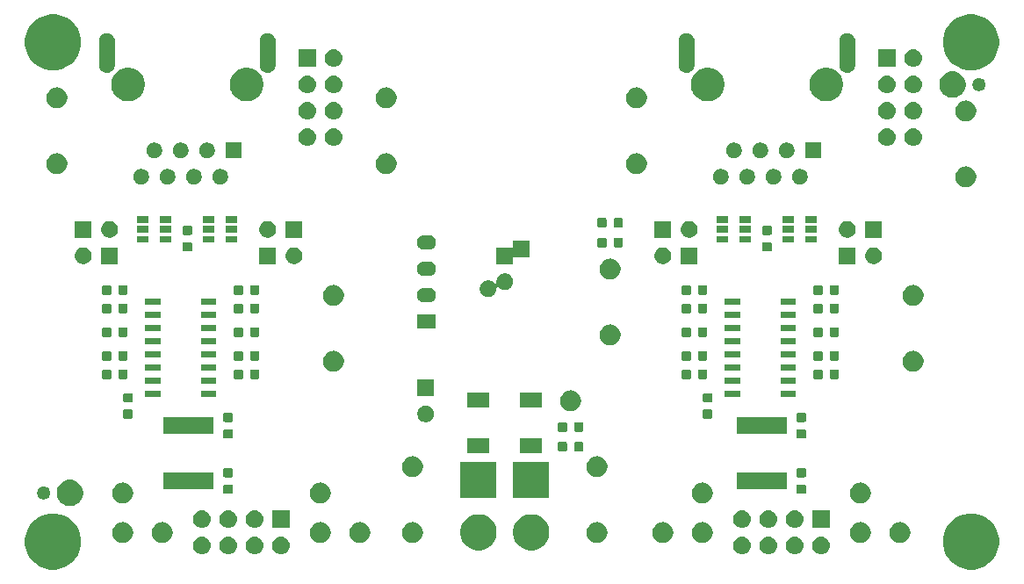
<source format=gbr>
G04 #@! TF.GenerationSoftware,KiCad,Pcbnew,5.0.2-bee76a0~70~ubuntu18.04.1*
G04 #@! TF.CreationDate,2019-06-21T08:35:03-07:00*
G04 #@! TF.ProjectId,aa-panel-receiver-lvds,61612d70-616e-4656-9c2d-726563656976,rev?*
G04 #@! TF.SameCoordinates,Original*
G04 #@! TF.FileFunction,Soldermask,Top*
G04 #@! TF.FilePolarity,Negative*
%FSLAX46Y46*%
G04 Gerber Fmt 4.6, Leading zero omitted, Abs format (unit mm)*
G04 Created by KiCad (PCBNEW 5.0.2-bee76a0~70~ubuntu18.04.1) date Fri 21 Jun 2019 08:35:03 AM PDT*
%MOMM*%
%LPD*%
G01*
G04 APERTURE LIST*
%ADD10C,0.100000*%
G04 APERTURE END LIST*
D10*
G36*
X184175560Y-98622759D02*
X184626084Y-98809372D01*
X184666930Y-98826291D01*
X184767322Y-98893371D01*
X185109153Y-99121775D01*
X185485225Y-99497847D01*
X185485227Y-99497850D01*
X185700165Y-99819527D01*
X185780710Y-99940072D01*
X185984241Y-100431440D01*
X186088000Y-100953072D01*
X186088000Y-101484928D01*
X185984241Y-102006560D01*
X185780710Y-102497928D01*
X185485225Y-102940153D01*
X185109153Y-103316225D01*
X185109150Y-103316227D01*
X184666930Y-103611709D01*
X184666929Y-103611710D01*
X184666928Y-103611710D01*
X184175560Y-103815241D01*
X183653928Y-103919000D01*
X183122072Y-103919000D01*
X182600440Y-103815241D01*
X182109072Y-103611710D01*
X182109071Y-103611710D01*
X182109070Y-103611709D01*
X181666850Y-103316227D01*
X181666847Y-103316225D01*
X181290775Y-102940153D01*
X180995290Y-102497928D01*
X180791759Y-102006560D01*
X180688000Y-101484928D01*
X180688000Y-100953072D01*
X180791759Y-100431440D01*
X180995290Y-99940072D01*
X181075836Y-99819527D01*
X181290773Y-99497850D01*
X181290775Y-99497847D01*
X181666847Y-99121775D01*
X182008678Y-98893371D01*
X182109070Y-98826291D01*
X182149916Y-98809372D01*
X182600440Y-98622759D01*
X183122072Y-98519000D01*
X183653928Y-98519000D01*
X184175560Y-98622759D01*
X184175560Y-98622759D01*
G37*
G36*
X95656560Y-98622759D02*
X96107084Y-98809372D01*
X96147930Y-98826291D01*
X96248322Y-98893371D01*
X96590153Y-99121775D01*
X96966225Y-99497847D01*
X96966227Y-99497850D01*
X97181165Y-99819527D01*
X97261710Y-99940072D01*
X97465241Y-100431440D01*
X97569000Y-100953072D01*
X97569000Y-101484928D01*
X97465241Y-102006560D01*
X97261710Y-102497928D01*
X96966225Y-102940153D01*
X96590153Y-103316225D01*
X96590150Y-103316227D01*
X96147930Y-103611709D01*
X96147929Y-103611710D01*
X96147928Y-103611710D01*
X95656560Y-103815241D01*
X95134928Y-103919000D01*
X94603072Y-103919000D01*
X94081440Y-103815241D01*
X93590072Y-103611710D01*
X93590071Y-103611710D01*
X93590070Y-103611709D01*
X93147850Y-103316227D01*
X93147847Y-103316225D01*
X92771775Y-102940153D01*
X92476290Y-102497928D01*
X92272759Y-102006560D01*
X92169000Y-101484928D01*
X92169000Y-100953072D01*
X92272759Y-100431440D01*
X92476290Y-99940072D01*
X92556836Y-99819527D01*
X92771773Y-99497850D01*
X92771775Y-99497847D01*
X93147847Y-99121775D01*
X93489678Y-98893371D01*
X93590070Y-98826291D01*
X93630916Y-98809372D01*
X94081440Y-98622759D01*
X94603072Y-98519000D01*
X95134928Y-98519000D01*
X95656560Y-98622759D01*
X95656560Y-98622759D01*
G37*
G36*
X169076630Y-100762299D02*
X169236855Y-100810903D01*
X169384520Y-100889831D01*
X169513949Y-100996051D01*
X169620169Y-101125480D01*
X169699097Y-101273145D01*
X169747701Y-101433370D01*
X169764112Y-101600000D01*
X169747701Y-101766630D01*
X169699097Y-101926855D01*
X169620169Y-102074520D01*
X169513949Y-102203949D01*
X169384520Y-102310169D01*
X169236855Y-102389097D01*
X169076630Y-102437701D01*
X168951752Y-102450000D01*
X168868248Y-102450000D01*
X168743370Y-102437701D01*
X168583145Y-102389097D01*
X168435480Y-102310169D01*
X168306051Y-102203949D01*
X168199831Y-102074520D01*
X168120903Y-101926855D01*
X168072299Y-101766630D01*
X168055888Y-101600000D01*
X168072299Y-101433370D01*
X168120903Y-101273145D01*
X168199831Y-101125480D01*
X168306051Y-100996051D01*
X168435480Y-100889831D01*
X168583145Y-100810903D01*
X168743370Y-100762299D01*
X168868248Y-100750000D01*
X168951752Y-100750000D01*
X169076630Y-100762299D01*
X169076630Y-100762299D01*
G37*
G36*
X161456630Y-100762299D02*
X161616855Y-100810903D01*
X161764520Y-100889831D01*
X161893949Y-100996051D01*
X162000169Y-101125480D01*
X162079097Y-101273145D01*
X162127701Y-101433370D01*
X162144112Y-101600000D01*
X162127701Y-101766630D01*
X162079097Y-101926855D01*
X162000169Y-102074520D01*
X161893949Y-102203949D01*
X161764520Y-102310169D01*
X161616855Y-102389097D01*
X161456630Y-102437701D01*
X161331752Y-102450000D01*
X161248248Y-102450000D01*
X161123370Y-102437701D01*
X160963145Y-102389097D01*
X160815480Y-102310169D01*
X160686051Y-102203949D01*
X160579831Y-102074520D01*
X160500903Y-101926855D01*
X160452299Y-101766630D01*
X160435888Y-101600000D01*
X160452299Y-101433370D01*
X160500903Y-101273145D01*
X160579831Y-101125480D01*
X160686051Y-100996051D01*
X160815480Y-100889831D01*
X160963145Y-100810903D01*
X161123370Y-100762299D01*
X161248248Y-100750000D01*
X161331752Y-100750000D01*
X161456630Y-100762299D01*
X161456630Y-100762299D01*
G37*
G36*
X117006630Y-100762299D02*
X117166855Y-100810903D01*
X117314520Y-100889831D01*
X117443949Y-100996051D01*
X117550169Y-101125480D01*
X117629097Y-101273145D01*
X117677701Y-101433370D01*
X117694112Y-101600000D01*
X117677701Y-101766630D01*
X117629097Y-101926855D01*
X117550169Y-102074520D01*
X117443949Y-102203949D01*
X117314520Y-102310169D01*
X117166855Y-102389097D01*
X117006630Y-102437701D01*
X116881752Y-102450000D01*
X116798248Y-102450000D01*
X116673370Y-102437701D01*
X116513145Y-102389097D01*
X116365480Y-102310169D01*
X116236051Y-102203949D01*
X116129831Y-102074520D01*
X116050903Y-101926855D01*
X116002299Y-101766630D01*
X115985888Y-101600000D01*
X116002299Y-101433370D01*
X116050903Y-101273145D01*
X116129831Y-101125480D01*
X116236051Y-100996051D01*
X116365480Y-100889831D01*
X116513145Y-100810903D01*
X116673370Y-100762299D01*
X116798248Y-100750000D01*
X116881752Y-100750000D01*
X117006630Y-100762299D01*
X117006630Y-100762299D01*
G37*
G36*
X114466630Y-100762299D02*
X114626855Y-100810903D01*
X114774520Y-100889831D01*
X114903949Y-100996051D01*
X115010169Y-101125480D01*
X115089097Y-101273145D01*
X115137701Y-101433370D01*
X115154112Y-101600000D01*
X115137701Y-101766630D01*
X115089097Y-101926855D01*
X115010169Y-102074520D01*
X114903949Y-102203949D01*
X114774520Y-102310169D01*
X114626855Y-102389097D01*
X114466630Y-102437701D01*
X114341752Y-102450000D01*
X114258248Y-102450000D01*
X114133370Y-102437701D01*
X113973145Y-102389097D01*
X113825480Y-102310169D01*
X113696051Y-102203949D01*
X113589831Y-102074520D01*
X113510903Y-101926855D01*
X113462299Y-101766630D01*
X113445888Y-101600000D01*
X113462299Y-101433370D01*
X113510903Y-101273145D01*
X113589831Y-101125480D01*
X113696051Y-100996051D01*
X113825480Y-100889831D01*
X113973145Y-100810903D01*
X114133370Y-100762299D01*
X114258248Y-100750000D01*
X114341752Y-100750000D01*
X114466630Y-100762299D01*
X114466630Y-100762299D01*
G37*
G36*
X111926630Y-100762299D02*
X112086855Y-100810903D01*
X112234520Y-100889831D01*
X112363949Y-100996051D01*
X112470169Y-101125480D01*
X112549097Y-101273145D01*
X112597701Y-101433370D01*
X112614112Y-101600000D01*
X112597701Y-101766630D01*
X112549097Y-101926855D01*
X112470169Y-102074520D01*
X112363949Y-102203949D01*
X112234520Y-102310169D01*
X112086855Y-102389097D01*
X111926630Y-102437701D01*
X111801752Y-102450000D01*
X111718248Y-102450000D01*
X111593370Y-102437701D01*
X111433145Y-102389097D01*
X111285480Y-102310169D01*
X111156051Y-102203949D01*
X111049831Y-102074520D01*
X110970903Y-101926855D01*
X110922299Y-101766630D01*
X110905888Y-101600000D01*
X110922299Y-101433370D01*
X110970903Y-101273145D01*
X111049831Y-101125480D01*
X111156051Y-100996051D01*
X111285480Y-100889831D01*
X111433145Y-100810903D01*
X111593370Y-100762299D01*
X111718248Y-100750000D01*
X111801752Y-100750000D01*
X111926630Y-100762299D01*
X111926630Y-100762299D01*
G37*
G36*
X163996630Y-100762299D02*
X164156855Y-100810903D01*
X164304520Y-100889831D01*
X164433949Y-100996051D01*
X164540169Y-101125480D01*
X164619097Y-101273145D01*
X164667701Y-101433370D01*
X164684112Y-101600000D01*
X164667701Y-101766630D01*
X164619097Y-101926855D01*
X164540169Y-102074520D01*
X164433949Y-102203949D01*
X164304520Y-102310169D01*
X164156855Y-102389097D01*
X163996630Y-102437701D01*
X163871752Y-102450000D01*
X163788248Y-102450000D01*
X163663370Y-102437701D01*
X163503145Y-102389097D01*
X163355480Y-102310169D01*
X163226051Y-102203949D01*
X163119831Y-102074520D01*
X163040903Y-101926855D01*
X162992299Y-101766630D01*
X162975888Y-101600000D01*
X162992299Y-101433370D01*
X163040903Y-101273145D01*
X163119831Y-101125480D01*
X163226051Y-100996051D01*
X163355480Y-100889831D01*
X163503145Y-100810903D01*
X163663370Y-100762299D01*
X163788248Y-100750000D01*
X163871752Y-100750000D01*
X163996630Y-100762299D01*
X163996630Y-100762299D01*
G37*
G36*
X109386630Y-100762299D02*
X109546855Y-100810903D01*
X109694520Y-100889831D01*
X109823949Y-100996051D01*
X109930169Y-101125480D01*
X110009097Y-101273145D01*
X110057701Y-101433370D01*
X110074112Y-101600000D01*
X110057701Y-101766630D01*
X110009097Y-101926855D01*
X109930169Y-102074520D01*
X109823949Y-102203949D01*
X109694520Y-102310169D01*
X109546855Y-102389097D01*
X109386630Y-102437701D01*
X109261752Y-102450000D01*
X109178248Y-102450000D01*
X109053370Y-102437701D01*
X108893145Y-102389097D01*
X108745480Y-102310169D01*
X108616051Y-102203949D01*
X108509831Y-102074520D01*
X108430903Y-101926855D01*
X108382299Y-101766630D01*
X108365888Y-101600000D01*
X108382299Y-101433370D01*
X108430903Y-101273145D01*
X108509831Y-101125480D01*
X108616051Y-100996051D01*
X108745480Y-100889831D01*
X108893145Y-100810903D01*
X109053370Y-100762299D01*
X109178248Y-100750000D01*
X109261752Y-100750000D01*
X109386630Y-100762299D01*
X109386630Y-100762299D01*
G37*
G36*
X166536630Y-100762299D02*
X166696855Y-100810903D01*
X166844520Y-100889831D01*
X166973949Y-100996051D01*
X167080169Y-101125480D01*
X167159097Y-101273145D01*
X167207701Y-101433370D01*
X167224112Y-101600000D01*
X167207701Y-101766630D01*
X167159097Y-101926855D01*
X167080169Y-102074520D01*
X166973949Y-102203949D01*
X166844520Y-102310169D01*
X166696855Y-102389097D01*
X166536630Y-102437701D01*
X166411752Y-102450000D01*
X166328248Y-102450000D01*
X166203370Y-102437701D01*
X166043145Y-102389097D01*
X165895480Y-102310169D01*
X165766051Y-102203949D01*
X165659831Y-102074520D01*
X165580903Y-101926855D01*
X165532299Y-101766630D01*
X165515888Y-101600000D01*
X165532299Y-101433370D01*
X165580903Y-101273145D01*
X165659831Y-101125480D01*
X165766051Y-100996051D01*
X165895480Y-100889831D01*
X166043145Y-100810903D01*
X166203370Y-100762299D01*
X166328248Y-100750000D01*
X166411752Y-100750000D01*
X166536630Y-100762299D01*
X166536630Y-100762299D01*
G37*
G36*
X136400473Y-98647193D02*
X136718963Y-98779116D01*
X137005601Y-98970641D01*
X137249359Y-99214399D01*
X137440884Y-99501037D01*
X137572807Y-99819527D01*
X137640060Y-100157633D01*
X137640060Y-100502367D01*
X137572807Y-100840473D01*
X137440884Y-101158963D01*
X137249359Y-101445601D01*
X137005601Y-101689359D01*
X136718963Y-101880884D01*
X136400473Y-102012807D01*
X136062367Y-102080060D01*
X135717633Y-102080060D01*
X135379527Y-102012807D01*
X135061037Y-101880884D01*
X134774399Y-101689359D01*
X134530641Y-101445601D01*
X134339116Y-101158963D01*
X134207193Y-100840473D01*
X134139940Y-100502367D01*
X134139940Y-100157633D01*
X134207193Y-99819527D01*
X134339116Y-99501037D01*
X134530641Y-99214399D01*
X134774399Y-98970641D01*
X135061037Y-98779116D01*
X135379527Y-98647193D01*
X135717633Y-98579940D01*
X136062367Y-98579940D01*
X136400473Y-98647193D01*
X136400473Y-98647193D01*
G37*
G36*
X141480473Y-98647193D02*
X141798963Y-98779116D01*
X142085601Y-98970641D01*
X142329359Y-99214399D01*
X142520884Y-99501037D01*
X142652807Y-99819527D01*
X142720060Y-100157633D01*
X142720060Y-100502367D01*
X142652807Y-100840473D01*
X142520884Y-101158963D01*
X142329359Y-101445601D01*
X142085601Y-101689359D01*
X141798963Y-101880884D01*
X141480473Y-102012807D01*
X141142367Y-102080060D01*
X140797633Y-102080060D01*
X140459527Y-102012807D01*
X140141037Y-101880884D01*
X139854399Y-101689359D01*
X139610641Y-101445601D01*
X139419116Y-101158963D01*
X139287193Y-100840473D01*
X139219940Y-100502367D01*
X139219940Y-100157633D01*
X139287193Y-99819527D01*
X139419116Y-99501037D01*
X139610641Y-99214399D01*
X139854399Y-98970641D01*
X140141037Y-98779116D01*
X140459527Y-98647193D01*
X140797633Y-98579940D01*
X141142367Y-98579940D01*
X141480473Y-98647193D01*
X141480473Y-98647193D01*
G37*
G36*
X153845770Y-99345372D02*
X153961689Y-99368429D01*
X154143678Y-99443811D01*
X154307463Y-99553249D01*
X154446751Y-99692537D01*
X154556189Y-99856322D01*
X154631571Y-100038311D01*
X154652113Y-100141584D01*
X154670000Y-100231507D01*
X154670000Y-100428493D01*
X154655306Y-100502366D01*
X154631571Y-100621689D01*
X154556189Y-100803678D01*
X154446751Y-100967463D01*
X154307463Y-101106751D01*
X154143678Y-101216189D01*
X153961689Y-101291571D01*
X153845770Y-101314628D01*
X153768493Y-101330000D01*
X153571507Y-101330000D01*
X153494230Y-101314628D01*
X153378311Y-101291571D01*
X153196322Y-101216189D01*
X153032537Y-101106751D01*
X152893249Y-100967463D01*
X152783811Y-100803678D01*
X152708429Y-100621689D01*
X152684694Y-100502366D01*
X152670000Y-100428493D01*
X152670000Y-100231507D01*
X152687887Y-100141584D01*
X152708429Y-100038311D01*
X152783811Y-99856322D01*
X152893249Y-99692537D01*
X153032537Y-99553249D01*
X153196322Y-99443811D01*
X153378311Y-99368429D01*
X153494230Y-99345372D01*
X153571507Y-99330000D01*
X153768493Y-99330000D01*
X153845770Y-99345372D01*
X153845770Y-99345372D01*
G37*
G36*
X176705770Y-99345372D02*
X176821689Y-99368429D01*
X177003678Y-99443811D01*
X177167463Y-99553249D01*
X177306751Y-99692537D01*
X177416189Y-99856322D01*
X177491571Y-100038311D01*
X177512113Y-100141584D01*
X177530000Y-100231507D01*
X177530000Y-100428493D01*
X177515306Y-100502366D01*
X177491571Y-100621689D01*
X177416189Y-100803678D01*
X177306751Y-100967463D01*
X177167463Y-101106751D01*
X177003678Y-101216189D01*
X176821689Y-101291571D01*
X176705770Y-101314628D01*
X176628493Y-101330000D01*
X176431507Y-101330000D01*
X176354230Y-101314628D01*
X176238311Y-101291571D01*
X176056322Y-101216189D01*
X175892537Y-101106751D01*
X175753249Y-100967463D01*
X175643811Y-100803678D01*
X175568429Y-100621689D01*
X175544694Y-100502366D01*
X175530000Y-100428493D01*
X175530000Y-100231507D01*
X175547887Y-100141584D01*
X175568429Y-100038311D01*
X175643811Y-99856322D01*
X175753249Y-99692537D01*
X175892537Y-99553249D01*
X176056322Y-99443811D01*
X176238311Y-99368429D01*
X176354230Y-99345372D01*
X176431507Y-99330000D01*
X176628493Y-99330000D01*
X176705770Y-99345372D01*
X176705770Y-99345372D01*
G37*
G36*
X172895770Y-99345372D02*
X173011689Y-99368429D01*
X173193678Y-99443811D01*
X173357463Y-99553249D01*
X173496751Y-99692537D01*
X173606189Y-99856322D01*
X173681571Y-100038311D01*
X173702113Y-100141584D01*
X173720000Y-100231507D01*
X173720000Y-100428493D01*
X173705306Y-100502366D01*
X173681571Y-100621689D01*
X173606189Y-100803678D01*
X173496751Y-100967463D01*
X173357463Y-101106751D01*
X173193678Y-101216189D01*
X173011689Y-101291571D01*
X172895770Y-101314628D01*
X172818493Y-101330000D01*
X172621507Y-101330000D01*
X172544230Y-101314628D01*
X172428311Y-101291571D01*
X172246322Y-101216189D01*
X172082537Y-101106751D01*
X171943249Y-100967463D01*
X171833811Y-100803678D01*
X171758429Y-100621689D01*
X171734694Y-100502366D01*
X171720000Y-100428493D01*
X171720000Y-100231507D01*
X171737887Y-100141584D01*
X171758429Y-100038311D01*
X171833811Y-99856322D01*
X171943249Y-99692537D01*
X172082537Y-99553249D01*
X172246322Y-99443811D01*
X172428311Y-99368429D01*
X172544230Y-99345372D01*
X172621507Y-99330000D01*
X172818493Y-99330000D01*
X172895770Y-99345372D01*
X172895770Y-99345372D01*
G37*
G36*
X157655770Y-99345372D02*
X157771689Y-99368429D01*
X157953678Y-99443811D01*
X158117463Y-99553249D01*
X158256751Y-99692537D01*
X158366189Y-99856322D01*
X158441571Y-100038311D01*
X158462113Y-100141584D01*
X158480000Y-100231507D01*
X158480000Y-100428493D01*
X158465306Y-100502366D01*
X158441571Y-100621689D01*
X158366189Y-100803678D01*
X158256751Y-100967463D01*
X158117463Y-101106751D01*
X157953678Y-101216189D01*
X157771689Y-101291571D01*
X157655770Y-101314628D01*
X157578493Y-101330000D01*
X157381507Y-101330000D01*
X157304230Y-101314628D01*
X157188311Y-101291571D01*
X157006322Y-101216189D01*
X156842537Y-101106751D01*
X156703249Y-100967463D01*
X156593811Y-100803678D01*
X156518429Y-100621689D01*
X156494694Y-100502366D01*
X156480000Y-100428493D01*
X156480000Y-100231507D01*
X156497887Y-100141584D01*
X156518429Y-100038311D01*
X156593811Y-99856322D01*
X156703249Y-99692537D01*
X156842537Y-99553249D01*
X157006322Y-99443811D01*
X157188311Y-99368429D01*
X157304230Y-99345372D01*
X157381507Y-99330000D01*
X157578493Y-99330000D01*
X157655770Y-99345372D01*
X157655770Y-99345372D01*
G37*
G36*
X101775770Y-99345372D02*
X101891689Y-99368429D01*
X102073678Y-99443811D01*
X102237463Y-99553249D01*
X102376751Y-99692537D01*
X102486189Y-99856322D01*
X102561571Y-100038311D01*
X102582113Y-100141584D01*
X102600000Y-100231507D01*
X102600000Y-100428493D01*
X102585306Y-100502366D01*
X102561571Y-100621689D01*
X102486189Y-100803678D01*
X102376751Y-100967463D01*
X102237463Y-101106751D01*
X102073678Y-101216189D01*
X101891689Y-101291571D01*
X101775770Y-101314628D01*
X101698493Y-101330000D01*
X101501507Y-101330000D01*
X101424230Y-101314628D01*
X101308311Y-101291571D01*
X101126322Y-101216189D01*
X100962537Y-101106751D01*
X100823249Y-100967463D01*
X100713811Y-100803678D01*
X100638429Y-100621689D01*
X100614694Y-100502366D01*
X100600000Y-100428493D01*
X100600000Y-100231507D01*
X100617887Y-100141584D01*
X100638429Y-100038311D01*
X100713811Y-99856322D01*
X100823249Y-99692537D01*
X100962537Y-99553249D01*
X101126322Y-99443811D01*
X101308311Y-99368429D01*
X101424230Y-99345372D01*
X101501507Y-99330000D01*
X101698493Y-99330000D01*
X101775770Y-99345372D01*
X101775770Y-99345372D01*
G37*
G36*
X147495770Y-99345372D02*
X147611689Y-99368429D01*
X147793678Y-99443811D01*
X147957463Y-99553249D01*
X148096751Y-99692537D01*
X148206189Y-99856322D01*
X148281571Y-100038311D01*
X148302113Y-100141584D01*
X148320000Y-100231507D01*
X148320000Y-100428493D01*
X148305306Y-100502366D01*
X148281571Y-100621689D01*
X148206189Y-100803678D01*
X148096751Y-100967463D01*
X147957463Y-101106751D01*
X147793678Y-101216189D01*
X147611689Y-101291571D01*
X147495770Y-101314628D01*
X147418493Y-101330000D01*
X147221507Y-101330000D01*
X147144230Y-101314628D01*
X147028311Y-101291571D01*
X146846322Y-101216189D01*
X146682537Y-101106751D01*
X146543249Y-100967463D01*
X146433811Y-100803678D01*
X146358429Y-100621689D01*
X146334694Y-100502366D01*
X146320000Y-100428493D01*
X146320000Y-100231507D01*
X146337887Y-100141584D01*
X146358429Y-100038311D01*
X146433811Y-99856322D01*
X146543249Y-99692537D01*
X146682537Y-99553249D01*
X146846322Y-99443811D01*
X147028311Y-99368429D01*
X147144230Y-99345372D01*
X147221507Y-99330000D01*
X147418493Y-99330000D01*
X147495770Y-99345372D01*
X147495770Y-99345372D01*
G37*
G36*
X129715770Y-99345372D02*
X129831689Y-99368429D01*
X130013678Y-99443811D01*
X130177463Y-99553249D01*
X130316751Y-99692537D01*
X130426189Y-99856322D01*
X130501571Y-100038311D01*
X130522113Y-100141584D01*
X130540000Y-100231507D01*
X130540000Y-100428493D01*
X130525306Y-100502366D01*
X130501571Y-100621689D01*
X130426189Y-100803678D01*
X130316751Y-100967463D01*
X130177463Y-101106751D01*
X130013678Y-101216189D01*
X129831689Y-101291571D01*
X129715770Y-101314628D01*
X129638493Y-101330000D01*
X129441507Y-101330000D01*
X129364230Y-101314628D01*
X129248311Y-101291571D01*
X129066322Y-101216189D01*
X128902537Y-101106751D01*
X128763249Y-100967463D01*
X128653811Y-100803678D01*
X128578429Y-100621689D01*
X128554694Y-100502366D01*
X128540000Y-100428493D01*
X128540000Y-100231507D01*
X128557887Y-100141584D01*
X128578429Y-100038311D01*
X128653811Y-99856322D01*
X128763249Y-99692537D01*
X128902537Y-99553249D01*
X129066322Y-99443811D01*
X129248311Y-99368429D01*
X129364230Y-99345372D01*
X129441507Y-99330000D01*
X129638493Y-99330000D01*
X129715770Y-99345372D01*
X129715770Y-99345372D01*
G37*
G36*
X124635770Y-99345372D02*
X124751689Y-99368429D01*
X124933678Y-99443811D01*
X125097463Y-99553249D01*
X125236751Y-99692537D01*
X125346189Y-99856322D01*
X125421571Y-100038311D01*
X125442113Y-100141584D01*
X125460000Y-100231507D01*
X125460000Y-100428493D01*
X125445306Y-100502366D01*
X125421571Y-100621689D01*
X125346189Y-100803678D01*
X125236751Y-100967463D01*
X125097463Y-101106751D01*
X124933678Y-101216189D01*
X124751689Y-101291571D01*
X124635770Y-101314628D01*
X124558493Y-101330000D01*
X124361507Y-101330000D01*
X124284230Y-101314628D01*
X124168311Y-101291571D01*
X123986322Y-101216189D01*
X123822537Y-101106751D01*
X123683249Y-100967463D01*
X123573811Y-100803678D01*
X123498429Y-100621689D01*
X123474694Y-100502366D01*
X123460000Y-100428493D01*
X123460000Y-100231507D01*
X123477887Y-100141584D01*
X123498429Y-100038311D01*
X123573811Y-99856322D01*
X123683249Y-99692537D01*
X123822537Y-99553249D01*
X123986322Y-99443811D01*
X124168311Y-99368429D01*
X124284230Y-99345372D01*
X124361507Y-99330000D01*
X124558493Y-99330000D01*
X124635770Y-99345372D01*
X124635770Y-99345372D01*
G37*
G36*
X120825770Y-99345372D02*
X120941689Y-99368429D01*
X121123678Y-99443811D01*
X121287463Y-99553249D01*
X121426751Y-99692537D01*
X121536189Y-99856322D01*
X121611571Y-100038311D01*
X121632113Y-100141584D01*
X121650000Y-100231507D01*
X121650000Y-100428493D01*
X121635306Y-100502366D01*
X121611571Y-100621689D01*
X121536189Y-100803678D01*
X121426751Y-100967463D01*
X121287463Y-101106751D01*
X121123678Y-101216189D01*
X120941689Y-101291571D01*
X120825770Y-101314628D01*
X120748493Y-101330000D01*
X120551507Y-101330000D01*
X120474230Y-101314628D01*
X120358311Y-101291571D01*
X120176322Y-101216189D01*
X120012537Y-101106751D01*
X119873249Y-100967463D01*
X119763811Y-100803678D01*
X119688429Y-100621689D01*
X119664694Y-100502366D01*
X119650000Y-100428493D01*
X119650000Y-100231507D01*
X119667887Y-100141584D01*
X119688429Y-100038311D01*
X119763811Y-99856322D01*
X119873249Y-99692537D01*
X120012537Y-99553249D01*
X120176322Y-99443811D01*
X120358311Y-99368429D01*
X120474230Y-99345372D01*
X120551507Y-99330000D01*
X120748493Y-99330000D01*
X120825770Y-99345372D01*
X120825770Y-99345372D01*
G37*
G36*
X105585770Y-99345372D02*
X105701689Y-99368429D01*
X105883678Y-99443811D01*
X106047463Y-99553249D01*
X106186751Y-99692537D01*
X106296189Y-99856322D01*
X106371571Y-100038311D01*
X106392113Y-100141584D01*
X106410000Y-100231507D01*
X106410000Y-100428493D01*
X106395306Y-100502366D01*
X106371571Y-100621689D01*
X106296189Y-100803678D01*
X106186751Y-100967463D01*
X106047463Y-101106751D01*
X105883678Y-101216189D01*
X105701689Y-101291571D01*
X105585770Y-101314628D01*
X105508493Y-101330000D01*
X105311507Y-101330000D01*
X105234230Y-101314628D01*
X105118311Y-101291571D01*
X104936322Y-101216189D01*
X104772537Y-101106751D01*
X104633249Y-100967463D01*
X104523811Y-100803678D01*
X104448429Y-100621689D01*
X104424694Y-100502366D01*
X104410000Y-100428493D01*
X104410000Y-100231507D01*
X104427887Y-100141584D01*
X104448429Y-100038311D01*
X104523811Y-99856322D01*
X104633249Y-99692537D01*
X104772537Y-99553249D01*
X104936322Y-99443811D01*
X105118311Y-99368429D01*
X105234230Y-99345372D01*
X105311507Y-99330000D01*
X105508493Y-99330000D01*
X105585770Y-99345372D01*
X105585770Y-99345372D01*
G37*
G36*
X161456630Y-98222299D02*
X161616855Y-98270903D01*
X161764520Y-98349831D01*
X161893949Y-98456051D01*
X162000169Y-98585480D01*
X162079097Y-98733145D01*
X162127701Y-98893370D01*
X162144112Y-99060000D01*
X162127701Y-99226630D01*
X162079097Y-99386855D01*
X162000169Y-99534520D01*
X161893949Y-99663949D01*
X161764520Y-99770169D01*
X161616855Y-99849097D01*
X161456630Y-99897701D01*
X161331752Y-99910000D01*
X161248248Y-99910000D01*
X161123370Y-99897701D01*
X160963145Y-99849097D01*
X160815480Y-99770169D01*
X160686051Y-99663949D01*
X160579831Y-99534520D01*
X160500903Y-99386855D01*
X160452299Y-99226630D01*
X160435888Y-99060000D01*
X160452299Y-98893370D01*
X160500903Y-98733145D01*
X160579831Y-98585480D01*
X160686051Y-98456051D01*
X160815480Y-98349831D01*
X160963145Y-98270903D01*
X161123370Y-98222299D01*
X161248248Y-98210000D01*
X161331752Y-98210000D01*
X161456630Y-98222299D01*
X161456630Y-98222299D01*
G37*
G36*
X111926630Y-98222299D02*
X112086855Y-98270903D01*
X112234520Y-98349831D01*
X112363949Y-98456051D01*
X112470169Y-98585480D01*
X112549097Y-98733145D01*
X112597701Y-98893370D01*
X112614112Y-99060000D01*
X112597701Y-99226630D01*
X112549097Y-99386855D01*
X112470169Y-99534520D01*
X112363949Y-99663949D01*
X112234520Y-99770169D01*
X112086855Y-99849097D01*
X111926630Y-99897701D01*
X111801752Y-99910000D01*
X111718248Y-99910000D01*
X111593370Y-99897701D01*
X111433145Y-99849097D01*
X111285480Y-99770169D01*
X111156051Y-99663949D01*
X111049831Y-99534520D01*
X110970903Y-99386855D01*
X110922299Y-99226630D01*
X110905888Y-99060000D01*
X110922299Y-98893370D01*
X110970903Y-98733145D01*
X111049831Y-98585480D01*
X111156051Y-98456051D01*
X111285480Y-98349831D01*
X111433145Y-98270903D01*
X111593370Y-98222299D01*
X111718248Y-98210000D01*
X111801752Y-98210000D01*
X111926630Y-98222299D01*
X111926630Y-98222299D01*
G37*
G36*
X109386630Y-98222299D02*
X109546855Y-98270903D01*
X109694520Y-98349831D01*
X109823949Y-98456051D01*
X109930169Y-98585480D01*
X110009097Y-98733145D01*
X110057701Y-98893370D01*
X110074112Y-99060000D01*
X110057701Y-99226630D01*
X110009097Y-99386855D01*
X109930169Y-99534520D01*
X109823949Y-99663949D01*
X109694520Y-99770169D01*
X109546855Y-99849097D01*
X109386630Y-99897701D01*
X109261752Y-99910000D01*
X109178248Y-99910000D01*
X109053370Y-99897701D01*
X108893145Y-99849097D01*
X108745480Y-99770169D01*
X108616051Y-99663949D01*
X108509831Y-99534520D01*
X108430903Y-99386855D01*
X108382299Y-99226630D01*
X108365888Y-99060000D01*
X108382299Y-98893370D01*
X108430903Y-98733145D01*
X108509831Y-98585480D01*
X108616051Y-98456051D01*
X108745480Y-98349831D01*
X108893145Y-98270903D01*
X109053370Y-98222299D01*
X109178248Y-98210000D01*
X109261752Y-98210000D01*
X109386630Y-98222299D01*
X109386630Y-98222299D01*
G37*
G36*
X169760000Y-99910000D02*
X168060000Y-99910000D01*
X168060000Y-98210000D01*
X169760000Y-98210000D01*
X169760000Y-99910000D01*
X169760000Y-99910000D01*
G37*
G36*
X163996630Y-98222299D02*
X164156855Y-98270903D01*
X164304520Y-98349831D01*
X164433949Y-98456051D01*
X164540169Y-98585480D01*
X164619097Y-98733145D01*
X164667701Y-98893370D01*
X164684112Y-99060000D01*
X164667701Y-99226630D01*
X164619097Y-99386855D01*
X164540169Y-99534520D01*
X164433949Y-99663949D01*
X164304520Y-99770169D01*
X164156855Y-99849097D01*
X163996630Y-99897701D01*
X163871752Y-99910000D01*
X163788248Y-99910000D01*
X163663370Y-99897701D01*
X163503145Y-99849097D01*
X163355480Y-99770169D01*
X163226051Y-99663949D01*
X163119831Y-99534520D01*
X163040903Y-99386855D01*
X162992299Y-99226630D01*
X162975888Y-99060000D01*
X162992299Y-98893370D01*
X163040903Y-98733145D01*
X163119831Y-98585480D01*
X163226051Y-98456051D01*
X163355480Y-98349831D01*
X163503145Y-98270903D01*
X163663370Y-98222299D01*
X163788248Y-98210000D01*
X163871752Y-98210000D01*
X163996630Y-98222299D01*
X163996630Y-98222299D01*
G37*
G36*
X117690000Y-99910000D02*
X115990000Y-99910000D01*
X115990000Y-98210000D01*
X117690000Y-98210000D01*
X117690000Y-99910000D01*
X117690000Y-99910000D01*
G37*
G36*
X114466630Y-98222299D02*
X114626855Y-98270903D01*
X114774520Y-98349831D01*
X114903949Y-98456051D01*
X115010169Y-98585480D01*
X115089097Y-98733145D01*
X115137701Y-98893370D01*
X115154112Y-99060000D01*
X115137701Y-99226630D01*
X115089097Y-99386855D01*
X115010169Y-99534520D01*
X114903949Y-99663949D01*
X114774520Y-99770169D01*
X114626855Y-99849097D01*
X114466630Y-99897701D01*
X114341752Y-99910000D01*
X114258248Y-99910000D01*
X114133370Y-99897701D01*
X113973145Y-99849097D01*
X113825480Y-99770169D01*
X113696051Y-99663949D01*
X113589831Y-99534520D01*
X113510903Y-99386855D01*
X113462299Y-99226630D01*
X113445888Y-99060000D01*
X113462299Y-98893370D01*
X113510903Y-98733145D01*
X113589831Y-98585480D01*
X113696051Y-98456051D01*
X113825480Y-98349831D01*
X113973145Y-98270903D01*
X114133370Y-98222299D01*
X114258248Y-98210000D01*
X114341752Y-98210000D01*
X114466630Y-98222299D01*
X114466630Y-98222299D01*
G37*
G36*
X166536630Y-98222299D02*
X166696855Y-98270903D01*
X166844520Y-98349831D01*
X166973949Y-98456051D01*
X167080169Y-98585480D01*
X167159097Y-98733145D01*
X167207701Y-98893370D01*
X167224112Y-99060000D01*
X167207701Y-99226630D01*
X167159097Y-99386855D01*
X167080169Y-99534520D01*
X166973949Y-99663949D01*
X166844520Y-99770169D01*
X166696855Y-99849097D01*
X166536630Y-99897701D01*
X166411752Y-99910000D01*
X166328248Y-99910000D01*
X166203370Y-99897701D01*
X166043145Y-99849097D01*
X165895480Y-99770169D01*
X165766051Y-99663949D01*
X165659831Y-99534520D01*
X165580903Y-99386855D01*
X165532299Y-99226630D01*
X165515888Y-99060000D01*
X165532299Y-98893370D01*
X165580903Y-98733145D01*
X165659831Y-98585480D01*
X165766051Y-98456051D01*
X165895480Y-98349831D01*
X166043145Y-98270903D01*
X166203370Y-98222299D01*
X166328248Y-98210000D01*
X166411752Y-98210000D01*
X166536630Y-98222299D01*
X166536630Y-98222299D01*
G37*
G36*
X96767764Y-95274402D02*
X96890445Y-95298805D01*
X97121571Y-95394541D01*
X97329581Y-95533529D01*
X97506471Y-95710419D01*
X97506473Y-95710422D01*
X97645459Y-95918429D01*
X97741195Y-96149555D01*
X97790000Y-96394916D01*
X97790000Y-96645084D01*
X97741195Y-96890445D01*
X97645459Y-97121571D01*
X97506471Y-97329581D01*
X97329581Y-97506471D01*
X97329578Y-97506473D01*
X97121571Y-97645459D01*
X96890445Y-97741195D01*
X96767764Y-97765598D01*
X96645086Y-97790000D01*
X96394914Y-97790000D01*
X96272236Y-97765598D01*
X96149555Y-97741195D01*
X95918429Y-97645459D01*
X95710422Y-97506473D01*
X95710419Y-97506471D01*
X95533529Y-97329581D01*
X95394541Y-97121571D01*
X95298805Y-96890445D01*
X95250000Y-96645084D01*
X95250000Y-96394916D01*
X95298805Y-96149555D01*
X95394541Y-95918429D01*
X95533527Y-95710422D01*
X95533529Y-95710419D01*
X95710419Y-95533529D01*
X95918429Y-95394541D01*
X96149555Y-95298805D01*
X96272236Y-95274402D01*
X96394914Y-95250000D01*
X96645086Y-95250000D01*
X96767764Y-95274402D01*
X96767764Y-95274402D01*
G37*
G36*
X101766497Y-95533527D02*
X101891689Y-95558429D01*
X102073678Y-95633811D01*
X102237463Y-95743249D01*
X102376751Y-95882537D01*
X102486189Y-96046322D01*
X102561571Y-96228311D01*
X102582748Y-96334777D01*
X102600000Y-96421507D01*
X102600000Y-96618493D01*
X102594710Y-96645086D01*
X102561571Y-96811689D01*
X102486189Y-96993678D01*
X102376751Y-97157463D01*
X102237463Y-97296751D01*
X102073678Y-97406189D01*
X101891689Y-97481571D01*
X101775770Y-97504628D01*
X101698493Y-97520000D01*
X101501507Y-97520000D01*
X101424230Y-97504628D01*
X101308311Y-97481571D01*
X101126322Y-97406189D01*
X100962537Y-97296751D01*
X100823249Y-97157463D01*
X100713811Y-96993678D01*
X100638429Y-96811689D01*
X100605290Y-96645086D01*
X100600000Y-96618493D01*
X100600000Y-96421507D01*
X100617252Y-96334777D01*
X100638429Y-96228311D01*
X100713811Y-96046322D01*
X100823249Y-95882537D01*
X100962537Y-95743249D01*
X101126322Y-95633811D01*
X101308311Y-95558429D01*
X101433503Y-95533527D01*
X101501507Y-95520000D01*
X101698493Y-95520000D01*
X101766497Y-95533527D01*
X101766497Y-95533527D01*
G37*
G36*
X120816497Y-95533527D02*
X120941689Y-95558429D01*
X121123678Y-95633811D01*
X121287463Y-95743249D01*
X121426751Y-95882537D01*
X121536189Y-96046322D01*
X121611571Y-96228311D01*
X121632748Y-96334777D01*
X121650000Y-96421507D01*
X121650000Y-96618493D01*
X121644710Y-96645086D01*
X121611571Y-96811689D01*
X121536189Y-96993678D01*
X121426751Y-97157463D01*
X121287463Y-97296751D01*
X121123678Y-97406189D01*
X120941689Y-97481571D01*
X120825770Y-97504628D01*
X120748493Y-97520000D01*
X120551507Y-97520000D01*
X120474230Y-97504628D01*
X120358311Y-97481571D01*
X120176322Y-97406189D01*
X120012537Y-97296751D01*
X119873249Y-97157463D01*
X119763811Y-96993678D01*
X119688429Y-96811689D01*
X119655290Y-96645086D01*
X119650000Y-96618493D01*
X119650000Y-96421507D01*
X119667252Y-96334777D01*
X119688429Y-96228311D01*
X119763811Y-96046322D01*
X119873249Y-95882537D01*
X120012537Y-95743249D01*
X120176322Y-95633811D01*
X120358311Y-95558429D01*
X120483503Y-95533527D01*
X120551507Y-95520000D01*
X120748493Y-95520000D01*
X120816497Y-95533527D01*
X120816497Y-95533527D01*
G37*
G36*
X157646497Y-95533527D02*
X157771689Y-95558429D01*
X157953678Y-95633811D01*
X158117463Y-95743249D01*
X158256751Y-95882537D01*
X158366189Y-96046322D01*
X158441571Y-96228311D01*
X158462748Y-96334777D01*
X158480000Y-96421507D01*
X158480000Y-96618493D01*
X158474710Y-96645086D01*
X158441571Y-96811689D01*
X158366189Y-96993678D01*
X158256751Y-97157463D01*
X158117463Y-97296751D01*
X157953678Y-97406189D01*
X157771689Y-97481571D01*
X157655770Y-97504628D01*
X157578493Y-97520000D01*
X157381507Y-97520000D01*
X157304230Y-97504628D01*
X157188311Y-97481571D01*
X157006322Y-97406189D01*
X156842537Y-97296751D01*
X156703249Y-97157463D01*
X156593811Y-96993678D01*
X156518429Y-96811689D01*
X156485290Y-96645086D01*
X156480000Y-96618493D01*
X156480000Y-96421507D01*
X156497252Y-96334777D01*
X156518429Y-96228311D01*
X156593811Y-96046322D01*
X156703249Y-95882537D01*
X156842537Y-95743249D01*
X157006322Y-95633811D01*
X157188311Y-95558429D01*
X157313503Y-95533527D01*
X157381507Y-95520000D01*
X157578493Y-95520000D01*
X157646497Y-95533527D01*
X157646497Y-95533527D01*
G37*
G36*
X172886497Y-95533527D02*
X173011689Y-95558429D01*
X173193678Y-95633811D01*
X173357463Y-95743249D01*
X173496751Y-95882537D01*
X173606189Y-96046322D01*
X173681571Y-96228311D01*
X173702748Y-96334777D01*
X173720000Y-96421507D01*
X173720000Y-96618493D01*
X173714710Y-96645086D01*
X173681571Y-96811689D01*
X173606189Y-96993678D01*
X173496751Y-97157463D01*
X173357463Y-97296751D01*
X173193678Y-97406189D01*
X173011689Y-97481571D01*
X172895770Y-97504628D01*
X172818493Y-97520000D01*
X172621507Y-97520000D01*
X172544230Y-97504628D01*
X172428311Y-97481571D01*
X172246322Y-97406189D01*
X172082537Y-97296751D01*
X171943249Y-97157463D01*
X171833811Y-96993678D01*
X171758429Y-96811689D01*
X171725290Y-96645086D01*
X171720000Y-96618493D01*
X171720000Y-96421507D01*
X171737252Y-96334777D01*
X171758429Y-96228311D01*
X171833811Y-96046322D01*
X171943249Y-95882537D01*
X172082537Y-95743249D01*
X172246322Y-95633811D01*
X172428311Y-95558429D01*
X172553503Y-95533527D01*
X172621507Y-95520000D01*
X172818493Y-95520000D01*
X172886497Y-95533527D01*
X172886497Y-95533527D01*
G37*
G36*
X94133405Y-95903074D02*
X94165223Y-95909403D01*
X94280784Y-95957270D01*
X94384792Y-96026766D01*
X94473234Y-96115208D01*
X94542730Y-96219216D01*
X94590597Y-96334777D01*
X94615000Y-96457458D01*
X94615000Y-96582542D01*
X94602559Y-96645086D01*
X94590597Y-96705223D01*
X94542730Y-96820784D01*
X94473234Y-96924792D01*
X94384792Y-97013234D01*
X94280784Y-97082730D01*
X94165223Y-97130597D01*
X94042542Y-97155000D01*
X93917458Y-97155000D01*
X93794777Y-97130597D01*
X93679216Y-97082730D01*
X93575208Y-97013234D01*
X93486766Y-96924792D01*
X93417270Y-96820784D01*
X93369403Y-96705223D01*
X93357441Y-96645086D01*
X93345000Y-96582542D01*
X93345000Y-96457458D01*
X93369403Y-96334777D01*
X93417270Y-96219216D01*
X93486766Y-96115208D01*
X93575208Y-96026766D01*
X93679216Y-95957270D01*
X93794777Y-95909403D01*
X93826595Y-95903074D01*
X93917458Y-95885000D01*
X94042542Y-95885000D01*
X94133405Y-95903074D01*
X94133405Y-95903074D01*
G37*
G36*
X142720060Y-97000060D02*
X139219940Y-97000060D01*
X139219940Y-93499940D01*
X142720060Y-93499940D01*
X142720060Y-97000060D01*
X142720060Y-97000060D01*
G37*
G36*
X137640060Y-97000060D02*
X134139940Y-97000060D01*
X134139940Y-93499940D01*
X137640060Y-93499940D01*
X137640060Y-97000060D01*
X137640060Y-97000060D01*
G37*
G36*
X167354116Y-95730595D02*
X167383313Y-95739452D01*
X167410218Y-95753833D01*
X167433808Y-95773192D01*
X167453167Y-95796782D01*
X167467548Y-95823687D01*
X167476405Y-95852884D01*
X167480000Y-95889390D01*
X167480000Y-96439610D01*
X167476405Y-96476116D01*
X167467548Y-96505313D01*
X167453167Y-96532218D01*
X167433808Y-96555808D01*
X167410218Y-96575167D01*
X167383313Y-96589548D01*
X167354116Y-96598405D01*
X167317610Y-96602000D01*
X166692390Y-96602000D01*
X166655884Y-96598405D01*
X166626687Y-96589548D01*
X166599782Y-96575167D01*
X166576192Y-96555808D01*
X166556833Y-96532218D01*
X166542452Y-96505313D01*
X166533595Y-96476116D01*
X166530000Y-96439610D01*
X166530000Y-95889390D01*
X166533595Y-95852884D01*
X166542452Y-95823687D01*
X166556833Y-95796782D01*
X166576192Y-95773192D01*
X166599782Y-95753833D01*
X166626687Y-95739452D01*
X166655884Y-95730595D01*
X166692390Y-95727000D01*
X167317610Y-95727000D01*
X167354116Y-95730595D01*
X167354116Y-95730595D01*
G37*
G36*
X112109116Y-95730595D02*
X112138313Y-95739452D01*
X112165218Y-95753833D01*
X112188808Y-95773192D01*
X112208167Y-95796782D01*
X112222548Y-95823687D01*
X112231405Y-95852884D01*
X112235000Y-95889390D01*
X112235000Y-96439610D01*
X112231405Y-96476116D01*
X112222548Y-96505313D01*
X112208167Y-96532218D01*
X112188808Y-96555808D01*
X112165218Y-96575167D01*
X112138313Y-96589548D01*
X112109116Y-96598405D01*
X112072610Y-96602000D01*
X111447390Y-96602000D01*
X111410884Y-96598405D01*
X111381687Y-96589548D01*
X111354782Y-96575167D01*
X111331192Y-96555808D01*
X111311833Y-96532218D01*
X111297452Y-96505313D01*
X111288595Y-96476116D01*
X111285000Y-96439610D01*
X111285000Y-95889390D01*
X111288595Y-95852884D01*
X111297452Y-95823687D01*
X111311833Y-95796782D01*
X111331192Y-95773192D01*
X111354782Y-95753833D01*
X111381687Y-95739452D01*
X111410884Y-95730595D01*
X111447390Y-95727000D01*
X112072610Y-95727000D01*
X112109116Y-95730595D01*
X112109116Y-95730595D01*
G37*
G36*
X110377500Y-96164300D02*
X105522500Y-96164300D01*
X105522500Y-94564300D01*
X110377500Y-94564300D01*
X110377500Y-96164300D01*
X110377500Y-96164300D01*
G37*
G36*
X165622500Y-96164300D02*
X160767500Y-96164300D01*
X160767500Y-94564300D01*
X165622500Y-94564300D01*
X165622500Y-96164300D01*
X165622500Y-96164300D01*
G37*
G36*
X167354116Y-94155595D02*
X167383313Y-94164452D01*
X167410218Y-94178833D01*
X167433808Y-94198192D01*
X167453167Y-94221782D01*
X167467548Y-94248687D01*
X167476405Y-94277884D01*
X167480000Y-94314390D01*
X167480000Y-94864610D01*
X167476405Y-94901116D01*
X167467548Y-94930313D01*
X167453167Y-94957218D01*
X167433808Y-94980808D01*
X167410218Y-95000167D01*
X167383313Y-95014548D01*
X167354116Y-95023405D01*
X167317610Y-95027000D01*
X166692390Y-95027000D01*
X166655884Y-95023405D01*
X166626687Y-95014548D01*
X166599782Y-95000167D01*
X166576192Y-94980808D01*
X166556833Y-94957218D01*
X166542452Y-94930313D01*
X166533595Y-94901116D01*
X166530000Y-94864610D01*
X166530000Y-94314390D01*
X166533595Y-94277884D01*
X166542452Y-94248687D01*
X166556833Y-94221782D01*
X166576192Y-94198192D01*
X166599782Y-94178833D01*
X166626687Y-94164452D01*
X166655884Y-94155595D01*
X166692390Y-94152000D01*
X167317610Y-94152000D01*
X167354116Y-94155595D01*
X167354116Y-94155595D01*
G37*
G36*
X112109116Y-94155595D02*
X112138313Y-94164452D01*
X112165218Y-94178833D01*
X112188808Y-94198192D01*
X112208167Y-94221782D01*
X112222548Y-94248687D01*
X112231405Y-94277884D01*
X112235000Y-94314390D01*
X112235000Y-94864610D01*
X112231405Y-94901116D01*
X112222548Y-94930313D01*
X112208167Y-94957218D01*
X112188808Y-94980808D01*
X112165218Y-95000167D01*
X112138313Y-95014548D01*
X112109116Y-95023405D01*
X112072610Y-95027000D01*
X111447390Y-95027000D01*
X111410884Y-95023405D01*
X111381687Y-95014548D01*
X111354782Y-95000167D01*
X111331192Y-94980808D01*
X111311833Y-94957218D01*
X111297452Y-94930313D01*
X111288595Y-94901116D01*
X111285000Y-94864610D01*
X111285000Y-94314390D01*
X111288595Y-94277884D01*
X111297452Y-94248687D01*
X111311833Y-94221782D01*
X111331192Y-94198192D01*
X111354782Y-94178833D01*
X111381687Y-94164452D01*
X111410884Y-94155595D01*
X111447390Y-94152000D01*
X112072610Y-94152000D01*
X112109116Y-94155595D01*
X112109116Y-94155595D01*
G37*
G36*
X147495770Y-92995372D02*
X147611689Y-93018429D01*
X147793678Y-93093811D01*
X147957463Y-93203249D01*
X148096751Y-93342537D01*
X148206189Y-93506322D01*
X148281571Y-93688311D01*
X148320000Y-93881509D01*
X148320000Y-94078491D01*
X148281571Y-94271689D01*
X148206189Y-94453678D01*
X148096751Y-94617463D01*
X147957463Y-94756751D01*
X147793678Y-94866189D01*
X147611689Y-94941571D01*
X147504309Y-94962930D01*
X147418493Y-94980000D01*
X147221507Y-94980000D01*
X147135691Y-94962930D01*
X147028311Y-94941571D01*
X146846322Y-94866189D01*
X146682537Y-94756751D01*
X146543249Y-94617463D01*
X146433811Y-94453678D01*
X146358429Y-94271689D01*
X146320000Y-94078491D01*
X146320000Y-93881509D01*
X146358429Y-93688311D01*
X146433811Y-93506322D01*
X146543249Y-93342537D01*
X146682537Y-93203249D01*
X146846322Y-93093811D01*
X147028311Y-93018429D01*
X147144230Y-92995372D01*
X147221507Y-92980000D01*
X147418493Y-92980000D01*
X147495770Y-92995372D01*
X147495770Y-92995372D01*
G37*
G36*
X129715770Y-92995372D02*
X129831689Y-93018429D01*
X130013678Y-93093811D01*
X130177463Y-93203249D01*
X130316751Y-93342537D01*
X130426189Y-93506322D01*
X130501571Y-93688311D01*
X130540000Y-93881509D01*
X130540000Y-94078491D01*
X130501571Y-94271689D01*
X130426189Y-94453678D01*
X130316751Y-94617463D01*
X130177463Y-94756751D01*
X130013678Y-94866189D01*
X129831689Y-94941571D01*
X129724309Y-94962930D01*
X129638493Y-94980000D01*
X129441507Y-94980000D01*
X129355691Y-94962930D01*
X129248311Y-94941571D01*
X129066322Y-94866189D01*
X128902537Y-94756751D01*
X128763249Y-94617463D01*
X128653811Y-94453678D01*
X128578429Y-94271689D01*
X128540000Y-94078491D01*
X128540000Y-93881509D01*
X128578429Y-93688311D01*
X128653811Y-93506322D01*
X128763249Y-93342537D01*
X128902537Y-93203249D01*
X129066322Y-93093811D01*
X129248311Y-93018429D01*
X129364230Y-92995372D01*
X129441507Y-92980000D01*
X129638493Y-92980000D01*
X129715770Y-92995372D01*
X129715770Y-92995372D01*
G37*
G36*
X136940000Y-92689000D02*
X134840000Y-92689000D01*
X134840000Y-91289000D01*
X136940000Y-91289000D01*
X136940000Y-92689000D01*
X136940000Y-92689000D01*
G37*
G36*
X142020000Y-92689000D02*
X139920000Y-92689000D01*
X139920000Y-91289000D01*
X142020000Y-91289000D01*
X142020000Y-92689000D01*
X142020000Y-92689000D01*
G37*
G36*
X144304116Y-91603595D02*
X144333313Y-91612452D01*
X144360218Y-91626833D01*
X144383808Y-91646192D01*
X144403167Y-91669782D01*
X144417548Y-91696687D01*
X144426405Y-91725884D01*
X144430000Y-91762390D01*
X144430000Y-92387610D01*
X144426405Y-92424116D01*
X144417548Y-92453313D01*
X144403167Y-92480218D01*
X144383808Y-92503808D01*
X144360218Y-92523167D01*
X144333313Y-92537548D01*
X144304116Y-92546405D01*
X144267610Y-92550000D01*
X143717390Y-92550000D01*
X143680884Y-92546405D01*
X143651687Y-92537548D01*
X143624782Y-92523167D01*
X143601192Y-92503808D01*
X143581833Y-92480218D01*
X143567452Y-92453313D01*
X143558595Y-92424116D01*
X143555000Y-92387610D01*
X143555000Y-91762390D01*
X143558595Y-91725884D01*
X143567452Y-91696687D01*
X143581833Y-91669782D01*
X143601192Y-91646192D01*
X143624782Y-91626833D01*
X143651687Y-91612452D01*
X143680884Y-91603595D01*
X143717390Y-91600000D01*
X144267610Y-91600000D01*
X144304116Y-91603595D01*
X144304116Y-91603595D01*
G37*
G36*
X145879116Y-91603595D02*
X145908313Y-91612452D01*
X145935218Y-91626833D01*
X145958808Y-91646192D01*
X145978167Y-91669782D01*
X145992548Y-91696687D01*
X146001405Y-91725884D01*
X146005000Y-91762390D01*
X146005000Y-92387610D01*
X146001405Y-92424116D01*
X145992548Y-92453313D01*
X145978167Y-92480218D01*
X145958808Y-92503808D01*
X145935218Y-92523167D01*
X145908313Y-92537548D01*
X145879116Y-92546405D01*
X145842610Y-92550000D01*
X145292390Y-92550000D01*
X145255884Y-92546405D01*
X145226687Y-92537548D01*
X145199782Y-92523167D01*
X145176192Y-92503808D01*
X145156833Y-92480218D01*
X145142452Y-92453313D01*
X145133595Y-92424116D01*
X145130000Y-92387610D01*
X145130000Y-91762390D01*
X145133595Y-91725884D01*
X145142452Y-91696687D01*
X145156833Y-91669782D01*
X145176192Y-91646192D01*
X145199782Y-91626833D01*
X145226687Y-91612452D01*
X145255884Y-91603595D01*
X145292390Y-91600000D01*
X145842610Y-91600000D01*
X145879116Y-91603595D01*
X145879116Y-91603595D01*
G37*
G36*
X112109116Y-90396595D02*
X112138313Y-90405452D01*
X112165218Y-90419833D01*
X112188808Y-90439192D01*
X112208167Y-90462782D01*
X112222548Y-90489687D01*
X112231405Y-90518884D01*
X112235000Y-90555390D01*
X112235000Y-91105610D01*
X112231405Y-91142116D01*
X112222548Y-91171313D01*
X112208167Y-91198218D01*
X112188808Y-91221808D01*
X112165218Y-91241167D01*
X112138313Y-91255548D01*
X112109116Y-91264405D01*
X112072610Y-91268000D01*
X111447390Y-91268000D01*
X111410884Y-91264405D01*
X111381687Y-91255548D01*
X111354782Y-91241167D01*
X111331192Y-91221808D01*
X111311833Y-91198218D01*
X111297452Y-91171313D01*
X111288595Y-91142116D01*
X111285000Y-91105610D01*
X111285000Y-90555390D01*
X111288595Y-90518884D01*
X111297452Y-90489687D01*
X111311833Y-90462782D01*
X111331192Y-90439192D01*
X111354782Y-90419833D01*
X111381687Y-90405452D01*
X111410884Y-90396595D01*
X111447390Y-90393000D01*
X112072610Y-90393000D01*
X112109116Y-90396595D01*
X112109116Y-90396595D01*
G37*
G36*
X167354116Y-90396595D02*
X167383313Y-90405452D01*
X167410218Y-90419833D01*
X167433808Y-90439192D01*
X167453167Y-90462782D01*
X167467548Y-90489687D01*
X167476405Y-90518884D01*
X167480000Y-90555390D01*
X167480000Y-91105610D01*
X167476405Y-91142116D01*
X167467548Y-91171313D01*
X167453167Y-91198218D01*
X167433808Y-91221808D01*
X167410218Y-91241167D01*
X167383313Y-91255548D01*
X167354116Y-91264405D01*
X167317610Y-91268000D01*
X166692390Y-91268000D01*
X166655884Y-91264405D01*
X166626687Y-91255548D01*
X166599782Y-91241167D01*
X166576192Y-91221808D01*
X166556833Y-91198218D01*
X166542452Y-91171313D01*
X166533595Y-91142116D01*
X166530000Y-91105610D01*
X166530000Y-90555390D01*
X166533595Y-90518884D01*
X166542452Y-90489687D01*
X166556833Y-90462782D01*
X166576192Y-90439192D01*
X166599782Y-90419833D01*
X166626687Y-90405452D01*
X166655884Y-90396595D01*
X166692390Y-90393000D01*
X167317610Y-90393000D01*
X167354116Y-90396595D01*
X167354116Y-90396595D01*
G37*
G36*
X110377500Y-90855700D02*
X105522500Y-90855700D01*
X105522500Y-89255700D01*
X110377500Y-89255700D01*
X110377500Y-90855700D01*
X110377500Y-90855700D01*
G37*
G36*
X165622500Y-90855700D02*
X160767500Y-90855700D01*
X160767500Y-89255700D01*
X165622500Y-89255700D01*
X165622500Y-90855700D01*
X165622500Y-90855700D01*
G37*
G36*
X145879116Y-89698595D02*
X145908313Y-89707452D01*
X145935218Y-89721833D01*
X145958808Y-89741192D01*
X145978167Y-89764782D01*
X145992548Y-89791687D01*
X146001405Y-89820884D01*
X146005000Y-89857390D01*
X146005000Y-90482610D01*
X146001405Y-90519116D01*
X145992548Y-90548313D01*
X145978167Y-90575218D01*
X145958808Y-90598808D01*
X145935218Y-90618167D01*
X145908313Y-90632548D01*
X145879116Y-90641405D01*
X145842610Y-90645000D01*
X145292390Y-90645000D01*
X145255884Y-90641405D01*
X145226687Y-90632548D01*
X145199782Y-90618167D01*
X145176192Y-90598808D01*
X145156833Y-90575218D01*
X145142452Y-90548313D01*
X145133595Y-90519116D01*
X145130000Y-90482610D01*
X145130000Y-89857390D01*
X145133595Y-89820884D01*
X145142452Y-89791687D01*
X145156833Y-89764782D01*
X145176192Y-89741192D01*
X145199782Y-89721833D01*
X145226687Y-89707452D01*
X145255884Y-89698595D01*
X145292390Y-89695000D01*
X145842610Y-89695000D01*
X145879116Y-89698595D01*
X145879116Y-89698595D01*
G37*
G36*
X144304116Y-89698595D02*
X144333313Y-89707452D01*
X144360218Y-89721833D01*
X144383808Y-89741192D01*
X144403167Y-89764782D01*
X144417548Y-89791687D01*
X144426405Y-89820884D01*
X144430000Y-89857390D01*
X144430000Y-90482610D01*
X144426405Y-90519116D01*
X144417548Y-90548313D01*
X144403167Y-90575218D01*
X144383808Y-90598808D01*
X144360218Y-90618167D01*
X144333313Y-90632548D01*
X144304116Y-90641405D01*
X144267610Y-90645000D01*
X143717390Y-90645000D01*
X143680884Y-90641405D01*
X143651687Y-90632548D01*
X143624782Y-90618167D01*
X143601192Y-90598808D01*
X143581833Y-90575218D01*
X143567452Y-90548313D01*
X143558595Y-90519116D01*
X143555000Y-90482610D01*
X143555000Y-89857390D01*
X143558595Y-89820884D01*
X143567452Y-89791687D01*
X143581833Y-89764782D01*
X143601192Y-89741192D01*
X143624782Y-89721833D01*
X143651687Y-89707452D01*
X143680884Y-89698595D01*
X143717390Y-89695000D01*
X144267610Y-89695000D01*
X144304116Y-89698595D01*
X144304116Y-89698595D01*
G37*
G36*
X131043352Y-88130743D02*
X131188941Y-88191048D01*
X131319973Y-88278601D01*
X131431399Y-88390027D01*
X131518952Y-88521059D01*
X131579257Y-88666648D01*
X131610000Y-88821205D01*
X131610000Y-88978795D01*
X131579257Y-89133352D01*
X131518952Y-89278941D01*
X131431399Y-89409973D01*
X131319973Y-89521399D01*
X131188941Y-89608952D01*
X131043352Y-89669257D01*
X130888795Y-89700000D01*
X130731205Y-89700000D01*
X130576648Y-89669257D01*
X130431059Y-89608952D01*
X130300027Y-89521399D01*
X130188601Y-89409973D01*
X130101048Y-89278941D01*
X130040743Y-89133352D01*
X130010000Y-88978795D01*
X130010000Y-88821205D01*
X130040743Y-88666648D01*
X130101048Y-88521059D01*
X130188601Y-88390027D01*
X130300027Y-88278601D01*
X130431059Y-88191048D01*
X130576648Y-88130743D01*
X130731205Y-88100000D01*
X130888795Y-88100000D01*
X131043352Y-88130743D01*
X131043352Y-88130743D01*
G37*
G36*
X167354116Y-88821595D02*
X167383313Y-88830452D01*
X167410218Y-88844833D01*
X167433808Y-88864192D01*
X167453167Y-88887782D01*
X167467548Y-88914687D01*
X167476405Y-88943884D01*
X167480000Y-88980390D01*
X167480000Y-89530610D01*
X167476405Y-89567116D01*
X167467548Y-89596313D01*
X167453167Y-89623218D01*
X167433808Y-89646808D01*
X167410218Y-89666167D01*
X167383313Y-89680548D01*
X167354116Y-89689405D01*
X167317610Y-89693000D01*
X166692390Y-89693000D01*
X166655884Y-89689405D01*
X166626687Y-89680548D01*
X166599782Y-89666167D01*
X166576192Y-89646808D01*
X166556833Y-89623218D01*
X166542452Y-89596313D01*
X166533595Y-89567116D01*
X166530000Y-89530610D01*
X166530000Y-88980390D01*
X166533595Y-88943884D01*
X166542452Y-88914687D01*
X166556833Y-88887782D01*
X166576192Y-88864192D01*
X166599782Y-88844833D01*
X166626687Y-88830452D01*
X166655884Y-88821595D01*
X166692390Y-88818000D01*
X167317610Y-88818000D01*
X167354116Y-88821595D01*
X167354116Y-88821595D01*
G37*
G36*
X112109116Y-88821595D02*
X112138313Y-88830452D01*
X112165218Y-88844833D01*
X112188808Y-88864192D01*
X112208167Y-88887782D01*
X112222548Y-88914687D01*
X112231405Y-88943884D01*
X112235000Y-88980390D01*
X112235000Y-89530610D01*
X112231405Y-89567116D01*
X112222548Y-89596313D01*
X112208167Y-89623218D01*
X112188808Y-89646808D01*
X112165218Y-89666167D01*
X112138313Y-89680548D01*
X112109116Y-89689405D01*
X112072610Y-89693000D01*
X111447390Y-89693000D01*
X111410884Y-89689405D01*
X111381687Y-89680548D01*
X111354782Y-89666167D01*
X111331192Y-89646808D01*
X111311833Y-89623218D01*
X111297452Y-89596313D01*
X111288595Y-89567116D01*
X111285000Y-89530610D01*
X111285000Y-88980390D01*
X111288595Y-88943884D01*
X111297452Y-88914687D01*
X111311833Y-88887782D01*
X111331192Y-88864192D01*
X111354782Y-88844833D01*
X111381687Y-88830452D01*
X111410884Y-88821595D01*
X111447390Y-88818000D01*
X112072610Y-88818000D01*
X112109116Y-88821595D01*
X112109116Y-88821595D01*
G37*
G36*
X158337116Y-88491595D02*
X158366313Y-88500452D01*
X158393218Y-88514833D01*
X158416808Y-88534192D01*
X158436167Y-88557782D01*
X158450548Y-88584687D01*
X158459405Y-88613884D01*
X158463000Y-88650390D01*
X158463000Y-89200610D01*
X158459405Y-89237116D01*
X158450548Y-89266313D01*
X158436167Y-89293218D01*
X158416808Y-89316808D01*
X158393218Y-89336167D01*
X158366313Y-89350548D01*
X158337116Y-89359405D01*
X158300610Y-89363000D01*
X157675390Y-89363000D01*
X157638884Y-89359405D01*
X157609687Y-89350548D01*
X157582782Y-89336167D01*
X157559192Y-89316808D01*
X157539833Y-89293218D01*
X157525452Y-89266313D01*
X157516595Y-89237116D01*
X157513000Y-89200610D01*
X157513000Y-88650390D01*
X157516595Y-88613884D01*
X157525452Y-88584687D01*
X157539833Y-88557782D01*
X157559192Y-88534192D01*
X157582782Y-88514833D01*
X157609687Y-88500452D01*
X157638884Y-88491595D01*
X157675390Y-88488000D01*
X158300610Y-88488000D01*
X158337116Y-88491595D01*
X158337116Y-88491595D01*
G37*
G36*
X102457116Y-88491595D02*
X102486313Y-88500452D01*
X102513218Y-88514833D01*
X102536808Y-88534192D01*
X102556167Y-88557782D01*
X102570548Y-88584687D01*
X102579405Y-88613884D01*
X102583000Y-88650390D01*
X102583000Y-89200610D01*
X102579405Y-89237116D01*
X102570548Y-89266313D01*
X102556167Y-89293218D01*
X102536808Y-89316808D01*
X102513218Y-89336167D01*
X102486313Y-89350548D01*
X102457116Y-89359405D01*
X102420610Y-89363000D01*
X101795390Y-89363000D01*
X101758884Y-89359405D01*
X101729687Y-89350548D01*
X101702782Y-89336167D01*
X101679192Y-89316808D01*
X101659833Y-89293218D01*
X101645452Y-89266313D01*
X101636595Y-89237116D01*
X101633000Y-89200610D01*
X101633000Y-88650390D01*
X101636595Y-88613884D01*
X101645452Y-88584687D01*
X101659833Y-88557782D01*
X101679192Y-88534192D01*
X101702782Y-88514833D01*
X101729687Y-88500452D01*
X101758884Y-88491595D01*
X101795390Y-88488000D01*
X102420610Y-88488000D01*
X102457116Y-88491595D01*
X102457116Y-88491595D01*
G37*
G36*
X144955770Y-86645372D02*
X145071689Y-86668429D01*
X145253678Y-86743811D01*
X145417463Y-86853249D01*
X145556751Y-86992537D01*
X145666189Y-87156322D01*
X145741571Y-87338311D01*
X145764628Y-87454230D01*
X145780000Y-87531507D01*
X145780000Y-87728493D01*
X145771475Y-87771349D01*
X145741571Y-87921689D01*
X145666189Y-88103678D01*
X145556751Y-88267463D01*
X145417463Y-88406751D01*
X145253678Y-88516189D01*
X145071689Y-88591571D01*
X144959513Y-88613884D01*
X144878493Y-88630000D01*
X144681507Y-88630000D01*
X144600487Y-88613884D01*
X144488311Y-88591571D01*
X144306322Y-88516189D01*
X144142537Y-88406751D01*
X144003249Y-88267463D01*
X143893811Y-88103678D01*
X143818429Y-87921689D01*
X143788525Y-87771349D01*
X143780000Y-87728493D01*
X143780000Y-87531507D01*
X143795372Y-87454230D01*
X143818429Y-87338311D01*
X143893811Y-87156322D01*
X144003249Y-86992537D01*
X144142537Y-86853249D01*
X144306322Y-86743811D01*
X144488311Y-86668429D01*
X144604230Y-86645372D01*
X144681507Y-86630000D01*
X144878493Y-86630000D01*
X144955770Y-86645372D01*
X144955770Y-86645372D01*
G37*
G36*
X136940000Y-88289000D02*
X134840000Y-88289000D01*
X134840000Y-86889000D01*
X136940000Y-86889000D01*
X136940000Y-88289000D01*
X136940000Y-88289000D01*
G37*
G36*
X142020000Y-88289000D02*
X139920000Y-88289000D01*
X139920000Y-86889000D01*
X142020000Y-86889000D01*
X142020000Y-88289000D01*
X142020000Y-88289000D01*
G37*
G36*
X158337116Y-86916595D02*
X158366313Y-86925452D01*
X158393218Y-86939833D01*
X158416808Y-86959192D01*
X158436167Y-86982782D01*
X158450548Y-87009687D01*
X158459405Y-87038884D01*
X158463000Y-87075390D01*
X158463000Y-87625610D01*
X158459405Y-87662116D01*
X158450548Y-87691313D01*
X158436167Y-87718218D01*
X158416808Y-87741808D01*
X158393218Y-87761167D01*
X158366313Y-87775548D01*
X158337116Y-87784405D01*
X158300610Y-87788000D01*
X157675390Y-87788000D01*
X157638884Y-87784405D01*
X157609687Y-87775548D01*
X157582782Y-87761167D01*
X157559192Y-87741808D01*
X157539833Y-87718218D01*
X157525452Y-87691313D01*
X157516595Y-87662116D01*
X157513000Y-87625610D01*
X157513000Y-87075390D01*
X157516595Y-87038884D01*
X157525452Y-87009687D01*
X157539833Y-86982782D01*
X157559192Y-86959192D01*
X157582782Y-86939833D01*
X157609687Y-86925452D01*
X157638884Y-86916595D01*
X157675390Y-86913000D01*
X158300610Y-86913000D01*
X158337116Y-86916595D01*
X158337116Y-86916595D01*
G37*
G36*
X102457116Y-86916595D02*
X102486313Y-86925452D01*
X102513218Y-86939833D01*
X102536808Y-86959192D01*
X102556167Y-86982782D01*
X102570548Y-87009687D01*
X102579405Y-87038884D01*
X102583000Y-87075390D01*
X102583000Y-87625610D01*
X102579405Y-87662116D01*
X102570548Y-87691313D01*
X102556167Y-87718218D01*
X102536808Y-87741808D01*
X102513218Y-87761167D01*
X102486313Y-87775548D01*
X102457116Y-87784405D01*
X102420610Y-87788000D01*
X101795390Y-87788000D01*
X101758884Y-87784405D01*
X101729687Y-87775548D01*
X101702782Y-87761167D01*
X101679192Y-87741808D01*
X101659833Y-87718218D01*
X101645452Y-87691313D01*
X101636595Y-87662116D01*
X101633000Y-87625610D01*
X101633000Y-87075390D01*
X101636595Y-87038884D01*
X101645452Y-87009687D01*
X101659833Y-86982782D01*
X101679192Y-86959192D01*
X101702782Y-86939833D01*
X101729687Y-86925452D01*
X101758884Y-86916595D01*
X101795390Y-86913000D01*
X102420610Y-86913000D01*
X102457116Y-86916595D01*
X102457116Y-86916595D01*
G37*
G36*
X110638000Y-87295000D02*
X109138000Y-87295000D01*
X109138000Y-86695000D01*
X110638000Y-86695000D01*
X110638000Y-87295000D01*
X110638000Y-87295000D01*
G37*
G36*
X166518000Y-87295000D02*
X165018000Y-87295000D01*
X165018000Y-86695000D01*
X166518000Y-86695000D01*
X166518000Y-87295000D01*
X166518000Y-87295000D01*
G37*
G36*
X161118000Y-87295000D02*
X159618000Y-87295000D01*
X159618000Y-86695000D01*
X161118000Y-86695000D01*
X161118000Y-87295000D01*
X161118000Y-87295000D01*
G37*
G36*
X105238000Y-87295000D02*
X103738000Y-87295000D01*
X103738000Y-86695000D01*
X105238000Y-86695000D01*
X105238000Y-87295000D01*
X105238000Y-87295000D01*
G37*
G36*
X131610000Y-87200000D02*
X130010000Y-87200000D01*
X130010000Y-85600000D01*
X131610000Y-85600000D01*
X131610000Y-87200000D01*
X131610000Y-87200000D01*
G37*
G36*
X105238000Y-86025000D02*
X103738000Y-86025000D01*
X103738000Y-85425000D01*
X105238000Y-85425000D01*
X105238000Y-86025000D01*
X105238000Y-86025000D01*
G37*
G36*
X166518000Y-86025000D02*
X165018000Y-86025000D01*
X165018000Y-85425000D01*
X166518000Y-85425000D01*
X166518000Y-86025000D01*
X166518000Y-86025000D01*
G37*
G36*
X161118000Y-86025000D02*
X159618000Y-86025000D01*
X159618000Y-85425000D01*
X161118000Y-85425000D01*
X161118000Y-86025000D01*
X161118000Y-86025000D01*
G37*
G36*
X110638000Y-86025000D02*
X109138000Y-86025000D01*
X109138000Y-85425000D01*
X110638000Y-85425000D01*
X110638000Y-86025000D01*
X110638000Y-86025000D01*
G37*
G36*
X101937116Y-84618595D02*
X101966313Y-84627452D01*
X101993218Y-84641833D01*
X102016808Y-84661192D01*
X102036167Y-84684782D01*
X102050548Y-84711687D01*
X102059405Y-84740884D01*
X102063000Y-84777390D01*
X102063000Y-85402610D01*
X102059405Y-85439116D01*
X102050548Y-85468313D01*
X102036167Y-85495218D01*
X102016808Y-85518808D01*
X101993218Y-85538167D01*
X101966313Y-85552548D01*
X101937116Y-85561405D01*
X101900610Y-85565000D01*
X101350390Y-85565000D01*
X101313884Y-85561405D01*
X101284687Y-85552548D01*
X101257782Y-85538167D01*
X101234192Y-85518808D01*
X101214833Y-85495218D01*
X101200452Y-85468313D01*
X101191595Y-85439116D01*
X101188000Y-85402610D01*
X101188000Y-84777390D01*
X101191595Y-84740884D01*
X101200452Y-84711687D01*
X101214833Y-84684782D01*
X101234192Y-84661192D01*
X101257782Y-84641833D01*
X101284687Y-84627452D01*
X101313884Y-84618595D01*
X101350390Y-84615000D01*
X101900610Y-84615000D01*
X101937116Y-84618595D01*
X101937116Y-84618595D01*
G37*
G36*
X156242116Y-84618595D02*
X156271313Y-84627452D01*
X156298218Y-84641833D01*
X156321808Y-84661192D01*
X156341167Y-84684782D01*
X156355548Y-84711687D01*
X156364405Y-84740884D01*
X156368000Y-84777390D01*
X156368000Y-85402610D01*
X156364405Y-85439116D01*
X156355548Y-85468313D01*
X156341167Y-85495218D01*
X156321808Y-85518808D01*
X156298218Y-85538167D01*
X156271313Y-85552548D01*
X156242116Y-85561405D01*
X156205610Y-85565000D01*
X155655390Y-85565000D01*
X155618884Y-85561405D01*
X155589687Y-85552548D01*
X155562782Y-85538167D01*
X155539192Y-85518808D01*
X155519833Y-85495218D01*
X155505452Y-85468313D01*
X155496595Y-85439116D01*
X155493000Y-85402610D01*
X155493000Y-84777390D01*
X155496595Y-84740884D01*
X155505452Y-84711687D01*
X155519833Y-84684782D01*
X155539192Y-84661192D01*
X155562782Y-84641833D01*
X155589687Y-84627452D01*
X155618884Y-84618595D01*
X155655390Y-84615000D01*
X156205610Y-84615000D01*
X156242116Y-84618595D01*
X156242116Y-84618595D01*
G37*
G36*
X168942116Y-84618595D02*
X168971313Y-84627452D01*
X168998218Y-84641833D01*
X169021808Y-84661192D01*
X169041167Y-84684782D01*
X169055548Y-84711687D01*
X169064405Y-84740884D01*
X169068000Y-84777390D01*
X169068000Y-85402610D01*
X169064405Y-85439116D01*
X169055548Y-85468313D01*
X169041167Y-85495218D01*
X169021808Y-85518808D01*
X168998218Y-85538167D01*
X168971313Y-85552548D01*
X168942116Y-85561405D01*
X168905610Y-85565000D01*
X168355390Y-85565000D01*
X168318884Y-85561405D01*
X168289687Y-85552548D01*
X168262782Y-85538167D01*
X168239192Y-85518808D01*
X168219833Y-85495218D01*
X168205452Y-85468313D01*
X168196595Y-85439116D01*
X168193000Y-85402610D01*
X168193000Y-84777390D01*
X168196595Y-84740884D01*
X168205452Y-84711687D01*
X168219833Y-84684782D01*
X168239192Y-84661192D01*
X168262782Y-84641833D01*
X168289687Y-84627452D01*
X168318884Y-84618595D01*
X168355390Y-84615000D01*
X168905610Y-84615000D01*
X168942116Y-84618595D01*
X168942116Y-84618595D01*
G37*
G36*
X170517116Y-84618595D02*
X170546313Y-84627452D01*
X170573218Y-84641833D01*
X170596808Y-84661192D01*
X170616167Y-84684782D01*
X170630548Y-84711687D01*
X170639405Y-84740884D01*
X170643000Y-84777390D01*
X170643000Y-85402610D01*
X170639405Y-85439116D01*
X170630548Y-85468313D01*
X170616167Y-85495218D01*
X170596808Y-85518808D01*
X170573218Y-85538167D01*
X170546313Y-85552548D01*
X170517116Y-85561405D01*
X170480610Y-85565000D01*
X169930390Y-85565000D01*
X169893884Y-85561405D01*
X169864687Y-85552548D01*
X169837782Y-85538167D01*
X169814192Y-85518808D01*
X169794833Y-85495218D01*
X169780452Y-85468313D01*
X169771595Y-85439116D01*
X169768000Y-85402610D01*
X169768000Y-84777390D01*
X169771595Y-84740884D01*
X169780452Y-84711687D01*
X169794833Y-84684782D01*
X169814192Y-84661192D01*
X169837782Y-84641833D01*
X169864687Y-84627452D01*
X169893884Y-84618595D01*
X169930390Y-84615000D01*
X170480610Y-84615000D01*
X170517116Y-84618595D01*
X170517116Y-84618595D01*
G37*
G36*
X157817116Y-84618595D02*
X157846313Y-84627452D01*
X157873218Y-84641833D01*
X157896808Y-84661192D01*
X157916167Y-84684782D01*
X157930548Y-84711687D01*
X157939405Y-84740884D01*
X157943000Y-84777390D01*
X157943000Y-85402610D01*
X157939405Y-85439116D01*
X157930548Y-85468313D01*
X157916167Y-85495218D01*
X157896808Y-85518808D01*
X157873218Y-85538167D01*
X157846313Y-85552548D01*
X157817116Y-85561405D01*
X157780610Y-85565000D01*
X157230390Y-85565000D01*
X157193884Y-85561405D01*
X157164687Y-85552548D01*
X157137782Y-85538167D01*
X157114192Y-85518808D01*
X157094833Y-85495218D01*
X157080452Y-85468313D01*
X157071595Y-85439116D01*
X157068000Y-85402610D01*
X157068000Y-84777390D01*
X157071595Y-84740884D01*
X157080452Y-84711687D01*
X157094833Y-84684782D01*
X157114192Y-84661192D01*
X157137782Y-84641833D01*
X157164687Y-84627452D01*
X157193884Y-84618595D01*
X157230390Y-84615000D01*
X157780610Y-84615000D01*
X157817116Y-84618595D01*
X157817116Y-84618595D01*
G37*
G36*
X113062116Y-84618595D02*
X113091313Y-84627452D01*
X113118218Y-84641833D01*
X113141808Y-84661192D01*
X113161167Y-84684782D01*
X113175548Y-84711687D01*
X113184405Y-84740884D01*
X113188000Y-84777390D01*
X113188000Y-85402610D01*
X113184405Y-85439116D01*
X113175548Y-85468313D01*
X113161167Y-85495218D01*
X113141808Y-85518808D01*
X113118218Y-85538167D01*
X113091313Y-85552548D01*
X113062116Y-85561405D01*
X113025610Y-85565000D01*
X112475390Y-85565000D01*
X112438884Y-85561405D01*
X112409687Y-85552548D01*
X112382782Y-85538167D01*
X112359192Y-85518808D01*
X112339833Y-85495218D01*
X112325452Y-85468313D01*
X112316595Y-85439116D01*
X112313000Y-85402610D01*
X112313000Y-84777390D01*
X112316595Y-84740884D01*
X112325452Y-84711687D01*
X112339833Y-84684782D01*
X112359192Y-84661192D01*
X112382782Y-84641833D01*
X112409687Y-84627452D01*
X112438884Y-84618595D01*
X112475390Y-84615000D01*
X113025610Y-84615000D01*
X113062116Y-84618595D01*
X113062116Y-84618595D01*
G37*
G36*
X100362116Y-84618595D02*
X100391313Y-84627452D01*
X100418218Y-84641833D01*
X100441808Y-84661192D01*
X100461167Y-84684782D01*
X100475548Y-84711687D01*
X100484405Y-84740884D01*
X100488000Y-84777390D01*
X100488000Y-85402610D01*
X100484405Y-85439116D01*
X100475548Y-85468313D01*
X100461167Y-85495218D01*
X100441808Y-85518808D01*
X100418218Y-85538167D01*
X100391313Y-85552548D01*
X100362116Y-85561405D01*
X100325610Y-85565000D01*
X99775390Y-85565000D01*
X99738884Y-85561405D01*
X99709687Y-85552548D01*
X99682782Y-85538167D01*
X99659192Y-85518808D01*
X99639833Y-85495218D01*
X99625452Y-85468313D01*
X99616595Y-85439116D01*
X99613000Y-85402610D01*
X99613000Y-84777390D01*
X99616595Y-84740884D01*
X99625452Y-84711687D01*
X99639833Y-84684782D01*
X99659192Y-84661192D01*
X99682782Y-84641833D01*
X99709687Y-84627452D01*
X99738884Y-84618595D01*
X99775390Y-84615000D01*
X100325610Y-84615000D01*
X100362116Y-84618595D01*
X100362116Y-84618595D01*
G37*
G36*
X114637116Y-84618595D02*
X114666313Y-84627452D01*
X114693218Y-84641833D01*
X114716808Y-84661192D01*
X114736167Y-84684782D01*
X114750548Y-84711687D01*
X114759405Y-84740884D01*
X114763000Y-84777390D01*
X114763000Y-85402610D01*
X114759405Y-85439116D01*
X114750548Y-85468313D01*
X114736167Y-85495218D01*
X114716808Y-85518808D01*
X114693218Y-85538167D01*
X114666313Y-85552548D01*
X114637116Y-85561405D01*
X114600610Y-85565000D01*
X114050390Y-85565000D01*
X114013884Y-85561405D01*
X113984687Y-85552548D01*
X113957782Y-85538167D01*
X113934192Y-85518808D01*
X113914833Y-85495218D01*
X113900452Y-85468313D01*
X113891595Y-85439116D01*
X113888000Y-85402610D01*
X113888000Y-84777390D01*
X113891595Y-84740884D01*
X113900452Y-84711687D01*
X113914833Y-84684782D01*
X113934192Y-84661192D01*
X113957782Y-84641833D01*
X113984687Y-84627452D01*
X114013884Y-84618595D01*
X114050390Y-84615000D01*
X114600610Y-84615000D01*
X114637116Y-84618595D01*
X114637116Y-84618595D01*
G37*
G36*
X122095770Y-82835372D02*
X122211689Y-82858429D01*
X122393678Y-82933811D01*
X122557463Y-83043249D01*
X122696751Y-83182537D01*
X122806189Y-83346322D01*
X122881571Y-83528311D01*
X122889515Y-83568250D01*
X122919147Y-83717218D01*
X122920000Y-83721509D01*
X122920000Y-83918491D01*
X122881571Y-84111689D01*
X122806189Y-84293678D01*
X122696751Y-84457463D01*
X122557463Y-84596751D01*
X122393678Y-84706189D01*
X122211689Y-84781571D01*
X122095770Y-84804628D01*
X122018493Y-84820000D01*
X121821507Y-84820000D01*
X121744230Y-84804628D01*
X121628311Y-84781571D01*
X121446322Y-84706189D01*
X121282537Y-84596751D01*
X121143249Y-84457463D01*
X121033811Y-84293678D01*
X120958429Y-84111689D01*
X120920000Y-83918491D01*
X120920000Y-83721509D01*
X120920854Y-83717218D01*
X120950485Y-83568250D01*
X120958429Y-83528311D01*
X121033811Y-83346322D01*
X121143249Y-83182537D01*
X121282537Y-83043249D01*
X121446322Y-82933811D01*
X121628311Y-82858429D01*
X121744230Y-82835372D01*
X121821507Y-82820000D01*
X122018493Y-82820000D01*
X122095770Y-82835372D01*
X122095770Y-82835372D01*
G37*
G36*
X177975770Y-82835372D02*
X178091689Y-82858429D01*
X178273678Y-82933811D01*
X178437463Y-83043249D01*
X178576751Y-83182537D01*
X178686189Y-83346322D01*
X178761571Y-83528311D01*
X178769515Y-83568250D01*
X178799147Y-83717218D01*
X178800000Y-83721509D01*
X178800000Y-83918491D01*
X178761571Y-84111689D01*
X178686189Y-84293678D01*
X178576751Y-84457463D01*
X178437463Y-84596751D01*
X178273678Y-84706189D01*
X178091689Y-84781571D01*
X177975770Y-84804628D01*
X177898493Y-84820000D01*
X177701507Y-84820000D01*
X177624230Y-84804628D01*
X177508311Y-84781571D01*
X177326322Y-84706189D01*
X177162537Y-84596751D01*
X177023249Y-84457463D01*
X176913811Y-84293678D01*
X176838429Y-84111689D01*
X176800000Y-83918491D01*
X176800000Y-83721509D01*
X176800854Y-83717218D01*
X176830485Y-83568250D01*
X176838429Y-83528311D01*
X176913811Y-83346322D01*
X177023249Y-83182537D01*
X177162537Y-83043249D01*
X177326322Y-82933811D01*
X177508311Y-82858429D01*
X177624230Y-82835372D01*
X177701507Y-82820000D01*
X177898493Y-82820000D01*
X177975770Y-82835372D01*
X177975770Y-82835372D01*
G37*
G36*
X161118000Y-84755000D02*
X159618000Y-84755000D01*
X159618000Y-84155000D01*
X161118000Y-84155000D01*
X161118000Y-84755000D01*
X161118000Y-84755000D01*
G37*
G36*
X110638000Y-84755000D02*
X109138000Y-84755000D01*
X109138000Y-84155000D01*
X110638000Y-84155000D01*
X110638000Y-84755000D01*
X110638000Y-84755000D01*
G37*
G36*
X166518000Y-84755000D02*
X165018000Y-84755000D01*
X165018000Y-84155000D01*
X166518000Y-84155000D01*
X166518000Y-84755000D01*
X166518000Y-84755000D01*
G37*
G36*
X105238000Y-84755000D02*
X103738000Y-84755000D01*
X103738000Y-84155000D01*
X105238000Y-84155000D01*
X105238000Y-84755000D01*
X105238000Y-84755000D01*
G37*
G36*
X114637116Y-82840595D02*
X114666313Y-82849452D01*
X114693218Y-82863833D01*
X114716808Y-82883192D01*
X114736167Y-82906782D01*
X114750548Y-82933687D01*
X114759405Y-82962884D01*
X114763000Y-82999390D01*
X114763000Y-83624610D01*
X114759405Y-83661116D01*
X114750548Y-83690313D01*
X114736167Y-83717218D01*
X114716808Y-83740808D01*
X114693218Y-83760167D01*
X114666313Y-83774548D01*
X114637116Y-83783405D01*
X114600610Y-83787000D01*
X114050390Y-83787000D01*
X114013884Y-83783405D01*
X113984687Y-83774548D01*
X113957782Y-83760167D01*
X113934192Y-83740808D01*
X113914833Y-83717218D01*
X113900452Y-83690313D01*
X113891595Y-83661116D01*
X113888000Y-83624610D01*
X113888000Y-82999390D01*
X113891595Y-82962884D01*
X113900452Y-82933687D01*
X113914833Y-82906782D01*
X113934192Y-82883192D01*
X113957782Y-82863833D01*
X113984687Y-82849452D01*
X114013884Y-82840595D01*
X114050390Y-82837000D01*
X114600610Y-82837000D01*
X114637116Y-82840595D01*
X114637116Y-82840595D01*
G37*
G36*
X101937116Y-82840595D02*
X101966313Y-82849452D01*
X101993218Y-82863833D01*
X102016808Y-82883192D01*
X102036167Y-82906782D01*
X102050548Y-82933687D01*
X102059405Y-82962884D01*
X102063000Y-82999390D01*
X102063000Y-83624610D01*
X102059405Y-83661116D01*
X102050548Y-83690313D01*
X102036167Y-83717218D01*
X102016808Y-83740808D01*
X101993218Y-83760167D01*
X101966313Y-83774548D01*
X101937116Y-83783405D01*
X101900610Y-83787000D01*
X101350390Y-83787000D01*
X101313884Y-83783405D01*
X101284687Y-83774548D01*
X101257782Y-83760167D01*
X101234192Y-83740808D01*
X101214833Y-83717218D01*
X101200452Y-83690313D01*
X101191595Y-83661116D01*
X101188000Y-83624610D01*
X101188000Y-82999390D01*
X101191595Y-82962884D01*
X101200452Y-82933687D01*
X101214833Y-82906782D01*
X101234192Y-82883192D01*
X101257782Y-82863833D01*
X101284687Y-82849452D01*
X101313884Y-82840595D01*
X101350390Y-82837000D01*
X101900610Y-82837000D01*
X101937116Y-82840595D01*
X101937116Y-82840595D01*
G37*
G36*
X156242116Y-82840595D02*
X156271313Y-82849452D01*
X156298218Y-82863833D01*
X156321808Y-82883192D01*
X156341167Y-82906782D01*
X156355548Y-82933687D01*
X156364405Y-82962884D01*
X156368000Y-82999390D01*
X156368000Y-83624610D01*
X156364405Y-83661116D01*
X156355548Y-83690313D01*
X156341167Y-83717218D01*
X156321808Y-83740808D01*
X156298218Y-83760167D01*
X156271313Y-83774548D01*
X156242116Y-83783405D01*
X156205610Y-83787000D01*
X155655390Y-83787000D01*
X155618884Y-83783405D01*
X155589687Y-83774548D01*
X155562782Y-83760167D01*
X155539192Y-83740808D01*
X155519833Y-83717218D01*
X155505452Y-83690313D01*
X155496595Y-83661116D01*
X155493000Y-83624610D01*
X155493000Y-82999390D01*
X155496595Y-82962884D01*
X155505452Y-82933687D01*
X155519833Y-82906782D01*
X155539192Y-82883192D01*
X155562782Y-82863833D01*
X155589687Y-82849452D01*
X155618884Y-82840595D01*
X155655390Y-82837000D01*
X156205610Y-82837000D01*
X156242116Y-82840595D01*
X156242116Y-82840595D01*
G37*
G36*
X157817116Y-82840595D02*
X157846313Y-82849452D01*
X157873218Y-82863833D01*
X157896808Y-82883192D01*
X157916167Y-82906782D01*
X157930548Y-82933687D01*
X157939405Y-82962884D01*
X157943000Y-82999390D01*
X157943000Y-83624610D01*
X157939405Y-83661116D01*
X157930548Y-83690313D01*
X157916167Y-83717218D01*
X157896808Y-83740808D01*
X157873218Y-83760167D01*
X157846313Y-83774548D01*
X157817116Y-83783405D01*
X157780610Y-83787000D01*
X157230390Y-83787000D01*
X157193884Y-83783405D01*
X157164687Y-83774548D01*
X157137782Y-83760167D01*
X157114192Y-83740808D01*
X157094833Y-83717218D01*
X157080452Y-83690313D01*
X157071595Y-83661116D01*
X157068000Y-83624610D01*
X157068000Y-82999390D01*
X157071595Y-82962884D01*
X157080452Y-82933687D01*
X157094833Y-82906782D01*
X157114192Y-82883192D01*
X157137782Y-82863833D01*
X157164687Y-82849452D01*
X157193884Y-82840595D01*
X157230390Y-82837000D01*
X157780610Y-82837000D01*
X157817116Y-82840595D01*
X157817116Y-82840595D01*
G37*
G36*
X170517116Y-82840595D02*
X170546313Y-82849452D01*
X170573218Y-82863833D01*
X170596808Y-82883192D01*
X170616167Y-82906782D01*
X170630548Y-82933687D01*
X170639405Y-82962884D01*
X170643000Y-82999390D01*
X170643000Y-83624610D01*
X170639405Y-83661116D01*
X170630548Y-83690313D01*
X170616167Y-83717218D01*
X170596808Y-83740808D01*
X170573218Y-83760167D01*
X170546313Y-83774548D01*
X170517116Y-83783405D01*
X170480610Y-83787000D01*
X169930390Y-83787000D01*
X169893884Y-83783405D01*
X169864687Y-83774548D01*
X169837782Y-83760167D01*
X169814192Y-83740808D01*
X169794833Y-83717218D01*
X169780452Y-83690313D01*
X169771595Y-83661116D01*
X169768000Y-83624610D01*
X169768000Y-82999390D01*
X169771595Y-82962884D01*
X169780452Y-82933687D01*
X169794833Y-82906782D01*
X169814192Y-82883192D01*
X169837782Y-82863833D01*
X169864687Y-82849452D01*
X169893884Y-82840595D01*
X169930390Y-82837000D01*
X170480610Y-82837000D01*
X170517116Y-82840595D01*
X170517116Y-82840595D01*
G37*
G36*
X113062116Y-82840595D02*
X113091313Y-82849452D01*
X113118218Y-82863833D01*
X113141808Y-82883192D01*
X113161167Y-82906782D01*
X113175548Y-82933687D01*
X113184405Y-82962884D01*
X113188000Y-82999390D01*
X113188000Y-83624610D01*
X113184405Y-83661116D01*
X113175548Y-83690313D01*
X113161167Y-83717218D01*
X113141808Y-83740808D01*
X113118218Y-83760167D01*
X113091313Y-83774548D01*
X113062116Y-83783405D01*
X113025610Y-83787000D01*
X112475390Y-83787000D01*
X112438884Y-83783405D01*
X112409687Y-83774548D01*
X112382782Y-83760167D01*
X112359192Y-83740808D01*
X112339833Y-83717218D01*
X112325452Y-83690313D01*
X112316595Y-83661116D01*
X112313000Y-83624610D01*
X112313000Y-82999390D01*
X112316595Y-82962884D01*
X112325452Y-82933687D01*
X112339833Y-82906782D01*
X112359192Y-82883192D01*
X112382782Y-82863833D01*
X112409687Y-82849452D01*
X112438884Y-82840595D01*
X112475390Y-82837000D01*
X113025610Y-82837000D01*
X113062116Y-82840595D01*
X113062116Y-82840595D01*
G37*
G36*
X100362116Y-82840595D02*
X100391313Y-82849452D01*
X100418218Y-82863833D01*
X100441808Y-82883192D01*
X100461167Y-82906782D01*
X100475548Y-82933687D01*
X100484405Y-82962884D01*
X100488000Y-82999390D01*
X100488000Y-83624610D01*
X100484405Y-83661116D01*
X100475548Y-83690313D01*
X100461167Y-83717218D01*
X100441808Y-83740808D01*
X100418218Y-83760167D01*
X100391313Y-83774548D01*
X100362116Y-83783405D01*
X100325610Y-83787000D01*
X99775390Y-83787000D01*
X99738884Y-83783405D01*
X99709687Y-83774548D01*
X99682782Y-83760167D01*
X99659192Y-83740808D01*
X99639833Y-83717218D01*
X99625452Y-83690313D01*
X99616595Y-83661116D01*
X99613000Y-83624610D01*
X99613000Y-82999390D01*
X99616595Y-82962884D01*
X99625452Y-82933687D01*
X99639833Y-82906782D01*
X99659192Y-82883192D01*
X99682782Y-82863833D01*
X99709687Y-82849452D01*
X99738884Y-82840595D01*
X99775390Y-82837000D01*
X100325610Y-82837000D01*
X100362116Y-82840595D01*
X100362116Y-82840595D01*
G37*
G36*
X168942116Y-82840595D02*
X168971313Y-82849452D01*
X168998218Y-82863833D01*
X169021808Y-82883192D01*
X169041167Y-82906782D01*
X169055548Y-82933687D01*
X169064405Y-82962884D01*
X169068000Y-82999390D01*
X169068000Y-83624610D01*
X169064405Y-83661116D01*
X169055548Y-83690313D01*
X169041167Y-83717218D01*
X169021808Y-83740808D01*
X168998218Y-83760167D01*
X168971313Y-83774548D01*
X168942116Y-83783405D01*
X168905610Y-83787000D01*
X168355390Y-83787000D01*
X168318884Y-83783405D01*
X168289687Y-83774548D01*
X168262782Y-83760167D01*
X168239192Y-83740808D01*
X168219833Y-83717218D01*
X168205452Y-83690313D01*
X168196595Y-83661116D01*
X168193000Y-83624610D01*
X168193000Y-82999390D01*
X168196595Y-82962884D01*
X168205452Y-82933687D01*
X168219833Y-82906782D01*
X168239192Y-82883192D01*
X168262782Y-82863833D01*
X168289687Y-82849452D01*
X168318884Y-82840595D01*
X168355390Y-82837000D01*
X168905610Y-82837000D01*
X168942116Y-82840595D01*
X168942116Y-82840595D01*
G37*
G36*
X105238000Y-83485000D02*
X103738000Y-83485000D01*
X103738000Y-82885000D01*
X105238000Y-82885000D01*
X105238000Y-83485000D01*
X105238000Y-83485000D01*
G37*
G36*
X110638000Y-83485000D02*
X109138000Y-83485000D01*
X109138000Y-82885000D01*
X110638000Y-82885000D01*
X110638000Y-83485000D01*
X110638000Y-83485000D01*
G37*
G36*
X166518000Y-83485000D02*
X165018000Y-83485000D01*
X165018000Y-82885000D01*
X166518000Y-82885000D01*
X166518000Y-83485000D01*
X166518000Y-83485000D01*
G37*
G36*
X161118000Y-83485000D02*
X159618000Y-83485000D01*
X159618000Y-82885000D01*
X161118000Y-82885000D01*
X161118000Y-83485000D01*
X161118000Y-83485000D01*
G37*
G36*
X148765770Y-80295372D02*
X148881689Y-80318429D01*
X149063678Y-80393811D01*
X149227463Y-80503249D01*
X149366751Y-80642537D01*
X149476189Y-80806322D01*
X149551571Y-80988311D01*
X149590000Y-81181509D01*
X149590000Y-81378491D01*
X149551571Y-81571689D01*
X149476189Y-81753678D01*
X149366751Y-81917463D01*
X149227463Y-82056751D01*
X149063678Y-82166189D01*
X148881689Y-82241571D01*
X148765770Y-82264628D01*
X148688493Y-82280000D01*
X148491507Y-82280000D01*
X148414230Y-82264628D01*
X148298311Y-82241571D01*
X148116322Y-82166189D01*
X147952537Y-82056751D01*
X147813249Y-81917463D01*
X147703811Y-81753678D01*
X147628429Y-81571689D01*
X147590000Y-81378491D01*
X147590000Y-81181509D01*
X147628429Y-80988311D01*
X147703811Y-80806322D01*
X147813249Y-80642537D01*
X147952537Y-80503249D01*
X148116322Y-80393811D01*
X148298311Y-80318429D01*
X148414230Y-80295372D01*
X148491507Y-80280000D01*
X148688493Y-80280000D01*
X148765770Y-80295372D01*
X148765770Y-80295372D01*
G37*
G36*
X110638000Y-82215000D02*
X109138000Y-82215000D01*
X109138000Y-81615000D01*
X110638000Y-81615000D01*
X110638000Y-82215000D01*
X110638000Y-82215000D01*
G37*
G36*
X161118000Y-82215000D02*
X159618000Y-82215000D01*
X159618000Y-81615000D01*
X161118000Y-81615000D01*
X161118000Y-82215000D01*
X161118000Y-82215000D01*
G37*
G36*
X166518000Y-82215000D02*
X165018000Y-82215000D01*
X165018000Y-81615000D01*
X166518000Y-81615000D01*
X166518000Y-82215000D01*
X166518000Y-82215000D01*
G37*
G36*
X105238000Y-82215000D02*
X103738000Y-82215000D01*
X103738000Y-81615000D01*
X105238000Y-81615000D01*
X105238000Y-82215000D01*
X105238000Y-82215000D01*
G37*
G36*
X157817116Y-80554595D02*
X157846313Y-80563452D01*
X157873218Y-80577833D01*
X157896808Y-80597192D01*
X157916167Y-80620782D01*
X157930548Y-80647687D01*
X157939405Y-80676884D01*
X157943000Y-80713390D01*
X157943000Y-81338610D01*
X157939405Y-81375116D01*
X157930548Y-81404313D01*
X157916167Y-81431218D01*
X157896808Y-81454808D01*
X157873218Y-81474167D01*
X157846313Y-81488548D01*
X157817116Y-81497405D01*
X157780610Y-81501000D01*
X157230390Y-81501000D01*
X157193884Y-81497405D01*
X157164687Y-81488548D01*
X157137782Y-81474167D01*
X157114192Y-81454808D01*
X157094833Y-81431218D01*
X157080452Y-81404313D01*
X157071595Y-81375116D01*
X157068000Y-81338610D01*
X157068000Y-80713390D01*
X157071595Y-80676884D01*
X157080452Y-80647687D01*
X157094833Y-80620782D01*
X157114192Y-80597192D01*
X157137782Y-80577833D01*
X157164687Y-80563452D01*
X157193884Y-80554595D01*
X157230390Y-80551000D01*
X157780610Y-80551000D01*
X157817116Y-80554595D01*
X157817116Y-80554595D01*
G37*
G36*
X156242116Y-80554595D02*
X156271313Y-80563452D01*
X156298218Y-80577833D01*
X156321808Y-80597192D01*
X156341167Y-80620782D01*
X156355548Y-80647687D01*
X156364405Y-80676884D01*
X156368000Y-80713390D01*
X156368000Y-81338610D01*
X156364405Y-81375116D01*
X156355548Y-81404313D01*
X156341167Y-81431218D01*
X156321808Y-81454808D01*
X156298218Y-81474167D01*
X156271313Y-81488548D01*
X156242116Y-81497405D01*
X156205610Y-81501000D01*
X155655390Y-81501000D01*
X155618884Y-81497405D01*
X155589687Y-81488548D01*
X155562782Y-81474167D01*
X155539192Y-81454808D01*
X155519833Y-81431218D01*
X155505452Y-81404313D01*
X155496595Y-81375116D01*
X155493000Y-81338610D01*
X155493000Y-80713390D01*
X155496595Y-80676884D01*
X155505452Y-80647687D01*
X155519833Y-80620782D01*
X155539192Y-80597192D01*
X155562782Y-80577833D01*
X155589687Y-80563452D01*
X155618884Y-80554595D01*
X155655390Y-80551000D01*
X156205610Y-80551000D01*
X156242116Y-80554595D01*
X156242116Y-80554595D01*
G37*
G36*
X170517116Y-80554595D02*
X170546313Y-80563452D01*
X170573218Y-80577833D01*
X170596808Y-80597192D01*
X170616167Y-80620782D01*
X170630548Y-80647687D01*
X170639405Y-80676884D01*
X170643000Y-80713390D01*
X170643000Y-81338610D01*
X170639405Y-81375116D01*
X170630548Y-81404313D01*
X170616167Y-81431218D01*
X170596808Y-81454808D01*
X170573218Y-81474167D01*
X170546313Y-81488548D01*
X170517116Y-81497405D01*
X170480610Y-81501000D01*
X169930390Y-81501000D01*
X169893884Y-81497405D01*
X169864687Y-81488548D01*
X169837782Y-81474167D01*
X169814192Y-81454808D01*
X169794833Y-81431218D01*
X169780452Y-81404313D01*
X169771595Y-81375116D01*
X169768000Y-81338610D01*
X169768000Y-80713390D01*
X169771595Y-80676884D01*
X169780452Y-80647687D01*
X169794833Y-80620782D01*
X169814192Y-80597192D01*
X169837782Y-80577833D01*
X169864687Y-80563452D01*
X169893884Y-80554595D01*
X169930390Y-80551000D01*
X170480610Y-80551000D01*
X170517116Y-80554595D01*
X170517116Y-80554595D01*
G37*
G36*
X168942116Y-80554595D02*
X168971313Y-80563452D01*
X168998218Y-80577833D01*
X169021808Y-80597192D01*
X169041167Y-80620782D01*
X169055548Y-80647687D01*
X169064405Y-80676884D01*
X169068000Y-80713390D01*
X169068000Y-81338610D01*
X169064405Y-81375116D01*
X169055548Y-81404313D01*
X169041167Y-81431218D01*
X169021808Y-81454808D01*
X168998218Y-81474167D01*
X168971313Y-81488548D01*
X168942116Y-81497405D01*
X168905610Y-81501000D01*
X168355390Y-81501000D01*
X168318884Y-81497405D01*
X168289687Y-81488548D01*
X168262782Y-81474167D01*
X168239192Y-81454808D01*
X168219833Y-81431218D01*
X168205452Y-81404313D01*
X168196595Y-81375116D01*
X168193000Y-81338610D01*
X168193000Y-80713390D01*
X168196595Y-80676884D01*
X168205452Y-80647687D01*
X168219833Y-80620782D01*
X168239192Y-80597192D01*
X168262782Y-80577833D01*
X168289687Y-80563452D01*
X168318884Y-80554595D01*
X168355390Y-80551000D01*
X168905610Y-80551000D01*
X168942116Y-80554595D01*
X168942116Y-80554595D01*
G37*
G36*
X114637116Y-80554595D02*
X114666313Y-80563452D01*
X114693218Y-80577833D01*
X114716808Y-80597192D01*
X114736167Y-80620782D01*
X114750548Y-80647687D01*
X114759405Y-80676884D01*
X114763000Y-80713390D01*
X114763000Y-81338610D01*
X114759405Y-81375116D01*
X114750548Y-81404313D01*
X114736167Y-81431218D01*
X114716808Y-81454808D01*
X114693218Y-81474167D01*
X114666313Y-81488548D01*
X114637116Y-81497405D01*
X114600610Y-81501000D01*
X114050390Y-81501000D01*
X114013884Y-81497405D01*
X113984687Y-81488548D01*
X113957782Y-81474167D01*
X113934192Y-81454808D01*
X113914833Y-81431218D01*
X113900452Y-81404313D01*
X113891595Y-81375116D01*
X113888000Y-81338610D01*
X113888000Y-80713390D01*
X113891595Y-80676884D01*
X113900452Y-80647687D01*
X113914833Y-80620782D01*
X113934192Y-80597192D01*
X113957782Y-80577833D01*
X113984687Y-80563452D01*
X114013884Y-80554595D01*
X114050390Y-80551000D01*
X114600610Y-80551000D01*
X114637116Y-80554595D01*
X114637116Y-80554595D01*
G37*
G36*
X101937116Y-80554595D02*
X101966313Y-80563452D01*
X101993218Y-80577833D01*
X102016808Y-80597192D01*
X102036167Y-80620782D01*
X102050548Y-80647687D01*
X102059405Y-80676884D01*
X102063000Y-80713390D01*
X102063000Y-81338610D01*
X102059405Y-81375116D01*
X102050548Y-81404313D01*
X102036167Y-81431218D01*
X102016808Y-81454808D01*
X101993218Y-81474167D01*
X101966313Y-81488548D01*
X101937116Y-81497405D01*
X101900610Y-81501000D01*
X101350390Y-81501000D01*
X101313884Y-81497405D01*
X101284687Y-81488548D01*
X101257782Y-81474167D01*
X101234192Y-81454808D01*
X101214833Y-81431218D01*
X101200452Y-81404313D01*
X101191595Y-81375116D01*
X101188000Y-81338610D01*
X101188000Y-80713390D01*
X101191595Y-80676884D01*
X101200452Y-80647687D01*
X101214833Y-80620782D01*
X101234192Y-80597192D01*
X101257782Y-80577833D01*
X101284687Y-80563452D01*
X101313884Y-80554595D01*
X101350390Y-80551000D01*
X101900610Y-80551000D01*
X101937116Y-80554595D01*
X101937116Y-80554595D01*
G37*
G36*
X100362116Y-80554595D02*
X100391313Y-80563452D01*
X100418218Y-80577833D01*
X100441808Y-80597192D01*
X100461167Y-80620782D01*
X100475548Y-80647687D01*
X100484405Y-80676884D01*
X100488000Y-80713390D01*
X100488000Y-81338610D01*
X100484405Y-81375116D01*
X100475548Y-81404313D01*
X100461167Y-81431218D01*
X100441808Y-81454808D01*
X100418218Y-81474167D01*
X100391313Y-81488548D01*
X100362116Y-81497405D01*
X100325610Y-81501000D01*
X99775390Y-81501000D01*
X99738884Y-81497405D01*
X99709687Y-81488548D01*
X99682782Y-81474167D01*
X99659192Y-81454808D01*
X99639833Y-81431218D01*
X99625452Y-81404313D01*
X99616595Y-81375116D01*
X99613000Y-81338610D01*
X99613000Y-80713390D01*
X99616595Y-80676884D01*
X99625452Y-80647687D01*
X99639833Y-80620782D01*
X99659192Y-80597192D01*
X99682782Y-80577833D01*
X99709687Y-80563452D01*
X99738884Y-80554595D01*
X99775390Y-80551000D01*
X100325610Y-80551000D01*
X100362116Y-80554595D01*
X100362116Y-80554595D01*
G37*
G36*
X113062116Y-80554595D02*
X113091313Y-80563452D01*
X113118218Y-80577833D01*
X113141808Y-80597192D01*
X113161167Y-80620782D01*
X113175548Y-80647687D01*
X113184405Y-80676884D01*
X113188000Y-80713390D01*
X113188000Y-81338610D01*
X113184405Y-81375116D01*
X113175548Y-81404313D01*
X113161167Y-81431218D01*
X113141808Y-81454808D01*
X113118218Y-81474167D01*
X113091313Y-81488548D01*
X113062116Y-81497405D01*
X113025610Y-81501000D01*
X112475390Y-81501000D01*
X112438884Y-81497405D01*
X112409687Y-81488548D01*
X112382782Y-81474167D01*
X112359192Y-81454808D01*
X112339833Y-81431218D01*
X112325452Y-81404313D01*
X112316595Y-81375116D01*
X112313000Y-81338610D01*
X112313000Y-80713390D01*
X112316595Y-80676884D01*
X112325452Y-80647687D01*
X112339833Y-80620782D01*
X112359192Y-80597192D01*
X112382782Y-80577833D01*
X112409687Y-80563452D01*
X112438884Y-80554595D01*
X112475390Y-80551000D01*
X113025610Y-80551000D01*
X113062116Y-80554595D01*
X113062116Y-80554595D01*
G37*
G36*
X110638000Y-80945000D02*
X109138000Y-80945000D01*
X109138000Y-80345000D01*
X110638000Y-80345000D01*
X110638000Y-80945000D01*
X110638000Y-80945000D01*
G37*
G36*
X161118000Y-80945000D02*
X159618000Y-80945000D01*
X159618000Y-80345000D01*
X161118000Y-80345000D01*
X161118000Y-80945000D01*
X161118000Y-80945000D01*
G37*
G36*
X105238000Y-80945000D02*
X103738000Y-80945000D01*
X103738000Y-80345000D01*
X105238000Y-80345000D01*
X105238000Y-80945000D01*
X105238000Y-80945000D01*
G37*
G36*
X166518000Y-80945000D02*
X165018000Y-80945000D01*
X165018000Y-80345000D01*
X166518000Y-80345000D01*
X166518000Y-80945000D01*
X166518000Y-80945000D01*
G37*
G36*
X131775851Y-80700714D02*
X129975851Y-80700714D01*
X129975851Y-79300714D01*
X131775851Y-79300714D01*
X131775851Y-80700714D01*
X131775851Y-80700714D01*
G37*
G36*
X105238000Y-79675000D02*
X103738000Y-79675000D01*
X103738000Y-79075000D01*
X105238000Y-79075000D01*
X105238000Y-79675000D01*
X105238000Y-79675000D01*
G37*
G36*
X161118000Y-79675000D02*
X159618000Y-79675000D01*
X159618000Y-79075000D01*
X161118000Y-79075000D01*
X161118000Y-79675000D01*
X161118000Y-79675000D01*
G37*
G36*
X110638000Y-79675000D02*
X109138000Y-79675000D01*
X109138000Y-79075000D01*
X110638000Y-79075000D01*
X110638000Y-79675000D01*
X110638000Y-79675000D01*
G37*
G36*
X166518000Y-79675000D02*
X165018000Y-79675000D01*
X165018000Y-79075000D01*
X166518000Y-79075000D01*
X166518000Y-79675000D01*
X166518000Y-79675000D01*
G37*
G36*
X170517116Y-78268595D02*
X170546313Y-78277452D01*
X170573218Y-78291833D01*
X170596808Y-78311192D01*
X170616167Y-78334782D01*
X170630548Y-78361687D01*
X170639405Y-78390884D01*
X170643000Y-78427390D01*
X170643000Y-79052610D01*
X170639405Y-79089116D01*
X170630548Y-79118313D01*
X170616167Y-79145218D01*
X170596808Y-79168808D01*
X170573218Y-79188167D01*
X170546313Y-79202548D01*
X170517116Y-79211405D01*
X170480610Y-79215000D01*
X169930390Y-79215000D01*
X169893884Y-79211405D01*
X169864687Y-79202548D01*
X169837782Y-79188167D01*
X169814192Y-79168808D01*
X169794833Y-79145218D01*
X169780452Y-79118313D01*
X169771595Y-79089116D01*
X169768000Y-79052610D01*
X169768000Y-78427390D01*
X169771595Y-78390884D01*
X169780452Y-78361687D01*
X169794833Y-78334782D01*
X169814192Y-78311192D01*
X169837782Y-78291833D01*
X169864687Y-78277452D01*
X169893884Y-78268595D01*
X169930390Y-78265000D01*
X170480610Y-78265000D01*
X170517116Y-78268595D01*
X170517116Y-78268595D01*
G37*
G36*
X168942116Y-78268595D02*
X168971313Y-78277452D01*
X168998218Y-78291833D01*
X169021808Y-78311192D01*
X169041167Y-78334782D01*
X169055548Y-78361687D01*
X169064405Y-78390884D01*
X169068000Y-78427390D01*
X169068000Y-79052610D01*
X169064405Y-79089116D01*
X169055548Y-79118313D01*
X169041167Y-79145218D01*
X169021808Y-79168808D01*
X168998218Y-79188167D01*
X168971313Y-79202548D01*
X168942116Y-79211405D01*
X168905610Y-79215000D01*
X168355390Y-79215000D01*
X168318884Y-79211405D01*
X168289687Y-79202548D01*
X168262782Y-79188167D01*
X168239192Y-79168808D01*
X168219833Y-79145218D01*
X168205452Y-79118313D01*
X168196595Y-79089116D01*
X168193000Y-79052610D01*
X168193000Y-78427390D01*
X168196595Y-78390884D01*
X168205452Y-78361687D01*
X168219833Y-78334782D01*
X168239192Y-78311192D01*
X168262782Y-78291833D01*
X168289687Y-78277452D01*
X168318884Y-78268595D01*
X168355390Y-78265000D01*
X168905610Y-78265000D01*
X168942116Y-78268595D01*
X168942116Y-78268595D01*
G37*
G36*
X100362116Y-78268595D02*
X100391313Y-78277452D01*
X100418218Y-78291833D01*
X100441808Y-78311192D01*
X100461167Y-78334782D01*
X100475548Y-78361687D01*
X100484405Y-78390884D01*
X100488000Y-78427390D01*
X100488000Y-79052610D01*
X100484405Y-79089116D01*
X100475548Y-79118313D01*
X100461167Y-79145218D01*
X100441808Y-79168808D01*
X100418218Y-79188167D01*
X100391313Y-79202548D01*
X100362116Y-79211405D01*
X100325610Y-79215000D01*
X99775390Y-79215000D01*
X99738884Y-79211405D01*
X99709687Y-79202548D01*
X99682782Y-79188167D01*
X99659192Y-79168808D01*
X99639833Y-79145218D01*
X99625452Y-79118313D01*
X99616595Y-79089116D01*
X99613000Y-79052610D01*
X99613000Y-78427390D01*
X99616595Y-78390884D01*
X99625452Y-78361687D01*
X99639833Y-78334782D01*
X99659192Y-78311192D01*
X99682782Y-78291833D01*
X99709687Y-78277452D01*
X99738884Y-78268595D01*
X99775390Y-78265000D01*
X100325610Y-78265000D01*
X100362116Y-78268595D01*
X100362116Y-78268595D01*
G37*
G36*
X113062116Y-78268595D02*
X113091313Y-78277452D01*
X113118218Y-78291833D01*
X113141808Y-78311192D01*
X113161167Y-78334782D01*
X113175548Y-78361687D01*
X113184405Y-78390884D01*
X113188000Y-78427390D01*
X113188000Y-79052610D01*
X113184405Y-79089116D01*
X113175548Y-79118313D01*
X113161167Y-79145218D01*
X113141808Y-79168808D01*
X113118218Y-79188167D01*
X113091313Y-79202548D01*
X113062116Y-79211405D01*
X113025610Y-79215000D01*
X112475390Y-79215000D01*
X112438884Y-79211405D01*
X112409687Y-79202548D01*
X112382782Y-79188167D01*
X112359192Y-79168808D01*
X112339833Y-79145218D01*
X112325452Y-79118313D01*
X112316595Y-79089116D01*
X112313000Y-79052610D01*
X112313000Y-78427390D01*
X112316595Y-78390884D01*
X112325452Y-78361687D01*
X112339833Y-78334782D01*
X112359192Y-78311192D01*
X112382782Y-78291833D01*
X112409687Y-78277452D01*
X112438884Y-78268595D01*
X112475390Y-78265000D01*
X113025610Y-78265000D01*
X113062116Y-78268595D01*
X113062116Y-78268595D01*
G37*
G36*
X114637116Y-78268595D02*
X114666313Y-78277452D01*
X114693218Y-78291833D01*
X114716808Y-78311192D01*
X114736167Y-78334782D01*
X114750548Y-78361687D01*
X114759405Y-78390884D01*
X114763000Y-78427390D01*
X114763000Y-79052610D01*
X114759405Y-79089116D01*
X114750548Y-79118313D01*
X114736167Y-79145218D01*
X114716808Y-79168808D01*
X114693218Y-79188167D01*
X114666313Y-79202548D01*
X114637116Y-79211405D01*
X114600610Y-79215000D01*
X114050390Y-79215000D01*
X114013884Y-79211405D01*
X113984687Y-79202548D01*
X113957782Y-79188167D01*
X113934192Y-79168808D01*
X113914833Y-79145218D01*
X113900452Y-79118313D01*
X113891595Y-79089116D01*
X113888000Y-79052610D01*
X113888000Y-78427390D01*
X113891595Y-78390884D01*
X113900452Y-78361687D01*
X113914833Y-78334782D01*
X113934192Y-78311192D01*
X113957782Y-78291833D01*
X113984687Y-78277452D01*
X114013884Y-78268595D01*
X114050390Y-78265000D01*
X114600610Y-78265000D01*
X114637116Y-78268595D01*
X114637116Y-78268595D01*
G37*
G36*
X156242116Y-78268595D02*
X156271313Y-78277452D01*
X156298218Y-78291833D01*
X156321808Y-78311192D01*
X156341167Y-78334782D01*
X156355548Y-78361687D01*
X156364405Y-78390884D01*
X156368000Y-78427390D01*
X156368000Y-79052610D01*
X156364405Y-79089116D01*
X156355548Y-79118313D01*
X156341167Y-79145218D01*
X156321808Y-79168808D01*
X156298218Y-79188167D01*
X156271313Y-79202548D01*
X156242116Y-79211405D01*
X156205610Y-79215000D01*
X155655390Y-79215000D01*
X155618884Y-79211405D01*
X155589687Y-79202548D01*
X155562782Y-79188167D01*
X155539192Y-79168808D01*
X155519833Y-79145218D01*
X155505452Y-79118313D01*
X155496595Y-79089116D01*
X155493000Y-79052610D01*
X155493000Y-78427390D01*
X155496595Y-78390884D01*
X155505452Y-78361687D01*
X155519833Y-78334782D01*
X155539192Y-78311192D01*
X155562782Y-78291833D01*
X155589687Y-78277452D01*
X155618884Y-78268595D01*
X155655390Y-78265000D01*
X156205610Y-78265000D01*
X156242116Y-78268595D01*
X156242116Y-78268595D01*
G37*
G36*
X157817116Y-78268595D02*
X157846313Y-78277452D01*
X157873218Y-78291833D01*
X157896808Y-78311192D01*
X157916167Y-78334782D01*
X157930548Y-78361687D01*
X157939405Y-78390884D01*
X157943000Y-78427390D01*
X157943000Y-79052610D01*
X157939405Y-79089116D01*
X157930548Y-79118313D01*
X157916167Y-79145218D01*
X157896808Y-79168808D01*
X157873218Y-79188167D01*
X157846313Y-79202548D01*
X157817116Y-79211405D01*
X157780610Y-79215000D01*
X157230390Y-79215000D01*
X157193884Y-79211405D01*
X157164687Y-79202548D01*
X157137782Y-79188167D01*
X157114192Y-79168808D01*
X157094833Y-79145218D01*
X157080452Y-79118313D01*
X157071595Y-79089116D01*
X157068000Y-79052610D01*
X157068000Y-78427390D01*
X157071595Y-78390884D01*
X157080452Y-78361687D01*
X157094833Y-78334782D01*
X157114192Y-78311192D01*
X157137782Y-78291833D01*
X157164687Y-78277452D01*
X157193884Y-78268595D01*
X157230390Y-78265000D01*
X157780610Y-78265000D01*
X157817116Y-78268595D01*
X157817116Y-78268595D01*
G37*
G36*
X101937116Y-78268595D02*
X101966313Y-78277452D01*
X101993218Y-78291833D01*
X102016808Y-78311192D01*
X102036167Y-78334782D01*
X102050548Y-78361687D01*
X102059405Y-78390884D01*
X102063000Y-78427390D01*
X102063000Y-79052610D01*
X102059405Y-79089116D01*
X102050548Y-79118313D01*
X102036167Y-79145218D01*
X102016808Y-79168808D01*
X101993218Y-79188167D01*
X101966313Y-79202548D01*
X101937116Y-79211405D01*
X101900610Y-79215000D01*
X101350390Y-79215000D01*
X101313884Y-79211405D01*
X101284687Y-79202548D01*
X101257782Y-79188167D01*
X101234192Y-79168808D01*
X101214833Y-79145218D01*
X101200452Y-79118313D01*
X101191595Y-79089116D01*
X101188000Y-79052610D01*
X101188000Y-78427390D01*
X101191595Y-78390884D01*
X101200452Y-78361687D01*
X101214833Y-78334782D01*
X101234192Y-78311192D01*
X101257782Y-78291833D01*
X101284687Y-78277452D01*
X101313884Y-78268595D01*
X101350390Y-78265000D01*
X101900610Y-78265000D01*
X101937116Y-78268595D01*
X101937116Y-78268595D01*
G37*
G36*
X177975770Y-76485372D02*
X178091689Y-76508429D01*
X178273678Y-76583811D01*
X178437463Y-76693249D01*
X178576751Y-76832537D01*
X178686189Y-76996322D01*
X178761571Y-77178311D01*
X178764202Y-77191539D01*
X178799147Y-77367218D01*
X178800000Y-77371509D01*
X178800000Y-77568491D01*
X178761571Y-77761689D01*
X178686189Y-77943678D01*
X178576751Y-78107463D01*
X178437463Y-78246751D01*
X178273678Y-78356189D01*
X178091689Y-78431571D01*
X177975770Y-78454628D01*
X177898493Y-78470000D01*
X177701507Y-78470000D01*
X177624230Y-78454628D01*
X177508311Y-78431571D01*
X177326322Y-78356189D01*
X177162537Y-78246751D01*
X177023249Y-78107463D01*
X176913811Y-77943678D01*
X176838429Y-77761689D01*
X176800000Y-77568491D01*
X176800000Y-77371509D01*
X176800854Y-77367218D01*
X176835798Y-77191539D01*
X176838429Y-77178311D01*
X176913811Y-76996322D01*
X177023249Y-76832537D01*
X177162537Y-76693249D01*
X177326322Y-76583811D01*
X177508311Y-76508429D01*
X177624230Y-76485372D01*
X177701507Y-76470000D01*
X177898493Y-76470000D01*
X177975770Y-76485372D01*
X177975770Y-76485372D01*
G37*
G36*
X122095770Y-76485372D02*
X122211689Y-76508429D01*
X122393678Y-76583811D01*
X122557463Y-76693249D01*
X122696751Y-76832537D01*
X122806189Y-76996322D01*
X122881571Y-77178311D01*
X122884202Y-77191539D01*
X122919147Y-77367218D01*
X122920000Y-77371509D01*
X122920000Y-77568491D01*
X122881571Y-77761689D01*
X122806189Y-77943678D01*
X122696751Y-78107463D01*
X122557463Y-78246751D01*
X122393678Y-78356189D01*
X122211689Y-78431571D01*
X122095770Y-78454628D01*
X122018493Y-78470000D01*
X121821507Y-78470000D01*
X121744230Y-78454628D01*
X121628311Y-78431571D01*
X121446322Y-78356189D01*
X121282537Y-78246751D01*
X121143249Y-78107463D01*
X121033811Y-77943678D01*
X120958429Y-77761689D01*
X120920000Y-77568491D01*
X120920000Y-77371509D01*
X120920854Y-77367218D01*
X120955798Y-77191539D01*
X120958429Y-77178311D01*
X121033811Y-76996322D01*
X121143249Y-76832537D01*
X121282537Y-76693249D01*
X121446322Y-76583811D01*
X121628311Y-76508429D01*
X121744230Y-76485372D01*
X121821507Y-76470000D01*
X122018493Y-76470000D01*
X122095770Y-76485372D01*
X122095770Y-76485372D01*
G37*
G36*
X161118000Y-78405000D02*
X159618000Y-78405000D01*
X159618000Y-77805000D01*
X161118000Y-77805000D01*
X161118000Y-78405000D01*
X161118000Y-78405000D01*
G37*
G36*
X166518000Y-78405000D02*
X165018000Y-78405000D01*
X165018000Y-77805000D01*
X166518000Y-77805000D01*
X166518000Y-78405000D01*
X166518000Y-78405000D01*
G37*
G36*
X110638000Y-78405000D02*
X109138000Y-78405000D01*
X109138000Y-77805000D01*
X110638000Y-77805000D01*
X110638000Y-78405000D01*
X110638000Y-78405000D01*
G37*
G36*
X105238000Y-78405000D02*
X103738000Y-78405000D01*
X103738000Y-77805000D01*
X105238000Y-77805000D01*
X105238000Y-78405000D01*
X105238000Y-78405000D01*
G37*
G36*
X131213075Y-76770842D02*
X131345026Y-76810869D01*
X131466632Y-76875869D01*
X131573221Y-76963344D01*
X131660696Y-77069933D01*
X131725696Y-77191539D01*
X131765723Y-77323490D01*
X131779238Y-77460714D01*
X131765723Y-77597938D01*
X131725696Y-77729889D01*
X131660696Y-77851495D01*
X131573221Y-77958084D01*
X131466632Y-78045559D01*
X131345026Y-78110559D01*
X131213075Y-78150586D01*
X131110241Y-78160714D01*
X130641461Y-78160714D01*
X130538627Y-78150586D01*
X130406676Y-78110559D01*
X130285070Y-78045559D01*
X130178481Y-77958084D01*
X130091006Y-77851495D01*
X130026006Y-77729889D01*
X129985979Y-77597938D01*
X129972464Y-77460714D01*
X129985979Y-77323490D01*
X130026006Y-77191539D01*
X130091006Y-77069933D01*
X130178481Y-76963344D01*
X130285070Y-76875869D01*
X130406676Y-76810869D01*
X130538627Y-76770842D01*
X130641461Y-76760714D01*
X131110241Y-76760714D01*
X131213075Y-76770842D01*
X131213075Y-76770842D01*
G37*
G36*
X138663352Y-75390743D02*
X138808941Y-75451048D01*
X138939973Y-75538601D01*
X139051399Y-75650027D01*
X139138952Y-75781059D01*
X139199257Y-75926648D01*
X139230000Y-76081205D01*
X139230000Y-76238795D01*
X139199257Y-76393352D01*
X139138952Y-76538941D01*
X139051399Y-76669973D01*
X138939973Y-76781399D01*
X138808941Y-76868952D01*
X138663352Y-76929257D01*
X138508795Y-76960000D01*
X138351205Y-76960000D01*
X138196648Y-76929257D01*
X138051059Y-76868952D01*
X137920027Y-76781399D01*
X137843388Y-76704760D01*
X137824446Y-76689214D01*
X137802835Y-76677663D01*
X137779386Y-76670550D01*
X137755000Y-76668148D01*
X137730614Y-76670550D01*
X137707165Y-76677663D01*
X137685554Y-76689214D01*
X137666612Y-76704760D01*
X137651066Y-76723702D01*
X137639515Y-76745313D01*
X137632402Y-76768762D01*
X137630000Y-76793148D01*
X137630000Y-76909732D01*
X137599257Y-77064289D01*
X137538952Y-77209878D01*
X137451399Y-77340910D01*
X137339973Y-77452336D01*
X137208941Y-77539889D01*
X137063352Y-77600194D01*
X136908795Y-77630937D01*
X136751205Y-77630937D01*
X136596648Y-77600194D01*
X136451059Y-77539889D01*
X136320027Y-77452336D01*
X136208601Y-77340910D01*
X136121048Y-77209878D01*
X136060743Y-77064289D01*
X136030000Y-76909732D01*
X136030000Y-76752142D01*
X136060743Y-76597585D01*
X136121048Y-76451996D01*
X136208601Y-76320964D01*
X136320027Y-76209538D01*
X136451059Y-76121985D01*
X136596648Y-76061680D01*
X136751205Y-76030937D01*
X136908795Y-76030937D01*
X137063352Y-76061680D01*
X137208941Y-76121985D01*
X137339973Y-76209538D01*
X137416612Y-76286177D01*
X137435554Y-76301723D01*
X137457165Y-76313274D01*
X137480614Y-76320387D01*
X137505000Y-76322789D01*
X137529386Y-76320387D01*
X137552835Y-76313274D01*
X137574446Y-76301723D01*
X137593388Y-76286177D01*
X137608934Y-76267235D01*
X137620485Y-76245624D01*
X137627598Y-76222175D01*
X137630000Y-76197789D01*
X137630000Y-76081205D01*
X137660743Y-75926648D01*
X137721048Y-75781059D01*
X137808601Y-75650027D01*
X137920027Y-75538601D01*
X138051059Y-75451048D01*
X138196648Y-75390743D01*
X138351205Y-75360000D01*
X138508795Y-75360000D01*
X138663352Y-75390743D01*
X138663352Y-75390743D01*
G37*
G36*
X168942116Y-76490595D02*
X168971313Y-76499452D01*
X168998218Y-76513833D01*
X169021808Y-76533192D01*
X169041167Y-76556782D01*
X169055548Y-76583687D01*
X169064405Y-76612884D01*
X169068000Y-76649390D01*
X169068000Y-77274610D01*
X169064405Y-77311116D01*
X169055548Y-77340313D01*
X169041167Y-77367218D01*
X169021808Y-77390808D01*
X168998218Y-77410167D01*
X168971313Y-77424548D01*
X168942116Y-77433405D01*
X168905610Y-77437000D01*
X168355390Y-77437000D01*
X168318884Y-77433405D01*
X168289687Y-77424548D01*
X168262782Y-77410167D01*
X168239192Y-77390808D01*
X168219833Y-77367218D01*
X168205452Y-77340313D01*
X168196595Y-77311116D01*
X168193000Y-77274610D01*
X168193000Y-76649390D01*
X168196595Y-76612884D01*
X168205452Y-76583687D01*
X168219833Y-76556782D01*
X168239192Y-76533192D01*
X168262782Y-76513833D01*
X168289687Y-76499452D01*
X168318884Y-76490595D01*
X168355390Y-76487000D01*
X168905610Y-76487000D01*
X168942116Y-76490595D01*
X168942116Y-76490595D01*
G37*
G36*
X156242116Y-76490595D02*
X156271313Y-76499452D01*
X156298218Y-76513833D01*
X156321808Y-76533192D01*
X156341167Y-76556782D01*
X156355548Y-76583687D01*
X156364405Y-76612884D01*
X156368000Y-76649390D01*
X156368000Y-77274610D01*
X156364405Y-77311116D01*
X156355548Y-77340313D01*
X156341167Y-77367218D01*
X156321808Y-77390808D01*
X156298218Y-77410167D01*
X156271313Y-77424548D01*
X156242116Y-77433405D01*
X156205610Y-77437000D01*
X155655390Y-77437000D01*
X155618884Y-77433405D01*
X155589687Y-77424548D01*
X155562782Y-77410167D01*
X155539192Y-77390808D01*
X155519833Y-77367218D01*
X155505452Y-77340313D01*
X155496595Y-77311116D01*
X155493000Y-77274610D01*
X155493000Y-76649390D01*
X155496595Y-76612884D01*
X155505452Y-76583687D01*
X155519833Y-76556782D01*
X155539192Y-76533192D01*
X155562782Y-76513833D01*
X155589687Y-76499452D01*
X155618884Y-76490595D01*
X155655390Y-76487000D01*
X156205610Y-76487000D01*
X156242116Y-76490595D01*
X156242116Y-76490595D01*
G37*
G36*
X157817116Y-76490595D02*
X157846313Y-76499452D01*
X157873218Y-76513833D01*
X157896808Y-76533192D01*
X157916167Y-76556782D01*
X157930548Y-76583687D01*
X157939405Y-76612884D01*
X157943000Y-76649390D01*
X157943000Y-77274610D01*
X157939405Y-77311116D01*
X157930548Y-77340313D01*
X157916167Y-77367218D01*
X157896808Y-77390808D01*
X157873218Y-77410167D01*
X157846313Y-77424548D01*
X157817116Y-77433405D01*
X157780610Y-77437000D01*
X157230390Y-77437000D01*
X157193884Y-77433405D01*
X157164687Y-77424548D01*
X157137782Y-77410167D01*
X157114192Y-77390808D01*
X157094833Y-77367218D01*
X157080452Y-77340313D01*
X157071595Y-77311116D01*
X157068000Y-77274610D01*
X157068000Y-76649390D01*
X157071595Y-76612884D01*
X157080452Y-76583687D01*
X157094833Y-76556782D01*
X157114192Y-76533192D01*
X157137782Y-76513833D01*
X157164687Y-76499452D01*
X157193884Y-76490595D01*
X157230390Y-76487000D01*
X157780610Y-76487000D01*
X157817116Y-76490595D01*
X157817116Y-76490595D01*
G37*
G36*
X114637116Y-76490595D02*
X114666313Y-76499452D01*
X114693218Y-76513833D01*
X114716808Y-76533192D01*
X114736167Y-76556782D01*
X114750548Y-76583687D01*
X114759405Y-76612884D01*
X114763000Y-76649390D01*
X114763000Y-77274610D01*
X114759405Y-77311116D01*
X114750548Y-77340313D01*
X114736167Y-77367218D01*
X114716808Y-77390808D01*
X114693218Y-77410167D01*
X114666313Y-77424548D01*
X114637116Y-77433405D01*
X114600610Y-77437000D01*
X114050390Y-77437000D01*
X114013884Y-77433405D01*
X113984687Y-77424548D01*
X113957782Y-77410167D01*
X113934192Y-77390808D01*
X113914833Y-77367218D01*
X113900452Y-77340313D01*
X113891595Y-77311116D01*
X113888000Y-77274610D01*
X113888000Y-76649390D01*
X113891595Y-76612884D01*
X113900452Y-76583687D01*
X113914833Y-76556782D01*
X113934192Y-76533192D01*
X113957782Y-76513833D01*
X113984687Y-76499452D01*
X114013884Y-76490595D01*
X114050390Y-76487000D01*
X114600610Y-76487000D01*
X114637116Y-76490595D01*
X114637116Y-76490595D01*
G37*
G36*
X101937116Y-76490595D02*
X101966313Y-76499452D01*
X101993218Y-76513833D01*
X102016808Y-76533192D01*
X102036167Y-76556782D01*
X102050548Y-76583687D01*
X102059405Y-76612884D01*
X102063000Y-76649390D01*
X102063000Y-77274610D01*
X102059405Y-77311116D01*
X102050548Y-77340313D01*
X102036167Y-77367218D01*
X102016808Y-77390808D01*
X101993218Y-77410167D01*
X101966313Y-77424548D01*
X101937116Y-77433405D01*
X101900610Y-77437000D01*
X101350390Y-77437000D01*
X101313884Y-77433405D01*
X101284687Y-77424548D01*
X101257782Y-77410167D01*
X101234192Y-77390808D01*
X101214833Y-77367218D01*
X101200452Y-77340313D01*
X101191595Y-77311116D01*
X101188000Y-77274610D01*
X101188000Y-76649390D01*
X101191595Y-76612884D01*
X101200452Y-76583687D01*
X101214833Y-76556782D01*
X101234192Y-76533192D01*
X101257782Y-76513833D01*
X101284687Y-76499452D01*
X101313884Y-76490595D01*
X101350390Y-76487000D01*
X101900610Y-76487000D01*
X101937116Y-76490595D01*
X101937116Y-76490595D01*
G37*
G36*
X100362116Y-76490595D02*
X100391313Y-76499452D01*
X100418218Y-76513833D01*
X100441808Y-76533192D01*
X100461167Y-76556782D01*
X100475548Y-76583687D01*
X100484405Y-76612884D01*
X100488000Y-76649390D01*
X100488000Y-77274610D01*
X100484405Y-77311116D01*
X100475548Y-77340313D01*
X100461167Y-77367218D01*
X100441808Y-77390808D01*
X100418218Y-77410167D01*
X100391313Y-77424548D01*
X100362116Y-77433405D01*
X100325610Y-77437000D01*
X99775390Y-77437000D01*
X99738884Y-77433405D01*
X99709687Y-77424548D01*
X99682782Y-77410167D01*
X99659192Y-77390808D01*
X99639833Y-77367218D01*
X99625452Y-77340313D01*
X99616595Y-77311116D01*
X99613000Y-77274610D01*
X99613000Y-76649390D01*
X99616595Y-76612884D01*
X99625452Y-76583687D01*
X99639833Y-76556782D01*
X99659192Y-76533192D01*
X99682782Y-76513833D01*
X99709687Y-76499452D01*
X99738884Y-76490595D01*
X99775390Y-76487000D01*
X100325610Y-76487000D01*
X100362116Y-76490595D01*
X100362116Y-76490595D01*
G37*
G36*
X113062116Y-76490595D02*
X113091313Y-76499452D01*
X113118218Y-76513833D01*
X113141808Y-76533192D01*
X113161167Y-76556782D01*
X113175548Y-76583687D01*
X113184405Y-76612884D01*
X113188000Y-76649390D01*
X113188000Y-77274610D01*
X113184405Y-77311116D01*
X113175548Y-77340313D01*
X113161167Y-77367218D01*
X113141808Y-77390808D01*
X113118218Y-77410167D01*
X113091313Y-77424548D01*
X113062116Y-77433405D01*
X113025610Y-77437000D01*
X112475390Y-77437000D01*
X112438884Y-77433405D01*
X112409687Y-77424548D01*
X112382782Y-77410167D01*
X112359192Y-77390808D01*
X112339833Y-77367218D01*
X112325452Y-77340313D01*
X112316595Y-77311116D01*
X112313000Y-77274610D01*
X112313000Y-76649390D01*
X112316595Y-76612884D01*
X112325452Y-76583687D01*
X112339833Y-76556782D01*
X112359192Y-76533192D01*
X112382782Y-76513833D01*
X112409687Y-76499452D01*
X112438884Y-76490595D01*
X112475390Y-76487000D01*
X113025610Y-76487000D01*
X113062116Y-76490595D01*
X113062116Y-76490595D01*
G37*
G36*
X170517116Y-76490595D02*
X170546313Y-76499452D01*
X170573218Y-76513833D01*
X170596808Y-76533192D01*
X170616167Y-76556782D01*
X170630548Y-76583687D01*
X170639405Y-76612884D01*
X170643000Y-76649390D01*
X170643000Y-77274610D01*
X170639405Y-77311116D01*
X170630548Y-77340313D01*
X170616167Y-77367218D01*
X170596808Y-77390808D01*
X170573218Y-77410167D01*
X170546313Y-77424548D01*
X170517116Y-77433405D01*
X170480610Y-77437000D01*
X169930390Y-77437000D01*
X169893884Y-77433405D01*
X169864687Y-77424548D01*
X169837782Y-77410167D01*
X169814192Y-77390808D01*
X169794833Y-77367218D01*
X169780452Y-77340313D01*
X169771595Y-77311116D01*
X169768000Y-77274610D01*
X169768000Y-76649390D01*
X169771595Y-76612884D01*
X169780452Y-76583687D01*
X169794833Y-76556782D01*
X169814192Y-76533192D01*
X169837782Y-76513833D01*
X169864687Y-76499452D01*
X169893884Y-76490595D01*
X169930390Y-76487000D01*
X170480610Y-76487000D01*
X170517116Y-76490595D01*
X170517116Y-76490595D01*
G37*
G36*
X148765770Y-73945372D02*
X148881689Y-73968429D01*
X149063678Y-74043811D01*
X149227463Y-74153249D01*
X149366751Y-74292537D01*
X149476189Y-74456322D01*
X149551571Y-74638311D01*
X149590000Y-74831509D01*
X149590000Y-75028491D01*
X149551571Y-75221689D01*
X149476189Y-75403678D01*
X149366751Y-75567463D01*
X149227463Y-75706751D01*
X149063678Y-75816189D01*
X148881689Y-75891571D01*
X148765770Y-75914628D01*
X148688493Y-75930000D01*
X148491507Y-75930000D01*
X148414230Y-75914628D01*
X148298311Y-75891571D01*
X148116322Y-75816189D01*
X147952537Y-75706751D01*
X147813249Y-75567463D01*
X147703811Y-75403678D01*
X147628429Y-75221689D01*
X147590000Y-75028491D01*
X147590000Y-74831509D01*
X147628429Y-74638311D01*
X147703811Y-74456322D01*
X147813249Y-74292537D01*
X147952537Y-74153249D01*
X148116322Y-74043811D01*
X148298311Y-73968429D01*
X148414230Y-73945372D01*
X148491507Y-73930000D01*
X148688493Y-73930000D01*
X148765770Y-73945372D01*
X148765770Y-73945372D01*
G37*
G36*
X131213075Y-74230842D02*
X131345026Y-74270869D01*
X131466632Y-74335869D01*
X131573221Y-74423344D01*
X131660696Y-74529933D01*
X131725696Y-74651539D01*
X131765723Y-74783490D01*
X131779238Y-74920714D01*
X131765723Y-75057938D01*
X131725696Y-75189889D01*
X131660696Y-75311495D01*
X131573221Y-75418084D01*
X131466632Y-75505559D01*
X131345026Y-75570559D01*
X131213075Y-75610586D01*
X131110241Y-75620714D01*
X130641461Y-75620714D01*
X130538627Y-75610586D01*
X130406676Y-75570559D01*
X130285070Y-75505559D01*
X130178481Y-75418084D01*
X130091006Y-75311495D01*
X130026006Y-75189889D01*
X129985979Y-75057938D01*
X129972464Y-74920714D01*
X129985979Y-74783490D01*
X130026006Y-74651539D01*
X130091006Y-74529933D01*
X130178481Y-74423344D01*
X130285070Y-74335869D01*
X130406676Y-74270869D01*
X130538627Y-74230842D01*
X130641461Y-74220714D01*
X131110241Y-74220714D01*
X131213075Y-74230842D01*
X131213075Y-74230842D01*
G37*
G36*
X172250000Y-74460000D02*
X170650000Y-74460000D01*
X170650000Y-72860000D01*
X172250000Y-72860000D01*
X172250000Y-74460000D01*
X172250000Y-74460000D01*
G37*
G36*
X118227649Y-72867717D02*
X118266827Y-72871576D01*
X118342227Y-72894448D01*
X118417629Y-72917321D01*
X118556608Y-72991608D01*
X118678422Y-73091578D01*
X118778392Y-73213392D01*
X118852679Y-73352371D01*
X118898424Y-73503174D01*
X118913870Y-73660000D01*
X118898424Y-73816826D01*
X118852679Y-73967629D01*
X118778392Y-74106608D01*
X118678422Y-74228422D01*
X118556608Y-74328392D01*
X118417629Y-74402679D01*
X118349505Y-74423344D01*
X118266827Y-74448424D01*
X118227649Y-74452283D01*
X118149295Y-74460000D01*
X118070705Y-74460000D01*
X117992351Y-74452283D01*
X117953173Y-74448424D01*
X117870495Y-74423344D01*
X117802371Y-74402679D01*
X117663392Y-74328392D01*
X117541578Y-74228422D01*
X117441608Y-74106608D01*
X117367321Y-73967629D01*
X117321576Y-73816826D01*
X117306130Y-73660000D01*
X117321576Y-73503174D01*
X117367321Y-73352371D01*
X117441608Y-73213392D01*
X117541578Y-73091578D01*
X117663392Y-72991608D01*
X117802371Y-72917321D01*
X117877773Y-72894448D01*
X117953173Y-72871576D01*
X117992351Y-72867717D01*
X118070705Y-72860000D01*
X118149295Y-72860000D01*
X118227649Y-72867717D01*
X118227649Y-72867717D01*
G37*
G36*
X174107649Y-72867717D02*
X174146827Y-72871576D01*
X174222227Y-72894448D01*
X174297629Y-72917321D01*
X174436608Y-72991608D01*
X174558422Y-73091578D01*
X174658392Y-73213392D01*
X174732679Y-73352371D01*
X174778424Y-73503174D01*
X174793870Y-73660000D01*
X174778424Y-73816826D01*
X174732679Y-73967629D01*
X174658392Y-74106608D01*
X174558422Y-74228422D01*
X174436608Y-74328392D01*
X174297629Y-74402679D01*
X174229505Y-74423344D01*
X174146827Y-74448424D01*
X174107649Y-74452283D01*
X174029295Y-74460000D01*
X173950705Y-74460000D01*
X173872351Y-74452283D01*
X173833173Y-74448424D01*
X173750495Y-74423344D01*
X173682371Y-74402679D01*
X173543392Y-74328392D01*
X173421578Y-74228422D01*
X173321608Y-74106608D01*
X173247321Y-73967629D01*
X173201576Y-73816826D01*
X173186130Y-73660000D01*
X173201576Y-73503174D01*
X173247321Y-73352371D01*
X173321608Y-73213392D01*
X173421578Y-73091578D01*
X173543392Y-72991608D01*
X173682371Y-72917321D01*
X173757773Y-72894448D01*
X173833173Y-72871576D01*
X173872351Y-72867717D01*
X173950705Y-72860000D01*
X174029295Y-72860000D01*
X174107649Y-72867717D01*
X174107649Y-72867717D01*
G37*
G36*
X153787649Y-72867717D02*
X153826827Y-72871576D01*
X153902227Y-72894448D01*
X153977629Y-72917321D01*
X154116608Y-72991608D01*
X154238422Y-73091578D01*
X154338392Y-73213392D01*
X154412679Y-73352371D01*
X154458424Y-73503174D01*
X154473870Y-73660000D01*
X154458424Y-73816826D01*
X154412679Y-73967629D01*
X154338392Y-74106608D01*
X154238422Y-74228422D01*
X154116608Y-74328392D01*
X153977629Y-74402679D01*
X153909505Y-74423344D01*
X153826827Y-74448424D01*
X153787649Y-74452283D01*
X153709295Y-74460000D01*
X153630705Y-74460000D01*
X153552351Y-74452283D01*
X153513173Y-74448424D01*
X153430495Y-74423344D01*
X153362371Y-74402679D01*
X153223392Y-74328392D01*
X153101578Y-74228422D01*
X153001608Y-74106608D01*
X152927321Y-73967629D01*
X152881576Y-73816826D01*
X152866130Y-73660000D01*
X152881576Y-73503174D01*
X152927321Y-73352371D01*
X153001608Y-73213392D01*
X153101578Y-73091578D01*
X153223392Y-72991608D01*
X153362371Y-72917321D01*
X153437773Y-72894448D01*
X153513173Y-72871576D01*
X153552351Y-72867717D01*
X153630705Y-72860000D01*
X153709295Y-72860000D01*
X153787649Y-72867717D01*
X153787649Y-72867717D01*
G37*
G36*
X140830000Y-73789063D02*
X139355000Y-73789063D01*
X139330614Y-73791465D01*
X139307165Y-73798578D01*
X139285554Y-73810129D01*
X139266612Y-73825675D01*
X139251066Y-73844617D01*
X139239515Y-73866228D01*
X139232402Y-73889677D01*
X139230000Y-73914063D01*
X139230000Y-74460000D01*
X137630000Y-74460000D01*
X137630000Y-72860000D01*
X139105000Y-72860000D01*
X139129386Y-72857598D01*
X139152835Y-72850485D01*
X139174446Y-72838934D01*
X139193388Y-72823388D01*
X139208934Y-72804446D01*
X139220485Y-72782835D01*
X139227598Y-72759386D01*
X139230000Y-72735000D01*
X139230000Y-72189063D01*
X140830000Y-72189063D01*
X140830000Y-73789063D01*
X140830000Y-73789063D01*
G37*
G36*
X116370000Y-74460000D02*
X114770000Y-74460000D01*
X114770000Y-72860000D01*
X116370000Y-72860000D01*
X116370000Y-74460000D01*
X116370000Y-74460000D01*
G37*
G36*
X101130000Y-74460000D02*
X99530000Y-74460000D01*
X99530000Y-72860000D01*
X101130000Y-72860000D01*
X101130000Y-74460000D01*
X101130000Y-74460000D01*
G37*
G36*
X97907649Y-72867717D02*
X97946827Y-72871576D01*
X98022227Y-72894448D01*
X98097629Y-72917321D01*
X98236608Y-72991608D01*
X98358422Y-73091578D01*
X98458392Y-73213392D01*
X98532679Y-73352371D01*
X98578424Y-73503174D01*
X98593870Y-73660000D01*
X98578424Y-73816826D01*
X98532679Y-73967629D01*
X98458392Y-74106608D01*
X98358422Y-74228422D01*
X98236608Y-74328392D01*
X98097629Y-74402679D01*
X98029505Y-74423344D01*
X97946827Y-74448424D01*
X97907649Y-74452283D01*
X97829295Y-74460000D01*
X97750705Y-74460000D01*
X97672351Y-74452283D01*
X97633173Y-74448424D01*
X97550495Y-74423344D01*
X97482371Y-74402679D01*
X97343392Y-74328392D01*
X97221578Y-74228422D01*
X97121608Y-74106608D01*
X97047321Y-73967629D01*
X97001576Y-73816826D01*
X96986130Y-73660000D01*
X97001576Y-73503174D01*
X97047321Y-73352371D01*
X97121608Y-73213392D01*
X97221578Y-73091578D01*
X97343392Y-72991608D01*
X97482371Y-72917321D01*
X97557773Y-72894448D01*
X97633173Y-72871576D01*
X97672351Y-72867717D01*
X97750705Y-72860000D01*
X97829295Y-72860000D01*
X97907649Y-72867717D01*
X97907649Y-72867717D01*
G37*
G36*
X157010000Y-74460000D02*
X155410000Y-74460000D01*
X155410000Y-72860000D01*
X157010000Y-72860000D01*
X157010000Y-74460000D01*
X157010000Y-74460000D01*
G37*
G36*
X108172116Y-72362595D02*
X108201313Y-72371452D01*
X108228218Y-72385833D01*
X108251808Y-72405192D01*
X108271167Y-72428782D01*
X108285548Y-72455687D01*
X108294405Y-72484884D01*
X108298000Y-72521390D01*
X108298000Y-73071610D01*
X108294405Y-73108116D01*
X108285548Y-73137313D01*
X108271167Y-73164218D01*
X108251808Y-73187808D01*
X108228218Y-73207167D01*
X108201313Y-73221548D01*
X108172116Y-73230405D01*
X108135610Y-73234000D01*
X107510390Y-73234000D01*
X107473884Y-73230405D01*
X107444687Y-73221548D01*
X107417782Y-73207167D01*
X107394192Y-73187808D01*
X107374833Y-73164218D01*
X107360452Y-73137313D01*
X107351595Y-73108116D01*
X107348000Y-73071610D01*
X107348000Y-72521390D01*
X107351595Y-72484884D01*
X107360452Y-72455687D01*
X107374833Y-72428782D01*
X107394192Y-72405192D01*
X107417782Y-72385833D01*
X107444687Y-72371452D01*
X107473884Y-72362595D01*
X107510390Y-72359000D01*
X108135610Y-72359000D01*
X108172116Y-72362595D01*
X108172116Y-72362595D01*
G37*
G36*
X164052116Y-72362595D02*
X164081313Y-72371452D01*
X164108218Y-72385833D01*
X164131808Y-72405192D01*
X164151167Y-72428782D01*
X164165548Y-72455687D01*
X164174405Y-72484884D01*
X164178000Y-72521390D01*
X164178000Y-73071610D01*
X164174405Y-73108116D01*
X164165548Y-73137313D01*
X164151167Y-73164218D01*
X164131808Y-73187808D01*
X164108218Y-73207167D01*
X164081313Y-73221548D01*
X164052116Y-73230405D01*
X164015610Y-73234000D01*
X163390390Y-73234000D01*
X163353884Y-73230405D01*
X163324687Y-73221548D01*
X163297782Y-73207167D01*
X163274192Y-73187808D01*
X163254833Y-73164218D01*
X163240452Y-73137313D01*
X163231595Y-73108116D01*
X163228000Y-73071610D01*
X163228000Y-72521390D01*
X163231595Y-72484884D01*
X163240452Y-72455687D01*
X163254833Y-72428782D01*
X163274192Y-72405192D01*
X163297782Y-72385833D01*
X163324687Y-72371452D01*
X163353884Y-72362595D01*
X163390390Y-72359000D01*
X164015610Y-72359000D01*
X164052116Y-72362595D01*
X164052116Y-72362595D01*
G37*
G36*
X131213075Y-71690842D02*
X131345026Y-71730869D01*
X131466632Y-71795869D01*
X131573221Y-71883344D01*
X131660696Y-71989933D01*
X131725696Y-72111539D01*
X131765723Y-72243490D01*
X131779238Y-72380714D01*
X131765723Y-72517938D01*
X131725696Y-72649889D01*
X131660696Y-72771495D01*
X131573221Y-72878084D01*
X131466632Y-72965559D01*
X131345026Y-73030559D01*
X131213075Y-73070586D01*
X131110241Y-73080714D01*
X130641461Y-73080714D01*
X130538627Y-73070586D01*
X130406676Y-73030559D01*
X130285070Y-72965559D01*
X130178481Y-72878084D01*
X130091006Y-72771495D01*
X130026006Y-72649889D01*
X129985979Y-72517938D01*
X129972464Y-72380714D01*
X129985979Y-72243490D01*
X130026006Y-72111539D01*
X130091006Y-71989933D01*
X130178481Y-71883344D01*
X130285070Y-71795869D01*
X130406676Y-71730869D01*
X130538627Y-71690842D01*
X130641461Y-71680714D01*
X131110241Y-71680714D01*
X131213075Y-71690842D01*
X131213075Y-71690842D01*
G37*
G36*
X149689116Y-71918595D02*
X149718313Y-71927452D01*
X149745218Y-71941833D01*
X149768808Y-71961192D01*
X149788167Y-71984782D01*
X149802548Y-72011687D01*
X149811405Y-72040884D01*
X149815000Y-72077390D01*
X149815000Y-72702610D01*
X149811405Y-72739116D01*
X149802548Y-72768313D01*
X149788167Y-72795218D01*
X149768808Y-72818808D01*
X149745218Y-72838167D01*
X149718313Y-72852548D01*
X149689116Y-72861405D01*
X149652610Y-72865000D01*
X149102390Y-72865000D01*
X149065884Y-72861405D01*
X149036687Y-72852548D01*
X149009782Y-72838167D01*
X148986192Y-72818808D01*
X148966833Y-72795218D01*
X148952452Y-72768313D01*
X148943595Y-72739116D01*
X148940000Y-72702610D01*
X148940000Y-72077390D01*
X148943595Y-72040884D01*
X148952452Y-72011687D01*
X148966833Y-71984782D01*
X148986192Y-71961192D01*
X149009782Y-71941833D01*
X149036687Y-71927452D01*
X149065884Y-71918595D01*
X149102390Y-71915000D01*
X149652610Y-71915000D01*
X149689116Y-71918595D01*
X149689116Y-71918595D01*
G37*
G36*
X148114116Y-71918595D02*
X148143313Y-71927452D01*
X148170218Y-71941833D01*
X148193808Y-71961192D01*
X148213167Y-71984782D01*
X148227548Y-72011687D01*
X148236405Y-72040884D01*
X148240000Y-72077390D01*
X148240000Y-72702610D01*
X148236405Y-72739116D01*
X148227548Y-72768313D01*
X148213167Y-72795218D01*
X148193808Y-72818808D01*
X148170218Y-72838167D01*
X148143313Y-72852548D01*
X148114116Y-72861405D01*
X148077610Y-72865000D01*
X147527390Y-72865000D01*
X147490884Y-72861405D01*
X147461687Y-72852548D01*
X147434782Y-72838167D01*
X147411192Y-72818808D01*
X147391833Y-72795218D01*
X147377452Y-72768313D01*
X147368595Y-72739116D01*
X147365000Y-72702610D01*
X147365000Y-72077390D01*
X147368595Y-72040884D01*
X147377452Y-72011687D01*
X147391833Y-71984782D01*
X147411192Y-71961192D01*
X147434782Y-71941833D01*
X147461687Y-71927452D01*
X147490884Y-71918595D01*
X147527390Y-71915000D01*
X148077610Y-71915000D01*
X148114116Y-71918595D01*
X148114116Y-71918595D01*
G37*
G36*
X106278000Y-72395000D02*
X105218000Y-72395000D01*
X105218000Y-71745000D01*
X106278000Y-71745000D01*
X106278000Y-72395000D01*
X106278000Y-72395000D01*
G37*
G36*
X162158000Y-72395000D02*
X161098000Y-72395000D01*
X161098000Y-71745000D01*
X162158000Y-71745000D01*
X162158000Y-72395000D01*
X162158000Y-72395000D01*
G37*
G36*
X104078000Y-72395000D02*
X103018000Y-72395000D01*
X103018000Y-71745000D01*
X104078000Y-71745000D01*
X104078000Y-72395000D01*
X104078000Y-72395000D01*
G37*
G36*
X168508000Y-72395000D02*
X167448000Y-72395000D01*
X167448000Y-71745000D01*
X168508000Y-71745000D01*
X168508000Y-72395000D01*
X168508000Y-72395000D01*
G37*
G36*
X159958000Y-72395000D02*
X158898000Y-72395000D01*
X158898000Y-71745000D01*
X159958000Y-71745000D01*
X159958000Y-72395000D01*
X159958000Y-72395000D01*
G37*
G36*
X112628000Y-72395000D02*
X111568000Y-72395000D01*
X111568000Y-71745000D01*
X112628000Y-71745000D01*
X112628000Y-72395000D01*
X112628000Y-72395000D01*
G37*
G36*
X110428000Y-72395000D02*
X109368000Y-72395000D01*
X109368000Y-71745000D01*
X110428000Y-71745000D01*
X110428000Y-72395000D01*
X110428000Y-72395000D01*
G37*
G36*
X166308000Y-72395000D02*
X165248000Y-72395000D01*
X165248000Y-71745000D01*
X166308000Y-71745000D01*
X166308000Y-72395000D01*
X166308000Y-72395000D01*
G37*
G36*
X171567649Y-70327717D02*
X171606827Y-70331576D01*
X171682227Y-70354448D01*
X171757629Y-70377321D01*
X171896608Y-70451608D01*
X172018422Y-70551578D01*
X172118392Y-70673392D01*
X172192679Y-70812371D01*
X172208132Y-70863313D01*
X172236187Y-70955797D01*
X172238424Y-70963174D01*
X172253870Y-71120000D01*
X172238424Y-71276826D01*
X172192679Y-71427629D01*
X172118392Y-71566608D01*
X172018422Y-71688422D01*
X171896608Y-71788392D01*
X171757629Y-71862679D01*
X171689505Y-71883344D01*
X171606827Y-71908424D01*
X171567649Y-71912283D01*
X171489295Y-71920000D01*
X171410705Y-71920000D01*
X171332351Y-71912283D01*
X171293173Y-71908424D01*
X171210495Y-71883344D01*
X171142371Y-71862679D01*
X171003392Y-71788392D01*
X170881578Y-71688422D01*
X170781608Y-71566608D01*
X170707321Y-71427629D01*
X170661576Y-71276826D01*
X170646130Y-71120000D01*
X170661576Y-70963174D01*
X170663814Y-70955797D01*
X170691868Y-70863313D01*
X170707321Y-70812371D01*
X170781608Y-70673392D01*
X170881578Y-70551578D01*
X171003392Y-70451608D01*
X171142371Y-70377321D01*
X171217773Y-70354448D01*
X171293173Y-70331576D01*
X171332351Y-70327717D01*
X171410705Y-70320000D01*
X171489295Y-70320000D01*
X171567649Y-70327717D01*
X171567649Y-70327717D01*
G37*
G36*
X98590000Y-71920000D02*
X96990000Y-71920000D01*
X96990000Y-70320000D01*
X98590000Y-70320000D01*
X98590000Y-71920000D01*
X98590000Y-71920000D01*
G37*
G36*
X174790000Y-71920000D02*
X173190000Y-71920000D01*
X173190000Y-70320000D01*
X174790000Y-70320000D01*
X174790000Y-71920000D01*
X174790000Y-71920000D01*
G37*
G36*
X156327649Y-70327717D02*
X156366827Y-70331576D01*
X156442227Y-70354448D01*
X156517629Y-70377321D01*
X156656608Y-70451608D01*
X156778422Y-70551578D01*
X156878392Y-70673392D01*
X156952679Y-70812371D01*
X156968132Y-70863313D01*
X156996187Y-70955797D01*
X156998424Y-70963174D01*
X157013870Y-71120000D01*
X156998424Y-71276826D01*
X156952679Y-71427629D01*
X156878392Y-71566608D01*
X156778422Y-71688422D01*
X156656608Y-71788392D01*
X156517629Y-71862679D01*
X156449505Y-71883344D01*
X156366827Y-71908424D01*
X156327649Y-71912283D01*
X156249295Y-71920000D01*
X156170705Y-71920000D01*
X156092351Y-71912283D01*
X156053173Y-71908424D01*
X155970495Y-71883344D01*
X155902371Y-71862679D01*
X155763392Y-71788392D01*
X155641578Y-71688422D01*
X155541608Y-71566608D01*
X155467321Y-71427629D01*
X155421576Y-71276826D01*
X155406130Y-71120000D01*
X155421576Y-70963174D01*
X155423814Y-70955797D01*
X155451868Y-70863313D01*
X155467321Y-70812371D01*
X155541608Y-70673392D01*
X155641578Y-70551578D01*
X155763392Y-70451608D01*
X155902371Y-70377321D01*
X155977773Y-70354448D01*
X156053173Y-70331576D01*
X156092351Y-70327717D01*
X156170705Y-70320000D01*
X156249295Y-70320000D01*
X156327649Y-70327717D01*
X156327649Y-70327717D01*
G37*
G36*
X100447649Y-70327717D02*
X100486827Y-70331576D01*
X100562227Y-70354448D01*
X100637629Y-70377321D01*
X100776608Y-70451608D01*
X100898422Y-70551578D01*
X100998392Y-70673392D01*
X101072679Y-70812371D01*
X101088132Y-70863313D01*
X101116187Y-70955797D01*
X101118424Y-70963174D01*
X101133870Y-71120000D01*
X101118424Y-71276826D01*
X101072679Y-71427629D01*
X100998392Y-71566608D01*
X100898422Y-71688422D01*
X100776608Y-71788392D01*
X100637629Y-71862679D01*
X100569505Y-71883344D01*
X100486827Y-71908424D01*
X100447649Y-71912283D01*
X100369295Y-71920000D01*
X100290705Y-71920000D01*
X100212351Y-71912283D01*
X100173173Y-71908424D01*
X100090495Y-71883344D01*
X100022371Y-71862679D01*
X99883392Y-71788392D01*
X99761578Y-71688422D01*
X99661608Y-71566608D01*
X99587321Y-71427629D01*
X99541576Y-71276826D01*
X99526130Y-71120000D01*
X99541576Y-70963174D01*
X99543814Y-70955797D01*
X99571868Y-70863313D01*
X99587321Y-70812371D01*
X99661608Y-70673392D01*
X99761578Y-70551578D01*
X99883392Y-70451608D01*
X100022371Y-70377321D01*
X100097773Y-70354448D01*
X100173173Y-70331576D01*
X100212351Y-70327717D01*
X100290705Y-70320000D01*
X100369295Y-70320000D01*
X100447649Y-70327717D01*
X100447649Y-70327717D01*
G37*
G36*
X154470000Y-71920000D02*
X152870000Y-71920000D01*
X152870000Y-70320000D01*
X154470000Y-70320000D01*
X154470000Y-71920000D01*
X154470000Y-71920000D01*
G37*
G36*
X118910000Y-71920000D02*
X117310000Y-71920000D01*
X117310000Y-70320000D01*
X118910000Y-70320000D01*
X118910000Y-71920000D01*
X118910000Y-71920000D01*
G37*
G36*
X115687649Y-70327717D02*
X115726827Y-70331576D01*
X115802227Y-70354448D01*
X115877629Y-70377321D01*
X116016608Y-70451608D01*
X116138422Y-70551578D01*
X116238392Y-70673392D01*
X116312679Y-70812371D01*
X116328132Y-70863313D01*
X116356187Y-70955797D01*
X116358424Y-70963174D01*
X116373870Y-71120000D01*
X116358424Y-71276826D01*
X116312679Y-71427629D01*
X116238392Y-71566608D01*
X116138422Y-71688422D01*
X116016608Y-71788392D01*
X115877629Y-71862679D01*
X115809505Y-71883344D01*
X115726827Y-71908424D01*
X115687649Y-71912283D01*
X115609295Y-71920000D01*
X115530705Y-71920000D01*
X115452351Y-71912283D01*
X115413173Y-71908424D01*
X115330495Y-71883344D01*
X115262371Y-71862679D01*
X115123392Y-71788392D01*
X115001578Y-71688422D01*
X114901608Y-71566608D01*
X114827321Y-71427629D01*
X114781576Y-71276826D01*
X114766130Y-71120000D01*
X114781576Y-70963174D01*
X114783814Y-70955797D01*
X114811868Y-70863313D01*
X114827321Y-70812371D01*
X114901608Y-70673392D01*
X115001578Y-70551578D01*
X115123392Y-70451608D01*
X115262371Y-70377321D01*
X115337773Y-70354448D01*
X115413173Y-70331576D01*
X115452351Y-70327717D01*
X115530705Y-70320000D01*
X115609295Y-70320000D01*
X115687649Y-70327717D01*
X115687649Y-70327717D01*
G37*
G36*
X108172116Y-70787595D02*
X108201313Y-70796452D01*
X108228218Y-70810833D01*
X108251808Y-70830192D01*
X108271167Y-70853782D01*
X108285548Y-70880687D01*
X108294405Y-70909884D01*
X108298000Y-70946390D01*
X108298000Y-71496610D01*
X108294405Y-71533116D01*
X108285548Y-71562313D01*
X108271167Y-71589218D01*
X108251808Y-71612808D01*
X108228218Y-71632167D01*
X108201313Y-71646548D01*
X108172116Y-71655405D01*
X108135610Y-71659000D01*
X107510390Y-71659000D01*
X107473884Y-71655405D01*
X107444687Y-71646548D01*
X107417782Y-71632167D01*
X107394192Y-71612808D01*
X107374833Y-71589218D01*
X107360452Y-71562313D01*
X107351595Y-71533116D01*
X107348000Y-71496610D01*
X107348000Y-70946390D01*
X107351595Y-70909884D01*
X107360452Y-70880687D01*
X107374833Y-70853782D01*
X107394192Y-70830192D01*
X107417782Y-70810833D01*
X107444687Y-70796452D01*
X107473884Y-70787595D01*
X107510390Y-70784000D01*
X108135610Y-70784000D01*
X108172116Y-70787595D01*
X108172116Y-70787595D01*
G37*
G36*
X164052116Y-70787595D02*
X164081313Y-70796452D01*
X164108218Y-70810833D01*
X164131808Y-70830192D01*
X164151167Y-70853782D01*
X164165548Y-70880687D01*
X164174405Y-70909884D01*
X164178000Y-70946390D01*
X164178000Y-71496610D01*
X164174405Y-71533116D01*
X164165548Y-71562313D01*
X164151167Y-71589218D01*
X164131808Y-71612808D01*
X164108218Y-71632167D01*
X164081313Y-71646548D01*
X164052116Y-71655405D01*
X164015610Y-71659000D01*
X163390390Y-71659000D01*
X163353884Y-71655405D01*
X163324687Y-71646548D01*
X163297782Y-71632167D01*
X163274192Y-71612808D01*
X163254833Y-71589218D01*
X163240452Y-71562313D01*
X163231595Y-71533116D01*
X163228000Y-71496610D01*
X163228000Y-70946390D01*
X163231595Y-70909884D01*
X163240452Y-70880687D01*
X163254833Y-70853782D01*
X163274192Y-70830192D01*
X163297782Y-70810833D01*
X163324687Y-70796452D01*
X163353884Y-70787595D01*
X163390390Y-70784000D01*
X164015610Y-70784000D01*
X164052116Y-70787595D01*
X164052116Y-70787595D01*
G37*
G36*
X106278000Y-71445000D02*
X105218000Y-71445000D01*
X105218000Y-70795000D01*
X106278000Y-70795000D01*
X106278000Y-71445000D01*
X106278000Y-71445000D01*
G37*
G36*
X166308000Y-71445000D02*
X165248000Y-71445000D01*
X165248000Y-70795000D01*
X166308000Y-70795000D01*
X166308000Y-71445000D01*
X166308000Y-71445000D01*
G37*
G36*
X168508000Y-71445000D02*
X167448000Y-71445000D01*
X167448000Y-70795000D01*
X168508000Y-70795000D01*
X168508000Y-71445000D01*
X168508000Y-71445000D01*
G37*
G36*
X112628000Y-71445000D02*
X111568000Y-71445000D01*
X111568000Y-70795000D01*
X112628000Y-70795000D01*
X112628000Y-71445000D01*
X112628000Y-71445000D01*
G37*
G36*
X104078000Y-71445000D02*
X103018000Y-71445000D01*
X103018000Y-70795000D01*
X104078000Y-70795000D01*
X104078000Y-71445000D01*
X104078000Y-71445000D01*
G37*
G36*
X159958000Y-71445000D02*
X158898000Y-71445000D01*
X158898000Y-70795000D01*
X159958000Y-70795000D01*
X159958000Y-71445000D01*
X159958000Y-71445000D01*
G37*
G36*
X162158000Y-71445000D02*
X161098000Y-71445000D01*
X161098000Y-70795000D01*
X162158000Y-70795000D01*
X162158000Y-71445000D01*
X162158000Y-71445000D01*
G37*
G36*
X110428000Y-71445000D02*
X109368000Y-71445000D01*
X109368000Y-70795000D01*
X110428000Y-70795000D01*
X110428000Y-71445000D01*
X110428000Y-71445000D01*
G37*
G36*
X149689116Y-70013595D02*
X149718313Y-70022452D01*
X149745218Y-70036833D01*
X149768808Y-70056192D01*
X149788167Y-70079782D01*
X149802548Y-70106687D01*
X149811405Y-70135884D01*
X149815000Y-70172390D01*
X149815000Y-70797610D01*
X149811405Y-70834116D01*
X149802548Y-70863313D01*
X149788167Y-70890218D01*
X149768808Y-70913808D01*
X149745218Y-70933167D01*
X149718313Y-70947548D01*
X149689116Y-70956405D01*
X149652610Y-70960000D01*
X149102390Y-70960000D01*
X149065884Y-70956405D01*
X149036687Y-70947548D01*
X149009782Y-70933167D01*
X148986192Y-70913808D01*
X148966833Y-70890218D01*
X148952452Y-70863313D01*
X148943595Y-70834116D01*
X148940000Y-70797610D01*
X148940000Y-70172390D01*
X148943595Y-70135884D01*
X148952452Y-70106687D01*
X148966833Y-70079782D01*
X148986192Y-70056192D01*
X149009782Y-70036833D01*
X149036687Y-70022452D01*
X149065884Y-70013595D01*
X149102390Y-70010000D01*
X149652610Y-70010000D01*
X149689116Y-70013595D01*
X149689116Y-70013595D01*
G37*
G36*
X148114116Y-70013595D02*
X148143313Y-70022452D01*
X148170218Y-70036833D01*
X148193808Y-70056192D01*
X148213167Y-70079782D01*
X148227548Y-70106687D01*
X148236405Y-70135884D01*
X148240000Y-70172390D01*
X148240000Y-70797610D01*
X148236405Y-70834116D01*
X148227548Y-70863313D01*
X148213167Y-70890218D01*
X148193808Y-70913808D01*
X148170218Y-70933167D01*
X148143313Y-70947548D01*
X148114116Y-70956405D01*
X148077610Y-70960000D01*
X147527390Y-70960000D01*
X147490884Y-70956405D01*
X147461687Y-70947548D01*
X147434782Y-70933167D01*
X147411192Y-70913808D01*
X147391833Y-70890218D01*
X147377452Y-70863313D01*
X147368595Y-70834116D01*
X147365000Y-70797610D01*
X147365000Y-70172390D01*
X147368595Y-70135884D01*
X147377452Y-70106687D01*
X147391833Y-70079782D01*
X147411192Y-70056192D01*
X147434782Y-70036833D01*
X147461687Y-70022452D01*
X147490884Y-70013595D01*
X147527390Y-70010000D01*
X148077610Y-70010000D01*
X148114116Y-70013595D01*
X148114116Y-70013595D01*
G37*
G36*
X110428000Y-70495000D02*
X109368000Y-70495000D01*
X109368000Y-69845000D01*
X110428000Y-69845000D01*
X110428000Y-70495000D01*
X110428000Y-70495000D01*
G37*
G36*
X168508000Y-70495000D02*
X167448000Y-70495000D01*
X167448000Y-69845000D01*
X168508000Y-69845000D01*
X168508000Y-70495000D01*
X168508000Y-70495000D01*
G37*
G36*
X166308000Y-70495000D02*
X165248000Y-70495000D01*
X165248000Y-69845000D01*
X166308000Y-69845000D01*
X166308000Y-70495000D01*
X166308000Y-70495000D01*
G37*
G36*
X162158000Y-70495000D02*
X161098000Y-70495000D01*
X161098000Y-69845000D01*
X162158000Y-69845000D01*
X162158000Y-70495000D01*
X162158000Y-70495000D01*
G37*
G36*
X112628000Y-70495000D02*
X111568000Y-70495000D01*
X111568000Y-69845000D01*
X112628000Y-69845000D01*
X112628000Y-70495000D01*
X112628000Y-70495000D01*
G37*
G36*
X106278000Y-70495000D02*
X105218000Y-70495000D01*
X105218000Y-69845000D01*
X106278000Y-69845000D01*
X106278000Y-70495000D01*
X106278000Y-70495000D01*
G37*
G36*
X104078000Y-70495000D02*
X103018000Y-70495000D01*
X103018000Y-69845000D01*
X104078000Y-69845000D01*
X104078000Y-70495000D01*
X104078000Y-70495000D01*
G37*
G36*
X159958000Y-70495000D02*
X158898000Y-70495000D01*
X158898000Y-69845000D01*
X159958000Y-69845000D01*
X159958000Y-70495000D01*
X159958000Y-70495000D01*
G37*
G36*
X183055770Y-65055372D02*
X183171689Y-65078429D01*
X183353678Y-65153811D01*
X183517463Y-65263249D01*
X183656751Y-65402537D01*
X183766189Y-65566322D01*
X183841571Y-65748311D01*
X183880000Y-65941509D01*
X183880000Y-66138491D01*
X183841571Y-66331689D01*
X183766189Y-66513678D01*
X183656751Y-66677463D01*
X183517463Y-66816751D01*
X183353678Y-66926189D01*
X183171689Y-67001571D01*
X183055770Y-67024628D01*
X182978493Y-67040000D01*
X182781507Y-67040000D01*
X182704230Y-67024628D01*
X182588311Y-67001571D01*
X182406322Y-66926189D01*
X182242537Y-66816751D01*
X182103249Y-66677463D01*
X181993811Y-66513678D01*
X181918429Y-66331689D01*
X181880000Y-66138491D01*
X181880000Y-65941509D01*
X181918429Y-65748311D01*
X181993811Y-65566322D01*
X182103249Y-65402537D01*
X182242537Y-65263249D01*
X182406322Y-65153811D01*
X182588311Y-65078429D01*
X182704230Y-65055372D01*
X182781507Y-65040000D01*
X182978493Y-65040000D01*
X183055770Y-65055372D01*
X183055770Y-65055372D01*
G37*
G36*
X162019683Y-65309206D02*
X162157992Y-65366495D01*
X162157995Y-65366497D01*
X162211933Y-65402537D01*
X162282476Y-65449673D01*
X162388327Y-65555524D01*
X162471505Y-65680008D01*
X162528794Y-65818317D01*
X162558000Y-65965145D01*
X162558000Y-66114855D01*
X162528794Y-66261683D01*
X162471505Y-66399992D01*
X162388327Y-66524476D01*
X162282476Y-66630327D01*
X162282473Y-66630329D01*
X162282472Y-66630330D01*
X162211928Y-66677466D01*
X162157992Y-66713505D01*
X162019683Y-66770794D01*
X161872855Y-66800000D01*
X161723145Y-66800000D01*
X161576317Y-66770794D01*
X161438008Y-66713505D01*
X161384072Y-66677466D01*
X161313528Y-66630330D01*
X161313527Y-66630329D01*
X161313524Y-66630327D01*
X161207673Y-66524476D01*
X161124495Y-66399992D01*
X161067206Y-66261683D01*
X161038000Y-66114855D01*
X161038000Y-65965145D01*
X161067206Y-65818317D01*
X161124495Y-65680008D01*
X161207673Y-65555524D01*
X161313524Y-65449673D01*
X161384068Y-65402537D01*
X161438005Y-65366497D01*
X161438008Y-65366495D01*
X161576317Y-65309206D01*
X161723145Y-65280000D01*
X161872855Y-65280000D01*
X162019683Y-65309206D01*
X162019683Y-65309206D01*
G37*
G36*
X103599683Y-65309206D02*
X103737992Y-65366495D01*
X103737995Y-65366497D01*
X103791933Y-65402537D01*
X103862476Y-65449673D01*
X103968327Y-65555524D01*
X104051505Y-65680008D01*
X104108794Y-65818317D01*
X104138000Y-65965145D01*
X104138000Y-66114855D01*
X104108794Y-66261683D01*
X104051505Y-66399992D01*
X103968327Y-66524476D01*
X103862476Y-66630327D01*
X103862473Y-66630329D01*
X103862472Y-66630330D01*
X103791928Y-66677466D01*
X103737992Y-66713505D01*
X103599683Y-66770794D01*
X103452855Y-66800000D01*
X103303145Y-66800000D01*
X103156317Y-66770794D01*
X103018008Y-66713505D01*
X102964072Y-66677466D01*
X102893528Y-66630330D01*
X102893527Y-66630329D01*
X102893524Y-66630327D01*
X102787673Y-66524476D01*
X102704495Y-66399992D01*
X102647206Y-66261683D01*
X102618000Y-66114855D01*
X102618000Y-65965145D01*
X102647206Y-65818317D01*
X102704495Y-65680008D01*
X102787673Y-65555524D01*
X102893524Y-65449673D01*
X102964068Y-65402537D01*
X103018005Y-65366497D01*
X103018008Y-65366495D01*
X103156317Y-65309206D01*
X103303145Y-65280000D01*
X103452855Y-65280000D01*
X103599683Y-65309206D01*
X103599683Y-65309206D01*
G37*
G36*
X106139683Y-65309206D02*
X106277992Y-65366495D01*
X106277995Y-65366497D01*
X106331933Y-65402537D01*
X106402476Y-65449673D01*
X106508327Y-65555524D01*
X106591505Y-65680008D01*
X106648794Y-65818317D01*
X106678000Y-65965145D01*
X106678000Y-66114855D01*
X106648794Y-66261683D01*
X106591505Y-66399992D01*
X106508327Y-66524476D01*
X106402476Y-66630327D01*
X106402473Y-66630329D01*
X106402472Y-66630330D01*
X106331928Y-66677466D01*
X106277992Y-66713505D01*
X106139683Y-66770794D01*
X105992855Y-66800000D01*
X105843145Y-66800000D01*
X105696317Y-66770794D01*
X105558008Y-66713505D01*
X105504072Y-66677466D01*
X105433528Y-66630330D01*
X105433527Y-66630329D01*
X105433524Y-66630327D01*
X105327673Y-66524476D01*
X105244495Y-66399992D01*
X105187206Y-66261683D01*
X105158000Y-66114855D01*
X105158000Y-65965145D01*
X105187206Y-65818317D01*
X105244495Y-65680008D01*
X105327673Y-65555524D01*
X105433524Y-65449673D01*
X105504068Y-65402537D01*
X105558005Y-65366497D01*
X105558008Y-65366495D01*
X105696317Y-65309206D01*
X105843145Y-65280000D01*
X105992855Y-65280000D01*
X106139683Y-65309206D01*
X106139683Y-65309206D01*
G37*
G36*
X108679683Y-65309206D02*
X108817992Y-65366495D01*
X108817995Y-65366497D01*
X108871933Y-65402537D01*
X108942476Y-65449673D01*
X109048327Y-65555524D01*
X109131505Y-65680008D01*
X109188794Y-65818317D01*
X109218000Y-65965145D01*
X109218000Y-66114855D01*
X109188794Y-66261683D01*
X109131505Y-66399992D01*
X109048327Y-66524476D01*
X108942476Y-66630327D01*
X108942473Y-66630329D01*
X108942472Y-66630330D01*
X108871928Y-66677466D01*
X108817992Y-66713505D01*
X108679683Y-66770794D01*
X108532855Y-66800000D01*
X108383145Y-66800000D01*
X108236317Y-66770794D01*
X108098008Y-66713505D01*
X108044072Y-66677466D01*
X107973528Y-66630330D01*
X107973527Y-66630329D01*
X107973524Y-66630327D01*
X107867673Y-66524476D01*
X107784495Y-66399992D01*
X107727206Y-66261683D01*
X107698000Y-66114855D01*
X107698000Y-65965145D01*
X107727206Y-65818317D01*
X107784495Y-65680008D01*
X107867673Y-65555524D01*
X107973524Y-65449673D01*
X108044068Y-65402537D01*
X108098005Y-65366497D01*
X108098008Y-65366495D01*
X108236317Y-65309206D01*
X108383145Y-65280000D01*
X108532855Y-65280000D01*
X108679683Y-65309206D01*
X108679683Y-65309206D01*
G37*
G36*
X111219683Y-65309206D02*
X111357992Y-65366495D01*
X111357995Y-65366497D01*
X111411933Y-65402537D01*
X111482476Y-65449673D01*
X111588327Y-65555524D01*
X111671505Y-65680008D01*
X111728794Y-65818317D01*
X111758000Y-65965145D01*
X111758000Y-66114855D01*
X111728794Y-66261683D01*
X111671505Y-66399992D01*
X111588327Y-66524476D01*
X111482476Y-66630327D01*
X111482473Y-66630329D01*
X111482472Y-66630330D01*
X111411928Y-66677466D01*
X111357992Y-66713505D01*
X111219683Y-66770794D01*
X111072855Y-66800000D01*
X110923145Y-66800000D01*
X110776317Y-66770794D01*
X110638008Y-66713505D01*
X110584072Y-66677466D01*
X110513528Y-66630330D01*
X110513527Y-66630329D01*
X110513524Y-66630327D01*
X110407673Y-66524476D01*
X110324495Y-66399992D01*
X110267206Y-66261683D01*
X110238000Y-66114855D01*
X110238000Y-65965145D01*
X110267206Y-65818317D01*
X110324495Y-65680008D01*
X110407673Y-65555524D01*
X110513524Y-65449673D01*
X110584068Y-65402537D01*
X110638005Y-65366497D01*
X110638008Y-65366495D01*
X110776317Y-65309206D01*
X110923145Y-65280000D01*
X111072855Y-65280000D01*
X111219683Y-65309206D01*
X111219683Y-65309206D01*
G37*
G36*
X164559683Y-65309206D02*
X164697992Y-65366495D01*
X164697995Y-65366497D01*
X164751933Y-65402537D01*
X164822476Y-65449673D01*
X164928327Y-65555524D01*
X165011505Y-65680008D01*
X165068794Y-65818317D01*
X165098000Y-65965145D01*
X165098000Y-66114855D01*
X165068794Y-66261683D01*
X165011505Y-66399992D01*
X164928327Y-66524476D01*
X164822476Y-66630327D01*
X164822473Y-66630329D01*
X164822472Y-66630330D01*
X164751928Y-66677466D01*
X164697992Y-66713505D01*
X164559683Y-66770794D01*
X164412855Y-66800000D01*
X164263145Y-66800000D01*
X164116317Y-66770794D01*
X163978008Y-66713505D01*
X163924072Y-66677466D01*
X163853528Y-66630330D01*
X163853527Y-66630329D01*
X163853524Y-66630327D01*
X163747673Y-66524476D01*
X163664495Y-66399992D01*
X163607206Y-66261683D01*
X163578000Y-66114855D01*
X163578000Y-65965145D01*
X163607206Y-65818317D01*
X163664495Y-65680008D01*
X163747673Y-65555524D01*
X163853524Y-65449673D01*
X163924068Y-65402537D01*
X163978005Y-65366497D01*
X163978008Y-65366495D01*
X164116317Y-65309206D01*
X164263145Y-65280000D01*
X164412855Y-65280000D01*
X164559683Y-65309206D01*
X164559683Y-65309206D01*
G37*
G36*
X167099683Y-65309206D02*
X167237992Y-65366495D01*
X167237995Y-65366497D01*
X167291933Y-65402537D01*
X167362476Y-65449673D01*
X167468327Y-65555524D01*
X167551505Y-65680008D01*
X167608794Y-65818317D01*
X167638000Y-65965145D01*
X167638000Y-66114855D01*
X167608794Y-66261683D01*
X167551505Y-66399992D01*
X167468327Y-66524476D01*
X167362476Y-66630327D01*
X167362473Y-66630329D01*
X167362472Y-66630330D01*
X167291928Y-66677466D01*
X167237992Y-66713505D01*
X167099683Y-66770794D01*
X166952855Y-66800000D01*
X166803145Y-66800000D01*
X166656317Y-66770794D01*
X166518008Y-66713505D01*
X166464072Y-66677466D01*
X166393528Y-66630330D01*
X166393527Y-66630329D01*
X166393524Y-66630327D01*
X166287673Y-66524476D01*
X166204495Y-66399992D01*
X166147206Y-66261683D01*
X166118000Y-66114855D01*
X166118000Y-65965145D01*
X166147206Y-65818317D01*
X166204495Y-65680008D01*
X166287673Y-65555524D01*
X166393524Y-65449673D01*
X166464068Y-65402537D01*
X166518005Y-65366497D01*
X166518008Y-65366495D01*
X166656317Y-65309206D01*
X166803145Y-65280000D01*
X166952855Y-65280000D01*
X167099683Y-65309206D01*
X167099683Y-65309206D01*
G37*
G36*
X159479683Y-65309206D02*
X159617992Y-65366495D01*
X159617995Y-65366497D01*
X159671933Y-65402537D01*
X159742476Y-65449673D01*
X159848327Y-65555524D01*
X159931505Y-65680008D01*
X159988794Y-65818317D01*
X160018000Y-65965145D01*
X160018000Y-66114855D01*
X159988794Y-66261683D01*
X159931505Y-66399992D01*
X159848327Y-66524476D01*
X159742476Y-66630327D01*
X159742473Y-66630329D01*
X159742472Y-66630330D01*
X159671928Y-66677466D01*
X159617992Y-66713505D01*
X159479683Y-66770794D01*
X159332855Y-66800000D01*
X159183145Y-66800000D01*
X159036317Y-66770794D01*
X158898008Y-66713505D01*
X158844072Y-66677466D01*
X158773528Y-66630330D01*
X158773527Y-66630329D01*
X158773524Y-66630327D01*
X158667673Y-66524476D01*
X158584495Y-66399992D01*
X158527206Y-66261683D01*
X158498000Y-66114855D01*
X158498000Y-65965145D01*
X158527206Y-65818317D01*
X158584495Y-65680008D01*
X158667673Y-65555524D01*
X158773524Y-65449673D01*
X158844068Y-65402537D01*
X158898005Y-65366497D01*
X158898008Y-65366495D01*
X159036317Y-65309206D01*
X159183145Y-65280000D01*
X159332855Y-65280000D01*
X159479683Y-65309206D01*
X159479683Y-65309206D01*
G37*
G36*
X127175770Y-63785372D02*
X127291689Y-63808429D01*
X127473678Y-63883811D01*
X127637463Y-63993249D01*
X127776751Y-64132537D01*
X127886189Y-64296322D01*
X127961571Y-64478311D01*
X128000000Y-64671509D01*
X128000000Y-64868491D01*
X127961571Y-65061689D01*
X127886189Y-65243678D01*
X127776751Y-65407463D01*
X127637463Y-65546751D01*
X127473678Y-65656189D01*
X127291689Y-65731571D01*
X127175770Y-65754628D01*
X127098493Y-65770000D01*
X126901507Y-65770000D01*
X126824230Y-65754628D01*
X126708311Y-65731571D01*
X126526322Y-65656189D01*
X126362537Y-65546751D01*
X126223249Y-65407463D01*
X126113811Y-65243678D01*
X126038429Y-65061689D01*
X126000000Y-64868491D01*
X126000000Y-64671509D01*
X126038429Y-64478311D01*
X126113811Y-64296322D01*
X126223249Y-64132537D01*
X126362537Y-63993249D01*
X126526322Y-63883811D01*
X126708311Y-63808429D01*
X126824230Y-63785372D01*
X126901507Y-63770000D01*
X127098493Y-63770000D01*
X127175770Y-63785372D01*
X127175770Y-63785372D01*
G37*
G36*
X151305770Y-63785372D02*
X151421689Y-63808429D01*
X151603678Y-63883811D01*
X151767463Y-63993249D01*
X151906751Y-64132537D01*
X152016189Y-64296322D01*
X152091571Y-64478311D01*
X152130000Y-64671509D01*
X152130000Y-64868491D01*
X152091571Y-65061689D01*
X152016189Y-65243678D01*
X151906751Y-65407463D01*
X151767463Y-65546751D01*
X151603678Y-65656189D01*
X151421689Y-65731571D01*
X151305770Y-65754628D01*
X151228493Y-65770000D01*
X151031507Y-65770000D01*
X150954230Y-65754628D01*
X150838311Y-65731571D01*
X150656322Y-65656189D01*
X150492537Y-65546751D01*
X150353249Y-65407463D01*
X150243811Y-65243678D01*
X150168429Y-65061689D01*
X150130000Y-64868491D01*
X150130000Y-64671509D01*
X150168429Y-64478311D01*
X150243811Y-64296322D01*
X150353249Y-64132537D01*
X150492537Y-63993249D01*
X150656322Y-63883811D01*
X150838311Y-63808429D01*
X150954230Y-63785372D01*
X151031507Y-63770000D01*
X151228493Y-63770000D01*
X151305770Y-63785372D01*
X151305770Y-63785372D01*
G37*
G36*
X95425770Y-63785372D02*
X95541689Y-63808429D01*
X95723678Y-63883811D01*
X95887463Y-63993249D01*
X96026751Y-64132537D01*
X96136189Y-64296322D01*
X96211571Y-64478311D01*
X96250000Y-64671509D01*
X96250000Y-64868491D01*
X96211571Y-65061689D01*
X96136189Y-65243678D01*
X96026751Y-65407463D01*
X95887463Y-65546751D01*
X95723678Y-65656189D01*
X95541689Y-65731571D01*
X95425770Y-65754628D01*
X95348493Y-65770000D01*
X95151507Y-65770000D01*
X95074230Y-65754628D01*
X94958311Y-65731571D01*
X94776322Y-65656189D01*
X94612537Y-65546751D01*
X94473249Y-65407463D01*
X94363811Y-65243678D01*
X94288429Y-65061689D01*
X94250000Y-64868491D01*
X94250000Y-64671509D01*
X94288429Y-64478311D01*
X94363811Y-64296322D01*
X94473249Y-64132537D01*
X94612537Y-63993249D01*
X94776322Y-63883811D01*
X94958311Y-63808429D01*
X95074230Y-63785372D01*
X95151507Y-63770000D01*
X95348493Y-63770000D01*
X95425770Y-63785372D01*
X95425770Y-63785372D01*
G37*
G36*
X168908000Y-64260000D02*
X167388000Y-64260000D01*
X167388000Y-62740000D01*
X168908000Y-62740000D01*
X168908000Y-64260000D01*
X168908000Y-64260000D01*
G37*
G36*
X163289683Y-62769206D02*
X163427992Y-62826495D01*
X163552476Y-62909673D01*
X163658326Y-63015523D01*
X163658328Y-63015526D01*
X163658330Y-63015528D01*
X163693190Y-63067700D01*
X163741505Y-63140008D01*
X163798794Y-63278317D01*
X163828000Y-63425145D01*
X163828000Y-63574855D01*
X163798794Y-63721683D01*
X163741505Y-63859992D01*
X163658327Y-63984476D01*
X163552476Y-64090327D01*
X163427992Y-64173505D01*
X163289683Y-64230794D01*
X163142855Y-64260000D01*
X162993145Y-64260000D01*
X162846317Y-64230794D01*
X162708008Y-64173505D01*
X162583524Y-64090327D01*
X162477673Y-63984476D01*
X162394495Y-63859992D01*
X162337206Y-63721683D01*
X162308000Y-63574855D01*
X162308000Y-63425145D01*
X162337206Y-63278317D01*
X162394495Y-63140008D01*
X162442810Y-63067700D01*
X162477670Y-63015528D01*
X162477672Y-63015526D01*
X162477674Y-63015523D01*
X162583524Y-62909673D01*
X162708008Y-62826495D01*
X162846317Y-62769206D01*
X162993145Y-62740000D01*
X163142855Y-62740000D01*
X163289683Y-62769206D01*
X163289683Y-62769206D01*
G37*
G36*
X160749683Y-62769206D02*
X160887992Y-62826495D01*
X161012476Y-62909673D01*
X161118326Y-63015523D01*
X161118328Y-63015526D01*
X161118330Y-63015528D01*
X161153190Y-63067700D01*
X161201505Y-63140008D01*
X161258794Y-63278317D01*
X161288000Y-63425145D01*
X161288000Y-63574855D01*
X161258794Y-63721683D01*
X161201505Y-63859992D01*
X161118327Y-63984476D01*
X161012476Y-64090327D01*
X160887992Y-64173505D01*
X160749683Y-64230794D01*
X160602855Y-64260000D01*
X160453145Y-64260000D01*
X160306317Y-64230794D01*
X160168008Y-64173505D01*
X160043524Y-64090327D01*
X159937673Y-63984476D01*
X159854495Y-63859992D01*
X159797206Y-63721683D01*
X159768000Y-63574855D01*
X159768000Y-63425145D01*
X159797206Y-63278317D01*
X159854495Y-63140008D01*
X159902810Y-63067700D01*
X159937670Y-63015528D01*
X159937672Y-63015526D01*
X159937674Y-63015523D01*
X160043524Y-62909673D01*
X160168008Y-62826495D01*
X160306317Y-62769206D01*
X160453145Y-62740000D01*
X160602855Y-62740000D01*
X160749683Y-62769206D01*
X160749683Y-62769206D01*
G37*
G36*
X107409683Y-62769206D02*
X107547992Y-62826495D01*
X107672476Y-62909673D01*
X107778326Y-63015523D01*
X107778328Y-63015526D01*
X107778330Y-63015528D01*
X107813190Y-63067700D01*
X107861505Y-63140008D01*
X107918794Y-63278317D01*
X107948000Y-63425145D01*
X107948000Y-63574855D01*
X107918794Y-63721683D01*
X107861505Y-63859992D01*
X107778327Y-63984476D01*
X107672476Y-64090327D01*
X107547992Y-64173505D01*
X107409683Y-64230794D01*
X107262855Y-64260000D01*
X107113145Y-64260000D01*
X106966317Y-64230794D01*
X106828008Y-64173505D01*
X106703524Y-64090327D01*
X106597673Y-63984476D01*
X106514495Y-63859992D01*
X106457206Y-63721683D01*
X106428000Y-63574855D01*
X106428000Y-63425145D01*
X106457206Y-63278317D01*
X106514495Y-63140008D01*
X106562810Y-63067700D01*
X106597670Y-63015528D01*
X106597672Y-63015526D01*
X106597674Y-63015523D01*
X106703524Y-62909673D01*
X106828008Y-62826495D01*
X106966317Y-62769206D01*
X107113145Y-62740000D01*
X107262855Y-62740000D01*
X107409683Y-62769206D01*
X107409683Y-62769206D01*
G37*
G36*
X113028000Y-64260000D02*
X111508000Y-64260000D01*
X111508000Y-62740000D01*
X113028000Y-62740000D01*
X113028000Y-64260000D01*
X113028000Y-64260000D01*
G37*
G36*
X109949683Y-62769206D02*
X110087992Y-62826495D01*
X110212476Y-62909673D01*
X110318326Y-63015523D01*
X110318328Y-63015526D01*
X110318330Y-63015528D01*
X110353190Y-63067700D01*
X110401505Y-63140008D01*
X110458794Y-63278317D01*
X110488000Y-63425145D01*
X110488000Y-63574855D01*
X110458794Y-63721683D01*
X110401505Y-63859992D01*
X110318327Y-63984476D01*
X110212476Y-64090327D01*
X110087992Y-64173505D01*
X109949683Y-64230794D01*
X109802855Y-64260000D01*
X109653145Y-64260000D01*
X109506317Y-64230794D01*
X109368008Y-64173505D01*
X109243524Y-64090327D01*
X109137673Y-63984476D01*
X109054495Y-63859992D01*
X108997206Y-63721683D01*
X108968000Y-63574855D01*
X108968000Y-63425145D01*
X108997206Y-63278317D01*
X109054495Y-63140008D01*
X109102810Y-63067700D01*
X109137670Y-63015528D01*
X109137672Y-63015526D01*
X109137674Y-63015523D01*
X109243524Y-62909673D01*
X109368008Y-62826495D01*
X109506317Y-62769206D01*
X109653145Y-62740000D01*
X109802855Y-62740000D01*
X109949683Y-62769206D01*
X109949683Y-62769206D01*
G37*
G36*
X165829683Y-62769206D02*
X165967992Y-62826495D01*
X166092476Y-62909673D01*
X166198326Y-63015523D01*
X166198328Y-63015526D01*
X166198330Y-63015528D01*
X166233190Y-63067700D01*
X166281505Y-63140008D01*
X166338794Y-63278317D01*
X166368000Y-63425145D01*
X166368000Y-63574855D01*
X166338794Y-63721683D01*
X166281505Y-63859992D01*
X166198327Y-63984476D01*
X166092476Y-64090327D01*
X165967992Y-64173505D01*
X165829683Y-64230794D01*
X165682855Y-64260000D01*
X165533145Y-64260000D01*
X165386317Y-64230794D01*
X165248008Y-64173505D01*
X165123524Y-64090327D01*
X165017673Y-63984476D01*
X164934495Y-63859992D01*
X164877206Y-63721683D01*
X164848000Y-63574855D01*
X164848000Y-63425145D01*
X164877206Y-63278317D01*
X164934495Y-63140008D01*
X164982810Y-63067700D01*
X165017670Y-63015528D01*
X165017672Y-63015526D01*
X165017674Y-63015523D01*
X165123524Y-62909673D01*
X165248008Y-62826495D01*
X165386317Y-62769206D01*
X165533145Y-62740000D01*
X165682855Y-62740000D01*
X165829683Y-62769206D01*
X165829683Y-62769206D01*
G37*
G36*
X104869683Y-62769206D02*
X105007992Y-62826495D01*
X105132476Y-62909673D01*
X105238326Y-63015523D01*
X105238328Y-63015526D01*
X105238330Y-63015528D01*
X105273190Y-63067700D01*
X105321505Y-63140008D01*
X105378794Y-63278317D01*
X105408000Y-63425145D01*
X105408000Y-63574855D01*
X105378794Y-63721683D01*
X105321505Y-63859992D01*
X105238327Y-63984476D01*
X105132476Y-64090327D01*
X105007992Y-64173505D01*
X104869683Y-64230794D01*
X104722855Y-64260000D01*
X104573145Y-64260000D01*
X104426317Y-64230794D01*
X104288008Y-64173505D01*
X104163524Y-64090327D01*
X104057673Y-63984476D01*
X103974495Y-63859992D01*
X103917206Y-63721683D01*
X103888000Y-63574855D01*
X103888000Y-63425145D01*
X103917206Y-63278317D01*
X103974495Y-63140008D01*
X104022810Y-63067700D01*
X104057670Y-63015528D01*
X104057672Y-63015526D01*
X104057674Y-63015523D01*
X104163524Y-62909673D01*
X104288008Y-62826495D01*
X104426317Y-62769206D01*
X104573145Y-62740000D01*
X104722855Y-62740000D01*
X104869683Y-62769206D01*
X104869683Y-62769206D01*
G37*
G36*
X177966630Y-61392299D02*
X178126855Y-61440903D01*
X178274520Y-61519831D01*
X178403949Y-61626051D01*
X178510169Y-61755480D01*
X178589097Y-61903145D01*
X178637701Y-62063370D01*
X178654112Y-62230000D01*
X178637701Y-62396630D01*
X178589097Y-62556855D01*
X178510169Y-62704520D01*
X178403949Y-62833949D01*
X178274520Y-62940169D01*
X178126855Y-63019097D01*
X177966630Y-63067701D01*
X177841752Y-63080000D01*
X177758248Y-63080000D01*
X177633370Y-63067701D01*
X177473145Y-63019097D01*
X177325480Y-62940169D01*
X177196051Y-62833949D01*
X177089831Y-62704520D01*
X177010903Y-62556855D01*
X176962299Y-62396630D01*
X176945888Y-62230000D01*
X176962299Y-62063370D01*
X177010903Y-61903145D01*
X177089831Y-61755480D01*
X177196051Y-61626051D01*
X177325480Y-61519831D01*
X177473145Y-61440903D01*
X177633370Y-61392299D01*
X177758248Y-61380000D01*
X177841752Y-61380000D01*
X177966630Y-61392299D01*
X177966630Y-61392299D01*
G37*
G36*
X175426630Y-61392299D02*
X175586855Y-61440903D01*
X175734520Y-61519831D01*
X175863949Y-61626051D01*
X175970169Y-61755480D01*
X176049097Y-61903145D01*
X176097701Y-62063370D01*
X176114112Y-62230000D01*
X176097701Y-62396630D01*
X176049097Y-62556855D01*
X175970169Y-62704520D01*
X175863949Y-62833949D01*
X175734520Y-62940169D01*
X175586855Y-63019097D01*
X175426630Y-63067701D01*
X175301752Y-63080000D01*
X175218248Y-63080000D01*
X175093370Y-63067701D01*
X174933145Y-63019097D01*
X174785480Y-62940169D01*
X174656051Y-62833949D01*
X174549831Y-62704520D01*
X174470903Y-62556855D01*
X174422299Y-62396630D01*
X174405888Y-62230000D01*
X174422299Y-62063370D01*
X174470903Y-61903145D01*
X174549831Y-61755480D01*
X174656051Y-61626051D01*
X174785480Y-61519831D01*
X174933145Y-61440903D01*
X175093370Y-61392299D01*
X175218248Y-61380000D01*
X175301752Y-61380000D01*
X175426630Y-61392299D01*
X175426630Y-61392299D01*
G37*
G36*
X119546630Y-61392299D02*
X119706855Y-61440903D01*
X119854520Y-61519831D01*
X119983949Y-61626051D01*
X120090169Y-61755480D01*
X120169097Y-61903145D01*
X120217701Y-62063370D01*
X120234112Y-62230000D01*
X120217701Y-62396630D01*
X120169097Y-62556855D01*
X120090169Y-62704520D01*
X119983949Y-62833949D01*
X119854520Y-62940169D01*
X119706855Y-63019097D01*
X119546630Y-63067701D01*
X119421752Y-63080000D01*
X119338248Y-63080000D01*
X119213370Y-63067701D01*
X119053145Y-63019097D01*
X118905480Y-62940169D01*
X118776051Y-62833949D01*
X118669831Y-62704520D01*
X118590903Y-62556855D01*
X118542299Y-62396630D01*
X118525888Y-62230000D01*
X118542299Y-62063370D01*
X118590903Y-61903145D01*
X118669831Y-61755480D01*
X118776051Y-61626051D01*
X118905480Y-61519831D01*
X119053145Y-61440903D01*
X119213370Y-61392299D01*
X119338248Y-61380000D01*
X119421752Y-61380000D01*
X119546630Y-61392299D01*
X119546630Y-61392299D01*
G37*
G36*
X122086630Y-61392299D02*
X122246855Y-61440903D01*
X122394520Y-61519831D01*
X122523949Y-61626051D01*
X122630169Y-61755480D01*
X122709097Y-61903145D01*
X122757701Y-62063370D01*
X122774112Y-62230000D01*
X122757701Y-62396630D01*
X122709097Y-62556855D01*
X122630169Y-62704520D01*
X122523949Y-62833949D01*
X122394520Y-62940169D01*
X122246855Y-63019097D01*
X122086630Y-63067701D01*
X121961752Y-63080000D01*
X121878248Y-63080000D01*
X121753370Y-63067701D01*
X121593145Y-63019097D01*
X121445480Y-62940169D01*
X121316051Y-62833949D01*
X121209831Y-62704520D01*
X121130903Y-62556855D01*
X121082299Y-62396630D01*
X121065888Y-62230000D01*
X121082299Y-62063370D01*
X121130903Y-61903145D01*
X121209831Y-61755480D01*
X121316051Y-61626051D01*
X121445480Y-61519831D01*
X121593145Y-61440903D01*
X121753370Y-61392299D01*
X121878248Y-61380000D01*
X121961752Y-61380000D01*
X122086630Y-61392299D01*
X122086630Y-61392299D01*
G37*
G36*
X183055770Y-58705372D02*
X183171689Y-58728429D01*
X183353678Y-58803811D01*
X183517463Y-58913249D01*
X183656751Y-59052537D01*
X183766189Y-59216322D01*
X183841571Y-59398311D01*
X183845885Y-59420000D01*
X183880000Y-59591507D01*
X183880000Y-59788493D01*
X183864628Y-59865770D01*
X183841571Y-59981689D01*
X183766189Y-60163678D01*
X183656751Y-60327463D01*
X183517463Y-60466751D01*
X183353678Y-60576189D01*
X183171689Y-60651571D01*
X183055770Y-60674628D01*
X182978493Y-60690000D01*
X182781507Y-60690000D01*
X182704230Y-60674628D01*
X182588311Y-60651571D01*
X182406322Y-60576189D01*
X182242537Y-60466751D01*
X182103249Y-60327463D01*
X181993811Y-60163678D01*
X181918429Y-59981689D01*
X181895372Y-59865770D01*
X181880000Y-59788493D01*
X181880000Y-59591507D01*
X181914115Y-59420000D01*
X181918429Y-59398311D01*
X181993811Y-59216322D01*
X182103249Y-59052537D01*
X182242537Y-58913249D01*
X182406322Y-58803811D01*
X182588311Y-58728429D01*
X182704230Y-58705372D01*
X182781507Y-58690000D01*
X182978493Y-58690000D01*
X183055770Y-58705372D01*
X183055770Y-58705372D01*
G37*
G36*
X119546630Y-58852299D02*
X119706855Y-58900903D01*
X119854520Y-58979831D01*
X119983949Y-59086051D01*
X120090169Y-59215480D01*
X120169097Y-59363145D01*
X120217701Y-59523370D01*
X120234112Y-59690000D01*
X120217701Y-59856630D01*
X120169097Y-60016855D01*
X120090169Y-60164520D01*
X119983949Y-60293949D01*
X119854520Y-60400169D01*
X119706855Y-60479097D01*
X119546630Y-60527701D01*
X119421752Y-60540000D01*
X119338248Y-60540000D01*
X119213370Y-60527701D01*
X119053145Y-60479097D01*
X118905480Y-60400169D01*
X118776051Y-60293949D01*
X118669831Y-60164520D01*
X118590903Y-60016855D01*
X118542299Y-59856630D01*
X118525888Y-59690000D01*
X118542299Y-59523370D01*
X118590903Y-59363145D01*
X118669831Y-59215480D01*
X118776051Y-59086051D01*
X118905480Y-58979831D01*
X119053145Y-58900903D01*
X119213370Y-58852299D01*
X119338248Y-58840000D01*
X119421752Y-58840000D01*
X119546630Y-58852299D01*
X119546630Y-58852299D01*
G37*
G36*
X122086630Y-58852299D02*
X122246855Y-58900903D01*
X122394520Y-58979831D01*
X122523949Y-59086051D01*
X122630169Y-59215480D01*
X122709097Y-59363145D01*
X122757701Y-59523370D01*
X122774112Y-59690000D01*
X122757701Y-59856630D01*
X122709097Y-60016855D01*
X122630169Y-60164520D01*
X122523949Y-60293949D01*
X122394520Y-60400169D01*
X122246855Y-60479097D01*
X122086630Y-60527701D01*
X121961752Y-60540000D01*
X121878248Y-60540000D01*
X121753370Y-60527701D01*
X121593145Y-60479097D01*
X121445480Y-60400169D01*
X121316051Y-60293949D01*
X121209831Y-60164520D01*
X121130903Y-60016855D01*
X121082299Y-59856630D01*
X121065888Y-59690000D01*
X121082299Y-59523370D01*
X121130903Y-59363145D01*
X121209831Y-59215480D01*
X121316051Y-59086051D01*
X121445480Y-58979831D01*
X121593145Y-58900903D01*
X121753370Y-58852299D01*
X121878248Y-58840000D01*
X121961752Y-58840000D01*
X122086630Y-58852299D01*
X122086630Y-58852299D01*
G37*
G36*
X175426630Y-58852299D02*
X175586855Y-58900903D01*
X175734520Y-58979831D01*
X175863949Y-59086051D01*
X175970169Y-59215480D01*
X176049097Y-59363145D01*
X176097701Y-59523370D01*
X176114112Y-59690000D01*
X176097701Y-59856630D01*
X176049097Y-60016855D01*
X175970169Y-60164520D01*
X175863949Y-60293949D01*
X175734520Y-60400169D01*
X175586855Y-60479097D01*
X175426630Y-60527701D01*
X175301752Y-60540000D01*
X175218248Y-60540000D01*
X175093370Y-60527701D01*
X174933145Y-60479097D01*
X174785480Y-60400169D01*
X174656051Y-60293949D01*
X174549831Y-60164520D01*
X174470903Y-60016855D01*
X174422299Y-59856630D01*
X174405888Y-59690000D01*
X174422299Y-59523370D01*
X174470903Y-59363145D01*
X174549831Y-59215480D01*
X174656051Y-59086051D01*
X174785480Y-58979831D01*
X174933145Y-58900903D01*
X175093370Y-58852299D01*
X175218248Y-58840000D01*
X175301752Y-58840000D01*
X175426630Y-58852299D01*
X175426630Y-58852299D01*
G37*
G36*
X177966630Y-58852299D02*
X178126855Y-58900903D01*
X178274520Y-58979831D01*
X178403949Y-59086051D01*
X178510169Y-59215480D01*
X178589097Y-59363145D01*
X178637701Y-59523370D01*
X178654112Y-59690000D01*
X178637701Y-59856630D01*
X178589097Y-60016855D01*
X178510169Y-60164520D01*
X178403949Y-60293949D01*
X178274520Y-60400169D01*
X178126855Y-60479097D01*
X177966630Y-60527701D01*
X177841752Y-60540000D01*
X177758248Y-60540000D01*
X177633370Y-60527701D01*
X177473145Y-60479097D01*
X177325480Y-60400169D01*
X177196051Y-60293949D01*
X177089831Y-60164520D01*
X177010903Y-60016855D01*
X176962299Y-59856630D01*
X176945888Y-59690000D01*
X176962299Y-59523370D01*
X177010903Y-59363145D01*
X177089831Y-59215480D01*
X177196051Y-59086051D01*
X177325480Y-58979831D01*
X177473145Y-58900903D01*
X177633370Y-58852299D01*
X177758248Y-58840000D01*
X177841752Y-58840000D01*
X177966630Y-58852299D01*
X177966630Y-58852299D01*
G37*
G36*
X127175770Y-57435372D02*
X127291689Y-57458429D01*
X127473678Y-57533811D01*
X127637463Y-57643249D01*
X127776751Y-57782537D01*
X127886189Y-57946322D01*
X127961571Y-58128311D01*
X128000000Y-58321509D01*
X128000000Y-58518491D01*
X127961571Y-58711689D01*
X127886189Y-58893678D01*
X127776751Y-59057463D01*
X127637463Y-59196751D01*
X127473678Y-59306189D01*
X127291689Y-59381571D01*
X127175770Y-59404628D01*
X127098493Y-59420000D01*
X126901507Y-59420000D01*
X126824230Y-59404628D01*
X126708311Y-59381571D01*
X126526322Y-59306189D01*
X126362537Y-59196751D01*
X126223249Y-59057463D01*
X126113811Y-58893678D01*
X126038429Y-58711689D01*
X126000000Y-58518491D01*
X126000000Y-58321509D01*
X126038429Y-58128311D01*
X126113811Y-57946322D01*
X126223249Y-57782537D01*
X126362537Y-57643249D01*
X126526322Y-57533811D01*
X126708311Y-57458429D01*
X126824230Y-57435372D01*
X126901507Y-57420000D01*
X127098493Y-57420000D01*
X127175770Y-57435372D01*
X127175770Y-57435372D01*
G37*
G36*
X151305770Y-57435372D02*
X151421689Y-57458429D01*
X151603678Y-57533811D01*
X151767463Y-57643249D01*
X151906751Y-57782537D01*
X152016189Y-57946322D01*
X152091571Y-58128311D01*
X152130000Y-58321509D01*
X152130000Y-58518491D01*
X152091571Y-58711689D01*
X152016189Y-58893678D01*
X151906751Y-59057463D01*
X151767463Y-59196751D01*
X151603678Y-59306189D01*
X151421689Y-59381571D01*
X151305770Y-59404628D01*
X151228493Y-59420000D01*
X151031507Y-59420000D01*
X150954230Y-59404628D01*
X150838311Y-59381571D01*
X150656322Y-59306189D01*
X150492537Y-59196751D01*
X150353249Y-59057463D01*
X150243811Y-58893678D01*
X150168429Y-58711689D01*
X150130000Y-58518491D01*
X150130000Y-58321509D01*
X150168429Y-58128311D01*
X150243811Y-57946322D01*
X150353249Y-57782537D01*
X150492537Y-57643249D01*
X150656322Y-57533811D01*
X150838311Y-57458429D01*
X150954230Y-57435372D01*
X151031507Y-57420000D01*
X151228493Y-57420000D01*
X151305770Y-57435372D01*
X151305770Y-57435372D01*
G37*
G36*
X95425770Y-57435372D02*
X95541689Y-57458429D01*
X95723678Y-57533811D01*
X95887463Y-57643249D01*
X96026751Y-57782537D01*
X96136189Y-57946322D01*
X96211571Y-58128311D01*
X96250000Y-58321509D01*
X96250000Y-58518491D01*
X96211571Y-58711689D01*
X96136189Y-58893678D01*
X96026751Y-59057463D01*
X95887463Y-59196751D01*
X95723678Y-59306189D01*
X95541689Y-59381571D01*
X95425770Y-59404628D01*
X95348493Y-59420000D01*
X95151507Y-59420000D01*
X95074230Y-59404628D01*
X94958311Y-59381571D01*
X94776322Y-59306189D01*
X94612537Y-59196751D01*
X94473249Y-59057463D01*
X94363811Y-58893678D01*
X94288429Y-58711689D01*
X94250000Y-58518491D01*
X94250000Y-58321509D01*
X94288429Y-58128311D01*
X94363811Y-57946322D01*
X94473249Y-57782537D01*
X94612537Y-57643249D01*
X94776322Y-57533811D01*
X94958311Y-57458429D01*
X95074230Y-57435372D01*
X95151507Y-57420000D01*
X95348493Y-57420000D01*
X95425770Y-57435372D01*
X95425770Y-57435372D01*
G37*
G36*
X169891992Y-55587447D02*
X169891994Y-55587448D01*
X169891995Y-55587448D01*
X170187726Y-55709943D01*
X170302189Y-55786425D01*
X170453880Y-55887782D01*
X170680218Y-56114120D01*
X170680220Y-56114123D01*
X170858057Y-56380274D01*
X170980335Y-56675481D01*
X170980553Y-56676008D01*
X171043000Y-56989950D01*
X171043000Y-57310050D01*
X170994318Y-57554792D01*
X170980552Y-57623995D01*
X170858057Y-57919726D01*
X170812638Y-57987700D01*
X170680218Y-58185880D01*
X170453880Y-58412218D01*
X170453877Y-58412220D01*
X170187726Y-58590057D01*
X169891995Y-58712552D01*
X169891994Y-58712552D01*
X169891992Y-58712553D01*
X169578050Y-58775000D01*
X169257950Y-58775000D01*
X168944008Y-58712553D01*
X168944006Y-58712552D01*
X168944005Y-58712552D01*
X168648274Y-58590057D01*
X168382123Y-58412220D01*
X168382120Y-58412218D01*
X168155782Y-58185880D01*
X168023362Y-57987700D01*
X167977943Y-57919726D01*
X167855448Y-57623995D01*
X167841683Y-57554792D01*
X167793000Y-57310050D01*
X167793000Y-56989950D01*
X167855447Y-56676008D01*
X167855665Y-56675481D01*
X167977943Y-56380274D01*
X168155780Y-56114123D01*
X168155782Y-56114120D01*
X168382120Y-55887782D01*
X168533811Y-55786425D01*
X168648274Y-55709943D01*
X168944005Y-55587448D01*
X168944006Y-55587448D01*
X168944008Y-55587447D01*
X169257950Y-55525000D01*
X169578050Y-55525000D01*
X169891992Y-55587447D01*
X169891992Y-55587447D01*
G37*
G36*
X114011992Y-55587447D02*
X114011994Y-55587448D01*
X114011995Y-55587448D01*
X114307726Y-55709943D01*
X114422189Y-55786425D01*
X114573880Y-55887782D01*
X114800218Y-56114120D01*
X114800220Y-56114123D01*
X114978057Y-56380274D01*
X115100335Y-56675481D01*
X115100553Y-56676008D01*
X115163000Y-56989950D01*
X115163000Y-57310050D01*
X115114318Y-57554792D01*
X115100552Y-57623995D01*
X114978057Y-57919726D01*
X114932638Y-57987700D01*
X114800218Y-58185880D01*
X114573880Y-58412218D01*
X114573877Y-58412220D01*
X114307726Y-58590057D01*
X114011995Y-58712552D01*
X114011994Y-58712552D01*
X114011992Y-58712553D01*
X113698050Y-58775000D01*
X113377950Y-58775000D01*
X113064008Y-58712553D01*
X113064006Y-58712552D01*
X113064005Y-58712552D01*
X112768274Y-58590057D01*
X112502123Y-58412220D01*
X112502120Y-58412218D01*
X112275782Y-58185880D01*
X112143362Y-57987700D01*
X112097943Y-57919726D01*
X111975448Y-57623995D01*
X111961683Y-57554792D01*
X111913000Y-57310050D01*
X111913000Y-56989950D01*
X111975447Y-56676008D01*
X111975665Y-56675481D01*
X112097943Y-56380274D01*
X112275780Y-56114123D01*
X112275782Y-56114120D01*
X112502120Y-55887782D01*
X112653811Y-55786425D01*
X112768274Y-55709943D01*
X113064005Y-55587448D01*
X113064006Y-55587448D01*
X113064008Y-55587447D01*
X113377950Y-55525000D01*
X113698050Y-55525000D01*
X114011992Y-55587447D01*
X114011992Y-55587447D01*
G37*
G36*
X158461992Y-55587447D02*
X158461994Y-55587448D01*
X158461995Y-55587448D01*
X158757726Y-55709943D01*
X158872189Y-55786425D01*
X159023880Y-55887782D01*
X159250218Y-56114120D01*
X159250220Y-56114123D01*
X159428057Y-56380274D01*
X159550335Y-56675481D01*
X159550553Y-56676008D01*
X159613000Y-56989950D01*
X159613000Y-57310050D01*
X159564318Y-57554792D01*
X159550552Y-57623995D01*
X159428057Y-57919726D01*
X159382638Y-57987700D01*
X159250218Y-58185880D01*
X159023880Y-58412218D01*
X159023877Y-58412220D01*
X158757726Y-58590057D01*
X158461995Y-58712552D01*
X158461994Y-58712552D01*
X158461992Y-58712553D01*
X158148050Y-58775000D01*
X157827950Y-58775000D01*
X157514008Y-58712553D01*
X157514006Y-58712552D01*
X157514005Y-58712552D01*
X157218274Y-58590057D01*
X156952123Y-58412220D01*
X156952120Y-58412218D01*
X156725782Y-58185880D01*
X156593362Y-57987700D01*
X156547943Y-57919726D01*
X156425448Y-57623995D01*
X156411683Y-57554792D01*
X156363000Y-57310050D01*
X156363000Y-56989950D01*
X156425447Y-56676008D01*
X156425665Y-56675481D01*
X156547943Y-56380274D01*
X156725780Y-56114123D01*
X156725782Y-56114120D01*
X156952120Y-55887782D01*
X157103811Y-55786425D01*
X157218274Y-55709943D01*
X157514005Y-55587448D01*
X157514006Y-55587448D01*
X157514008Y-55587447D01*
X157827950Y-55525000D01*
X158148050Y-55525000D01*
X158461992Y-55587447D01*
X158461992Y-55587447D01*
G37*
G36*
X102581992Y-55587447D02*
X102581994Y-55587448D01*
X102581995Y-55587448D01*
X102877726Y-55709943D01*
X102992189Y-55786425D01*
X103143880Y-55887782D01*
X103370218Y-56114120D01*
X103370220Y-56114123D01*
X103548057Y-56380274D01*
X103670335Y-56675481D01*
X103670553Y-56676008D01*
X103733000Y-56989950D01*
X103733000Y-57310050D01*
X103684318Y-57554792D01*
X103670552Y-57623995D01*
X103548057Y-57919726D01*
X103502638Y-57987700D01*
X103370218Y-58185880D01*
X103143880Y-58412218D01*
X103143877Y-58412220D01*
X102877726Y-58590057D01*
X102581995Y-58712552D01*
X102581994Y-58712552D01*
X102581992Y-58712553D01*
X102268050Y-58775000D01*
X101947950Y-58775000D01*
X101634008Y-58712553D01*
X101634006Y-58712552D01*
X101634005Y-58712552D01*
X101338274Y-58590057D01*
X101072123Y-58412220D01*
X101072120Y-58412218D01*
X100845782Y-58185880D01*
X100713362Y-57987700D01*
X100667943Y-57919726D01*
X100545448Y-57623995D01*
X100531683Y-57554792D01*
X100483000Y-57310050D01*
X100483000Y-56989950D01*
X100545447Y-56676008D01*
X100545665Y-56675481D01*
X100667943Y-56380274D01*
X100845780Y-56114123D01*
X100845782Y-56114120D01*
X101072120Y-55887782D01*
X101223811Y-55786425D01*
X101338274Y-55709943D01*
X101634005Y-55587448D01*
X101634006Y-55587448D01*
X101634008Y-55587447D01*
X101947950Y-55525000D01*
X102268050Y-55525000D01*
X102581992Y-55587447D01*
X102581992Y-55587447D01*
G37*
G36*
X181857765Y-55904403D02*
X181980445Y-55928805D01*
X182178122Y-56010686D01*
X182211571Y-56024541D01*
X182419581Y-56163529D01*
X182596471Y-56340419D01*
X182596473Y-56340422D01*
X182735459Y-56548429D01*
X182831195Y-56779555D01*
X182845051Y-56849215D01*
X182880000Y-57024914D01*
X182880000Y-57275086D01*
X182871736Y-57316630D01*
X182831195Y-57520445D01*
X182735459Y-57751571D01*
X182596471Y-57959581D01*
X182419581Y-58136471D01*
X182419578Y-58136473D01*
X182211571Y-58275459D01*
X181980445Y-58371195D01*
X181857764Y-58395598D01*
X181735086Y-58420000D01*
X181484914Y-58420000D01*
X181362236Y-58395598D01*
X181239555Y-58371195D01*
X181008429Y-58275459D01*
X180800422Y-58136473D01*
X180800419Y-58136471D01*
X180623529Y-57959581D01*
X180484541Y-57751571D01*
X180388805Y-57520445D01*
X180348264Y-57316630D01*
X180340000Y-57275086D01*
X180340000Y-57024914D01*
X180374949Y-56849215D01*
X180388805Y-56779555D01*
X180484541Y-56548429D01*
X180623527Y-56340422D01*
X180623529Y-56340419D01*
X180800419Y-56163529D01*
X181008429Y-56024541D01*
X181041878Y-56010686D01*
X181239555Y-55928805D01*
X181362235Y-55904403D01*
X181484914Y-55880000D01*
X181735086Y-55880000D01*
X181857765Y-55904403D01*
X181857765Y-55904403D01*
G37*
G36*
X175426630Y-56312299D02*
X175586855Y-56360903D01*
X175734520Y-56439831D01*
X175863949Y-56546051D01*
X175970169Y-56675480D01*
X176049097Y-56823145D01*
X176097701Y-56983370D01*
X176114112Y-57150000D01*
X176097701Y-57316630D01*
X176049097Y-57476855D01*
X175970169Y-57624520D01*
X175863949Y-57753949D01*
X175734520Y-57860169D01*
X175586855Y-57939097D01*
X175426630Y-57987701D01*
X175301752Y-58000000D01*
X175218248Y-58000000D01*
X175093370Y-57987701D01*
X174933145Y-57939097D01*
X174785480Y-57860169D01*
X174656051Y-57753949D01*
X174549831Y-57624520D01*
X174470903Y-57476855D01*
X174422299Y-57316630D01*
X174405888Y-57150000D01*
X174422299Y-56983370D01*
X174470903Y-56823145D01*
X174549831Y-56675480D01*
X174656051Y-56546051D01*
X174785480Y-56439831D01*
X174933145Y-56360903D01*
X175093370Y-56312299D01*
X175218248Y-56300000D01*
X175301752Y-56300000D01*
X175426630Y-56312299D01*
X175426630Y-56312299D01*
G37*
G36*
X122086630Y-56312299D02*
X122246855Y-56360903D01*
X122394520Y-56439831D01*
X122523949Y-56546051D01*
X122630169Y-56675480D01*
X122709097Y-56823145D01*
X122757701Y-56983370D01*
X122774112Y-57150000D01*
X122757701Y-57316630D01*
X122709097Y-57476855D01*
X122630169Y-57624520D01*
X122523949Y-57753949D01*
X122394520Y-57860169D01*
X122246855Y-57939097D01*
X122086630Y-57987701D01*
X121961752Y-58000000D01*
X121878248Y-58000000D01*
X121753370Y-57987701D01*
X121593145Y-57939097D01*
X121445480Y-57860169D01*
X121316051Y-57753949D01*
X121209831Y-57624520D01*
X121130903Y-57476855D01*
X121082299Y-57316630D01*
X121065888Y-57150000D01*
X121082299Y-56983370D01*
X121130903Y-56823145D01*
X121209831Y-56675480D01*
X121316051Y-56546051D01*
X121445480Y-56439831D01*
X121593145Y-56360903D01*
X121753370Y-56312299D01*
X121878248Y-56300000D01*
X121961752Y-56300000D01*
X122086630Y-56312299D01*
X122086630Y-56312299D01*
G37*
G36*
X119546630Y-56312299D02*
X119706855Y-56360903D01*
X119854520Y-56439831D01*
X119983949Y-56546051D01*
X120090169Y-56675480D01*
X120169097Y-56823145D01*
X120217701Y-56983370D01*
X120234112Y-57150000D01*
X120217701Y-57316630D01*
X120169097Y-57476855D01*
X120090169Y-57624520D01*
X119983949Y-57753949D01*
X119854520Y-57860169D01*
X119706855Y-57939097D01*
X119546630Y-57987701D01*
X119421752Y-58000000D01*
X119338248Y-58000000D01*
X119213370Y-57987701D01*
X119053145Y-57939097D01*
X118905480Y-57860169D01*
X118776051Y-57753949D01*
X118669831Y-57624520D01*
X118590903Y-57476855D01*
X118542299Y-57316630D01*
X118525888Y-57150000D01*
X118542299Y-56983370D01*
X118590903Y-56823145D01*
X118669831Y-56675480D01*
X118776051Y-56546051D01*
X118905480Y-56439831D01*
X119053145Y-56360903D01*
X119213370Y-56312299D01*
X119338248Y-56300000D01*
X119421752Y-56300000D01*
X119546630Y-56312299D01*
X119546630Y-56312299D01*
G37*
G36*
X177966630Y-56312299D02*
X178126855Y-56360903D01*
X178274520Y-56439831D01*
X178403949Y-56546051D01*
X178510169Y-56675480D01*
X178589097Y-56823145D01*
X178637701Y-56983370D01*
X178654112Y-57150000D01*
X178637701Y-57316630D01*
X178589097Y-57476855D01*
X178510169Y-57624520D01*
X178403949Y-57753949D01*
X178274520Y-57860169D01*
X178126855Y-57939097D01*
X177966630Y-57987701D01*
X177841752Y-58000000D01*
X177758248Y-58000000D01*
X177633370Y-57987701D01*
X177473145Y-57939097D01*
X177325480Y-57860169D01*
X177196051Y-57753949D01*
X177089831Y-57624520D01*
X177010903Y-57476855D01*
X176962299Y-57316630D01*
X176945888Y-57150000D01*
X176962299Y-56983370D01*
X177010903Y-56823145D01*
X177089831Y-56675480D01*
X177196051Y-56546051D01*
X177325480Y-56439831D01*
X177473145Y-56360903D01*
X177633370Y-56312299D01*
X177758248Y-56300000D01*
X177841752Y-56300000D01*
X177966630Y-56312299D01*
X177966630Y-56312299D01*
G37*
G36*
X184335223Y-56539403D02*
X184450784Y-56587270D01*
X184554792Y-56656766D01*
X184643234Y-56745208D01*
X184712730Y-56849216D01*
X184760597Y-56964777D01*
X184785000Y-57087458D01*
X184785000Y-57212542D01*
X184772559Y-57275086D01*
X184760597Y-57335223D01*
X184712730Y-57450784D01*
X184643234Y-57554792D01*
X184554792Y-57643234D01*
X184450784Y-57712730D01*
X184335223Y-57760597D01*
X184212542Y-57785000D01*
X184087458Y-57785000D01*
X183964777Y-57760597D01*
X183849216Y-57712730D01*
X183745208Y-57643234D01*
X183656766Y-57554792D01*
X183587270Y-57450784D01*
X183539403Y-57335223D01*
X183527441Y-57275086D01*
X183515000Y-57212542D01*
X183515000Y-57087458D01*
X183539403Y-56964777D01*
X183587270Y-56849216D01*
X183656766Y-56745208D01*
X183745208Y-56656766D01*
X183849216Y-56587270D01*
X183964777Y-56539403D01*
X184087458Y-56515000D01*
X184212542Y-56515000D01*
X184335223Y-56539403D01*
X184335223Y-56539403D01*
G37*
G36*
X115719378Y-52208026D02*
X115815136Y-52237074D01*
X115863016Y-52251598D01*
X115911299Y-52277406D01*
X115995392Y-52322355D01*
X116111422Y-52417578D01*
X116206645Y-52533608D01*
X116251594Y-52617701D01*
X116277402Y-52665984D01*
X116277402Y-52665985D01*
X116320974Y-52809622D01*
X116332000Y-52921574D01*
X116332000Y-55282426D01*
X116320974Y-55394378D01*
X116301068Y-55460000D01*
X116277402Y-55538016D01*
X116251594Y-55586299D01*
X116206645Y-55670392D01*
X116196921Y-55682241D01*
X116111425Y-55786419D01*
X116111423Y-55786420D01*
X116111422Y-55786422D01*
X115995391Y-55881645D01*
X115983909Y-55887782D01*
X115863015Y-55952402D01*
X115815135Y-55966926D01*
X115719377Y-55995974D01*
X115570000Y-56010686D01*
X115420622Y-55995974D01*
X115324864Y-55966926D01*
X115276984Y-55952402D01*
X115228701Y-55926594D01*
X115144608Y-55881645D01*
X115098196Y-55843556D01*
X115028581Y-55786425D01*
X115028580Y-55786423D01*
X115028578Y-55786422D01*
X114933355Y-55670391D01*
X114862599Y-55538016D01*
X114862598Y-55538015D01*
X114844608Y-55478709D01*
X114819026Y-55394377D01*
X114808000Y-55282425D01*
X114808001Y-52921574D01*
X114819027Y-52809622D01*
X114862599Y-52665985D01*
X114862599Y-52665984D01*
X114888407Y-52617701D01*
X114933356Y-52533608D01*
X115028579Y-52417578D01*
X115144609Y-52322355D01*
X115228702Y-52277406D01*
X115276985Y-52251598D01*
X115324865Y-52237074D01*
X115420623Y-52208026D01*
X115570000Y-52193314D01*
X115719378Y-52208026D01*
X115719378Y-52208026D01*
G37*
G36*
X171599378Y-52208026D02*
X171695136Y-52237074D01*
X171743016Y-52251598D01*
X171791299Y-52277406D01*
X171875392Y-52322355D01*
X171991422Y-52417578D01*
X172086645Y-52533608D01*
X172131594Y-52617701D01*
X172157402Y-52665984D01*
X172157402Y-52665985D01*
X172200974Y-52809622D01*
X172212000Y-52921574D01*
X172212000Y-55282426D01*
X172200974Y-55394378D01*
X172181068Y-55460000D01*
X172157402Y-55538016D01*
X172131594Y-55586299D01*
X172086645Y-55670392D01*
X172076921Y-55682241D01*
X171991425Y-55786419D01*
X171991423Y-55786420D01*
X171991422Y-55786422D01*
X171875391Y-55881645D01*
X171863909Y-55887782D01*
X171743015Y-55952402D01*
X171695135Y-55966926D01*
X171599377Y-55995974D01*
X171450000Y-56010686D01*
X171300622Y-55995974D01*
X171204864Y-55966926D01*
X171156984Y-55952402D01*
X171108701Y-55926594D01*
X171024608Y-55881645D01*
X170978196Y-55843556D01*
X170908581Y-55786425D01*
X170908580Y-55786423D01*
X170908578Y-55786422D01*
X170813355Y-55670391D01*
X170742599Y-55538016D01*
X170742598Y-55538015D01*
X170724608Y-55478709D01*
X170699026Y-55394377D01*
X170688000Y-55282425D01*
X170688001Y-52921574D01*
X170699027Y-52809622D01*
X170742599Y-52665985D01*
X170742599Y-52665984D01*
X170768407Y-52617701D01*
X170813356Y-52533608D01*
X170908579Y-52417578D01*
X171024609Y-52322355D01*
X171108702Y-52277406D01*
X171156985Y-52251598D01*
X171204865Y-52237074D01*
X171300623Y-52208026D01*
X171450000Y-52193314D01*
X171599378Y-52208026D01*
X171599378Y-52208026D01*
G37*
G36*
X100225378Y-52208026D02*
X100321136Y-52237074D01*
X100369016Y-52251598D01*
X100417299Y-52277406D01*
X100501392Y-52322355D01*
X100617422Y-52417578D01*
X100712645Y-52533608D01*
X100757594Y-52617701D01*
X100783402Y-52665984D01*
X100783402Y-52665985D01*
X100826974Y-52809622D01*
X100838000Y-52921574D01*
X100838000Y-55282426D01*
X100826974Y-55394378D01*
X100807068Y-55460000D01*
X100783402Y-55538016D01*
X100757594Y-55586299D01*
X100712645Y-55670392D01*
X100702921Y-55682241D01*
X100617425Y-55786419D01*
X100617423Y-55786420D01*
X100617422Y-55786422D01*
X100501391Y-55881645D01*
X100489909Y-55887782D01*
X100369015Y-55952402D01*
X100321135Y-55966926D01*
X100225377Y-55995974D01*
X100076000Y-56010686D01*
X99926622Y-55995974D01*
X99830864Y-55966926D01*
X99782984Y-55952402D01*
X99734701Y-55926594D01*
X99650608Y-55881645D01*
X99604196Y-55843556D01*
X99534581Y-55786425D01*
X99534580Y-55786423D01*
X99534578Y-55786422D01*
X99439355Y-55670391D01*
X99368599Y-55538016D01*
X99368598Y-55538015D01*
X99350608Y-55478709D01*
X99325026Y-55394377D01*
X99314000Y-55282425D01*
X99314001Y-52921574D01*
X99325027Y-52809622D01*
X99368599Y-52665985D01*
X99368599Y-52665984D01*
X99394407Y-52617701D01*
X99439356Y-52533608D01*
X99534579Y-52417578D01*
X99650609Y-52322355D01*
X99734702Y-52277406D01*
X99782985Y-52251598D01*
X99830865Y-52237074D01*
X99926623Y-52208026D01*
X100076000Y-52193314D01*
X100225378Y-52208026D01*
X100225378Y-52208026D01*
G37*
G36*
X156105378Y-52208026D02*
X156201136Y-52237074D01*
X156249016Y-52251598D01*
X156297299Y-52277406D01*
X156381392Y-52322355D01*
X156497422Y-52417578D01*
X156592645Y-52533608D01*
X156637594Y-52617701D01*
X156663402Y-52665984D01*
X156663402Y-52665985D01*
X156706974Y-52809622D01*
X156718000Y-52921574D01*
X156718000Y-55282426D01*
X156706974Y-55394378D01*
X156687068Y-55460000D01*
X156663402Y-55538016D01*
X156637594Y-55586299D01*
X156592645Y-55670392D01*
X156582921Y-55682241D01*
X156497425Y-55786419D01*
X156497423Y-55786420D01*
X156497422Y-55786422D01*
X156381391Y-55881645D01*
X156369909Y-55887782D01*
X156249015Y-55952402D01*
X156201135Y-55966926D01*
X156105377Y-55995974D01*
X155956000Y-56010686D01*
X155806622Y-55995974D01*
X155710864Y-55966926D01*
X155662984Y-55952402D01*
X155614701Y-55926594D01*
X155530608Y-55881645D01*
X155484196Y-55843556D01*
X155414581Y-55786425D01*
X155414580Y-55786423D01*
X155414578Y-55786422D01*
X155319355Y-55670391D01*
X155248599Y-55538016D01*
X155248598Y-55538015D01*
X155230608Y-55478709D01*
X155205026Y-55394377D01*
X155194000Y-55282425D01*
X155194001Y-52921574D01*
X155205027Y-52809622D01*
X155248599Y-52665985D01*
X155248599Y-52665984D01*
X155274407Y-52617701D01*
X155319356Y-52533608D01*
X155414579Y-52417578D01*
X155530609Y-52322355D01*
X155614702Y-52277406D01*
X155662985Y-52251598D01*
X155710865Y-52237074D01*
X155806623Y-52208026D01*
X155956000Y-52193314D01*
X156105378Y-52208026D01*
X156105378Y-52208026D01*
G37*
G36*
X95656560Y-50489759D02*
X96107084Y-50676372D01*
X96147930Y-50693291D01*
X96167736Y-50706525D01*
X96590153Y-50988775D01*
X96966225Y-51364847D01*
X97261710Y-51807072D01*
X97465241Y-52298440D01*
X97569000Y-52820072D01*
X97569000Y-53351928D01*
X97465241Y-53873560D01*
X97261710Y-54364928D01*
X96966225Y-54807153D01*
X96590153Y-55183225D01*
X96590150Y-55183227D01*
X96147930Y-55478709D01*
X96147929Y-55478710D01*
X96147928Y-55478710D01*
X95656560Y-55682241D01*
X95134928Y-55786000D01*
X94603072Y-55786000D01*
X94081440Y-55682241D01*
X93590072Y-55478710D01*
X93590071Y-55478710D01*
X93590070Y-55478709D01*
X93147850Y-55183227D01*
X93147847Y-55183225D01*
X92771775Y-54807153D01*
X92476290Y-54364928D01*
X92272759Y-53873560D01*
X92169000Y-53351928D01*
X92169000Y-52820072D01*
X92272759Y-52298440D01*
X92476290Y-51807072D01*
X92771775Y-51364847D01*
X93147847Y-50988775D01*
X93570264Y-50706525D01*
X93590070Y-50693291D01*
X93630916Y-50676372D01*
X94081440Y-50489759D01*
X94603072Y-50386000D01*
X95134928Y-50386000D01*
X95656560Y-50489759D01*
X95656560Y-50489759D01*
G37*
G36*
X184175560Y-50489759D02*
X184626084Y-50676372D01*
X184666930Y-50693291D01*
X184686736Y-50706525D01*
X185109153Y-50988775D01*
X185485225Y-51364847D01*
X185780710Y-51807072D01*
X185984241Y-52298440D01*
X186088000Y-52820072D01*
X186088000Y-53351928D01*
X185984241Y-53873560D01*
X185780710Y-54364928D01*
X185485225Y-54807153D01*
X185109153Y-55183225D01*
X185109150Y-55183227D01*
X184666930Y-55478709D01*
X184666929Y-55478710D01*
X184666928Y-55478710D01*
X184175560Y-55682241D01*
X183653928Y-55786000D01*
X183122072Y-55786000D01*
X182600440Y-55682241D01*
X182109072Y-55478710D01*
X182109071Y-55478710D01*
X182109070Y-55478709D01*
X181666850Y-55183227D01*
X181666847Y-55183225D01*
X181290775Y-54807153D01*
X180995290Y-54364928D01*
X180791759Y-53873560D01*
X180688000Y-53351928D01*
X180688000Y-52820072D01*
X180791759Y-52298440D01*
X180995290Y-51807072D01*
X181290775Y-51364847D01*
X181666847Y-50988775D01*
X182089264Y-50706525D01*
X182109070Y-50693291D01*
X182149916Y-50676372D01*
X182600440Y-50489759D01*
X183122072Y-50386000D01*
X183653928Y-50386000D01*
X184175560Y-50489759D01*
X184175560Y-50489759D01*
G37*
G36*
X177966630Y-53772299D02*
X178126855Y-53820903D01*
X178274520Y-53899831D01*
X178403949Y-54006051D01*
X178510169Y-54135480D01*
X178589097Y-54283145D01*
X178637701Y-54443370D01*
X178654112Y-54610000D01*
X178637701Y-54776630D01*
X178589097Y-54936855D01*
X178510169Y-55084520D01*
X178403949Y-55213949D01*
X178274520Y-55320169D01*
X178126855Y-55399097D01*
X177966630Y-55447701D01*
X177841752Y-55460000D01*
X177758248Y-55460000D01*
X177633370Y-55447701D01*
X177473145Y-55399097D01*
X177325480Y-55320169D01*
X177196051Y-55213949D01*
X177089831Y-55084520D01*
X177010903Y-54936855D01*
X176962299Y-54776630D01*
X176945888Y-54610000D01*
X176962299Y-54443370D01*
X177010903Y-54283145D01*
X177089831Y-54135480D01*
X177196051Y-54006051D01*
X177325480Y-53899831D01*
X177473145Y-53820903D01*
X177633370Y-53772299D01*
X177758248Y-53760000D01*
X177841752Y-53760000D01*
X177966630Y-53772299D01*
X177966630Y-53772299D01*
G37*
G36*
X176110000Y-55460000D02*
X174410000Y-55460000D01*
X174410000Y-53760000D01*
X176110000Y-53760000D01*
X176110000Y-55460000D01*
X176110000Y-55460000D01*
G37*
G36*
X120230000Y-55460000D02*
X118530000Y-55460000D01*
X118530000Y-53760000D01*
X120230000Y-53760000D01*
X120230000Y-55460000D01*
X120230000Y-55460000D01*
G37*
G36*
X122086630Y-53772299D02*
X122246855Y-53820903D01*
X122394520Y-53899831D01*
X122523949Y-54006051D01*
X122630169Y-54135480D01*
X122709097Y-54283145D01*
X122757701Y-54443370D01*
X122774112Y-54610000D01*
X122757701Y-54776630D01*
X122709097Y-54936855D01*
X122630169Y-55084520D01*
X122523949Y-55213949D01*
X122394520Y-55320169D01*
X122246855Y-55399097D01*
X122086630Y-55447701D01*
X121961752Y-55460000D01*
X121878248Y-55460000D01*
X121753370Y-55447701D01*
X121593145Y-55399097D01*
X121445480Y-55320169D01*
X121316051Y-55213949D01*
X121209831Y-55084520D01*
X121130903Y-54936855D01*
X121082299Y-54776630D01*
X121065888Y-54610000D01*
X121082299Y-54443370D01*
X121130903Y-54283145D01*
X121209831Y-54135480D01*
X121316051Y-54006051D01*
X121445480Y-53899831D01*
X121593145Y-53820903D01*
X121753370Y-53772299D01*
X121878248Y-53760000D01*
X121961752Y-53760000D01*
X122086630Y-53772299D01*
X122086630Y-53772299D01*
G37*
M02*

</source>
